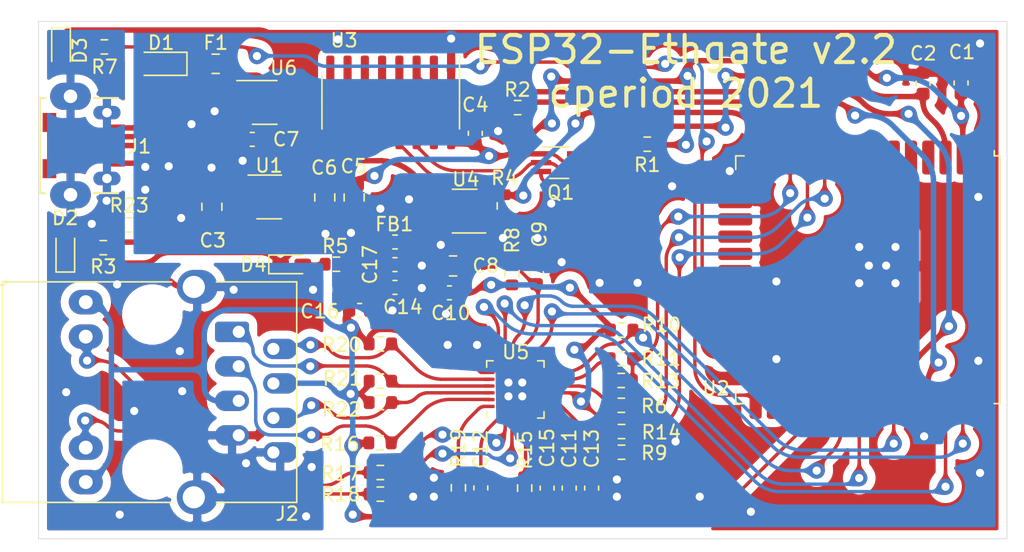
<source format=kicad_pcb>
(kicad_pcb (version 20171130) (host pcbnew 5.1.10-88a1d61d58~90~ubuntu20.04.1)

  (general
    (thickness 1.6)
    (drawings 5)
    (tracks 3994)
    (zones 0)
    (modules 54)
    (nets 50)
  )

  (page A4)
  (layers
    (0 F.Cu signal)
    (31 B.Cu signal)
    (32 B.Adhes user)
    (33 F.Adhes user)
    (34 B.Paste user)
    (35 F.Paste user)
    (36 B.SilkS user)
    (37 F.SilkS user)
    (38 B.Mask user)
    (39 F.Mask user)
    (40 Dwgs.User user)
    (41 Cmts.User user)
    (42 Eco1.User user)
    (43 Eco2.User user)
    (44 Edge.Cuts user)
    (45 Margin user)
    (46 B.CrtYd user)
    (47 F.CrtYd user)
    (48 B.Fab user hide)
    (49 F.Fab user hide)
  )

  (setup
    (last_trace_width 0.25)
    (user_trace_width 0.4)
    (trace_clearance 0.26)
    (zone_clearance 0.6)
    (zone_45_only no)
    (trace_min 0.25)
    (via_size 1.2)
    (via_drill 0.6)
    (via_min_size 1.2)
    (via_min_drill 0.6)
    (uvia_size 0.3)
    (uvia_drill 0.1)
    (uvias_allowed no)
    (uvia_min_size 0.2)
    (uvia_min_drill 0.1)
    (edge_width 0.05)
    (segment_width 0.2)
    (pcb_text_width 0.3)
    (pcb_text_size 1.5 1.5)
    (mod_edge_width 0.12)
    (mod_text_size 1 1)
    (mod_text_width 0.15)
    (pad_size 1.524 1.524)
    (pad_drill 0.762)
    (pad_to_mask_clearance 0)
    (aux_axis_origin 67.31 99.06)
    (grid_origin 87.757 92.4052)
    (visible_elements FFFFFF7F)
    (pcbplotparams
      (layerselection 0x01000_ffffffff)
      (usegerberextensions false)
      (usegerberattributes false)
      (usegerberadvancedattributes true)
      (creategerberjobfile false)
      (excludeedgelayer true)
      (linewidth 0.050000)
      (plotframeref false)
      (viasonmask false)
      (mode 1)
      (useauxorigin true)
      (hpglpennumber 1)
      (hpglpenspeed 20)
      (hpglpendiameter 15.000000)
      (psnegative false)
      (psa4output false)
      (plotreference true)
      (plotvalue true)
      (plotinvisibletext false)
      (padsonsilk false)
      (subtractmaskfromsilk false)
      (outputformat 1)
      (mirror false)
      (drillshape 0)
      (scaleselection 1)
      (outputdirectory "Gerbers/"))
  )

  (net 0 "")
  (net 1 GND)
  (net 2 +3V3)
  (net 3 +5V)
  (net 4 +3.3VA)
  (net 5 "Net-(D1-Pad2)")
  (net 6 "Net-(D1-Pad1)")
  (net 7 "Net-(D2-Pad2)")
  (net 8 "Net-(D3-Pad2)")
  (net 9 "Net-(J1-Pad2)")
  (net 10 "Net-(J1-Pad3)")
  (net 11 /EN)
  (net 12 RTS)
  (net 13 DTR)
  (net 14 /IO0)
  (net 15 "Net-(R2-Pad2)")
  (net 16 /eTX)
  (net 17 "Net-(R9-Pad1)")
  (net 18 /LINKLED)
  (net 19 /ACTLED)
  (net 20 /eRX)
  (net 21 /RXN)
  (net 22 /RXP)
  (net 23 /TXN)
  (net 24 /TXP)
  (net 25 /nRST)
  (net 26 "Net-(R6-Pad1)")
  (net 27 /SLED)
  (net 28 /RXD1)
  (net 29 /MDIO)
  (net 30 "Net-(R11-Pad2)")
  (net 31 /CRS_DV)
  (net 32 /RXD0)
  (net 33 "Net-(R14-Pad1)")
  (net 34 /TXD0)
  (net 35 /TXEN)
  (net 36 /TXD1)
  (net 37 /MDC)
  (net 38 /XTAL)
  (net 39 /RBIAS)
  (net 40 "Net-(J2-Pad11)")
  (net 41 GND1)
  (net 42 /VDDCR)
  (net 43 "Net-(U3-Pad5)")
  (net 44 "Net-(U3-Pad6)")
  (net 45 /+3V3_LAN)
  (net 46 /PHY_POWER)
  (net 47 /PHY_CLK)
  (net 48 "Net-(D4-Pad2)")
  (net 49 "Net-(J2-Pad10)")

  (net_class Default "This is the default net class."
    (clearance 0.26)
    (trace_width 0.25)
    (via_dia 1.2)
    (via_drill 0.6)
    (uvia_dia 0.3)
    (uvia_drill 0.1)
    (diff_pair_width 0.25)
    (diff_pair_gap 0.25)
    (add_net /+3V3_LAN)
    (add_net /ACTLED)
    (add_net /CRS_DV)
    (add_net /EN)
    (add_net /IO0)
    (add_net /LINKLED)
    (add_net /MDC)
    (add_net /MDIO)
    (add_net /PHY_CLK)
    (add_net /PHY_POWER)
    (add_net /RBIAS)
    (add_net /RXD0)
    (add_net /RXD1)
    (add_net /RXN)
    (add_net /RXP)
    (add_net /SLED)
    (add_net /TXD0)
    (add_net /TXD1)
    (add_net /TXEN)
    (add_net /TXN)
    (add_net /TXP)
    (add_net /VDDCR)
    (add_net /XTAL)
    (add_net /eRX)
    (add_net /eTX)
    (add_net /nRST)
    (add_net DTR)
    (add_net "Net-(D1-Pad1)")
    (add_net "Net-(D1-Pad2)")
    (add_net "Net-(D2-Pad2)")
    (add_net "Net-(D3-Pad2)")
    (add_net "Net-(D4-Pad2)")
    (add_net "Net-(J1-Pad2)")
    (add_net "Net-(J1-Pad3)")
    (add_net "Net-(J2-Pad10)")
    (add_net "Net-(J2-Pad11)")
    (add_net "Net-(R11-Pad2)")
    (add_net "Net-(R14-Pad1)")
    (add_net "Net-(R2-Pad2)")
    (add_net "Net-(R6-Pad1)")
    (add_net "Net-(R9-Pad1)")
    (add_net "Net-(U3-Pad5)")
    (add_net "Net-(U3-Pad6)")
    (add_net RTS)
  )

  (net_class Power ""
    (clearance 0.3)
    (trace_width 0.4)
    (via_dia 1.2)
    (via_drill 0.6)
    (uvia_dia 0.3)
    (uvia_drill 0.1)
    (diff_pair_width 0.25)
    (diff_pair_gap 0.25)
    (add_net +3.3VA)
    (add_net +3V3)
    (add_net +5V)
    (add_net GND)
    (add_net GND1)
  )

  (module Capacitor_SMD:C_0603_1608Metric (layer F.Cu) (tedit 5F68FEEE) (tstamp 60EA06E3)
    (at 93.53012 78.87208)
    (descr "Capacitor SMD 0603 (1608 Metric), square (rectangular) end terminal, IPC_7351 nominal, (Body size source: IPC-SM-782 page 76, https://www.pcb-3d.com/wordpress/wp-content/uploads/ipc-sm-782a_amendment_1_and_2.pdf), generated with kicad-footprint-generator")
    (tags capacitor)
    (path /61115141)
    (attr smd)
    (fp_text reference C17 (at -1.83612 0.00762 90) (layer F.SilkS)
      (effects (font (size 1 1) (thickness 0.15)))
    )
    (fp_text value 100n (at 0 1.43) (layer F.Fab)
      (effects (font (size 1 1) (thickness 0.15)))
    )
    (fp_line (start 1.48 0.73) (end -1.48 0.73) (layer F.CrtYd) (width 0.05))
    (fp_line (start 1.48 -0.73) (end 1.48 0.73) (layer F.CrtYd) (width 0.05))
    (fp_line (start -1.48 -0.73) (end 1.48 -0.73) (layer F.CrtYd) (width 0.05))
    (fp_line (start -1.48 0.73) (end -1.48 -0.73) (layer F.CrtYd) (width 0.05))
    (fp_line (start -0.14058 0.51) (end 0.14058 0.51) (layer F.SilkS) (width 0.12))
    (fp_line (start -0.14058 -0.51) (end 0.14058 -0.51) (layer F.SilkS) (width 0.12))
    (fp_line (start 0.8 0.4) (end -0.8 0.4) (layer F.Fab) (width 0.1))
    (fp_line (start 0.8 -0.4) (end 0.8 0.4) (layer F.Fab) (width 0.1))
    (fp_line (start -0.8 -0.4) (end 0.8 -0.4) (layer F.Fab) (width 0.1))
    (fp_line (start -0.8 0.4) (end -0.8 -0.4) (layer F.Fab) (width 0.1))
    (fp_text user %R (at 0 0) (layer F.Fab)
      (effects (font (size 0.4 0.4) (thickness 0.06)))
    )
    (pad 2 smd roundrect (at 0.775 0) (size 0.9 0.95) (layers F.Cu F.Paste F.Mask) (roundrect_rratio 0.25)
      (net 1 GND))
    (pad 1 smd roundrect (at -0.775 0) (size 0.9 0.95) (layers F.Cu F.Paste F.Mask) (roundrect_rratio 0.25)
      (net 4 +3.3VA))
    (model ${KISYS3DMOD}/Capacitor_SMD.3dshapes/C_0603_1608Metric.wrl
      (at (xyz 0 0 0))
      (scale (xyz 1 1 1))
      (rotate (xyz 0 0 0))
    )
  )

  (module Resistor_SMD:R_0603_1608Metric (layer F.Cu) (tedit 5F68FEEE) (tstamp 60E9B5C6)
    (at 110.173 87.4014)
    (descr "Resistor SMD 0603 (1608 Metric), square (rectangular) end terminal, IPC_7351 nominal, (Body size source: IPC-SM-782 page 72, https://www.pcb-3d.com/wordpress/wp-content/uploads/ipc-sm-782a_amendment_1_and_2.pdf), generated with kicad-footprint-generator")
    (tags resistor)
    (path /6105F6E3)
    (attr smd)
    (fp_text reference R13 (at 2.9078 0.0508) (layer F.SilkS)
      (effects (font (size 1 1) (thickness 0.15)))
    )
    (fp_text value 1K5 (at 0 1.43) (layer F.Fab)
      (effects (font (size 1 1) (thickness 0.15)))
    )
    (fp_line (start 1.48 0.73) (end -1.48 0.73) (layer F.CrtYd) (width 0.05))
    (fp_line (start 1.48 -0.73) (end 1.48 0.73) (layer F.CrtYd) (width 0.05))
    (fp_line (start -1.48 -0.73) (end 1.48 -0.73) (layer F.CrtYd) (width 0.05))
    (fp_line (start -1.48 0.73) (end -1.48 -0.73) (layer F.CrtYd) (width 0.05))
    (fp_line (start -0.237258 0.5225) (end 0.237258 0.5225) (layer F.SilkS) (width 0.12))
    (fp_line (start -0.237258 -0.5225) (end 0.237258 -0.5225) (layer F.SilkS) (width 0.12))
    (fp_line (start 0.8 0.4125) (end -0.8 0.4125) (layer F.Fab) (width 0.1))
    (fp_line (start 0.8 -0.4125) (end 0.8 0.4125) (layer F.Fab) (width 0.1))
    (fp_line (start -0.8 -0.4125) (end 0.8 -0.4125) (layer F.Fab) (width 0.1))
    (fp_line (start -0.8 0.4125) (end -0.8 -0.4125) (layer F.Fab) (width 0.1))
    (fp_text user %R (at 0 0) (layer F.Fab)
      (effects (font (size 0.4 0.4) (thickness 0.06)))
    )
    (pad 2 smd roundrect (at 0.825 0) (size 0.8 0.95) (layers F.Cu F.Paste F.Mask) (roundrect_rratio 0.25)
      (net 31 /CRS_DV))
    (pad 1 smd roundrect (at -0.825 0) (size 0.8 0.95) (layers F.Cu F.Paste F.Mask) (roundrect_rratio 0.25)
      (net 45 /+3V3_LAN))
    (model ${KISYS3DMOD}/Resistor_SMD.3dshapes/R_0603_1608Metric.wrl
      (at (xyz 0 0 0))
      (scale (xyz 1 1 1))
      (rotate (xyz 0 0 0))
    )
  )

  (module Resistor_SMD:R_0603_1608Metric (layer F.Cu) (tedit 5F68FEEE) (tstamp 60E9E6E2)
    (at 89.22004 78.8416)
    (descr "Resistor SMD 0603 (1608 Metric), square (rectangular) end terminal, IPC_7351 nominal, (Body size source: IPC-SM-782 page 72, https://www.pcb-3d.com/wordpress/wp-content/uploads/ipc-sm-782a_amendment_1_and_2.pdf), generated with kicad-footprint-generator")
    (tags resistor)
    (path /6102910A)
    (attr smd)
    (fp_text reference R5 (at -0.08128 -1.33096) (layer F.SilkS)
      (effects (font (size 1 1) (thickness 0.15)))
    )
    (fp_text value 1K5 (at -27.7114 -0.0508) (layer F.Fab)
      (effects (font (size 1 1) (thickness 0.15)))
    )
    (fp_line (start 1.48 0.73) (end -1.48 0.73) (layer F.CrtYd) (width 0.05))
    (fp_line (start 1.48 -0.73) (end 1.48 0.73) (layer F.CrtYd) (width 0.05))
    (fp_line (start -1.48 -0.73) (end 1.48 -0.73) (layer F.CrtYd) (width 0.05))
    (fp_line (start -1.48 0.73) (end -1.48 -0.73) (layer F.CrtYd) (width 0.05))
    (fp_line (start -0.237258 0.5225) (end 0.237258 0.5225) (layer F.SilkS) (width 0.12))
    (fp_line (start -0.237258 -0.5225) (end 0.237258 -0.5225) (layer F.SilkS) (width 0.12))
    (fp_line (start 0.8 0.4125) (end -0.8 0.4125) (layer F.Fab) (width 0.1))
    (fp_line (start 0.8 -0.4125) (end 0.8 0.4125) (layer F.Fab) (width 0.1))
    (fp_line (start -0.8 -0.4125) (end 0.8 -0.4125) (layer F.Fab) (width 0.1))
    (fp_line (start -0.8 0.4125) (end -0.8 -0.4125) (layer F.Fab) (width 0.1))
    (fp_text user %R (at 0 0) (layer F.Fab)
      (effects (font (size 0.4 0.4) (thickness 0.06)))
    )
    (pad 2 smd roundrect (at 0.825 0) (size 0.8 0.95) (layers F.Cu F.Paste F.Mask) (roundrect_rratio 0.25)
      (net 45 /+3V3_LAN))
    (pad 1 smd roundrect (at -0.825 0) (size 0.8 0.95) (layers F.Cu F.Paste F.Mask) (roundrect_rratio 0.25)
      (net 48 "Net-(D4-Pad2)"))
    (model ${KISYS3DMOD}/Resistor_SMD.3dshapes/R_0603_1608Metric.wrl
      (at (xyz 0 0 0))
      (scale (xyz 1 1 1))
      (rotate (xyz 0 0 0))
    )
  )

  (module LED_SMD:LED_0603_1608Metric_Castellated (layer F.Cu) (tedit 5F68FEF1) (tstamp 60E91454)
    (at 85.93328 78.85176)
    (descr "LED SMD 0603 (1608 Metric), castellated end terminal, IPC_7351 nominal, (Body size source: http://www.tortai-tech.com/upload/download/2011102023233369053.pdf), generated with kicad-footprint-generator")
    (tags "LED castellated")
    (path /610297B7)
    (attr smd)
    (fp_text reference D4 (at -2.81178 0.02794) (layer F.SilkS)
      (effects (font (size 1 1) (thickness 0.15)))
    )
    (fp_text value RED (at -28.6258 0.0762) (layer F.Fab)
      (effects (font (size 1 1) (thickness 0.15)))
    )
    (fp_line (start 0.8 -0.4) (end -0.5 -0.4) (layer F.Fab) (width 0.1))
    (fp_line (start -0.5 -0.4) (end -0.8 -0.1) (layer F.Fab) (width 0.1))
    (fp_line (start -0.8 -0.1) (end -0.8 0.4) (layer F.Fab) (width 0.1))
    (fp_line (start -0.8 0.4) (end 0.8 0.4) (layer F.Fab) (width 0.1))
    (fp_line (start 0.8 0.4) (end 0.8 -0.4) (layer F.Fab) (width 0.1))
    (fp_line (start 0.8 -0.685) (end -1.685 -0.685) (layer F.SilkS) (width 0.12))
    (fp_line (start -1.685 -0.685) (end -1.685 0.685) (layer F.SilkS) (width 0.12))
    (fp_line (start -1.685 0.685) (end 0.8 0.685) (layer F.SilkS) (width 0.12))
    (fp_line (start -1.68 0.68) (end -1.68 -0.68) (layer F.CrtYd) (width 0.05))
    (fp_line (start -1.68 -0.68) (end 1.68 -0.68) (layer F.CrtYd) (width 0.05))
    (fp_line (start 1.68 -0.68) (end 1.68 0.68) (layer F.CrtYd) (width 0.05))
    (fp_line (start 1.68 0.68) (end -1.68 0.68) (layer F.CrtYd) (width 0.05))
    (fp_text user %R (at 0 0) (layer F.Fab)
      (effects (font (size 0.4 0.4) (thickness 0.06)))
    )
    (pad 1 smd roundrect (at -0.8125 0) (size 1.225 0.85) (layers F.Cu F.Paste F.Mask) (roundrect_rratio 0.25)
      (net 1 GND))
    (pad 2 smd roundrect (at 0.8125 0) (size 1.225 0.85) (layers F.Cu F.Paste F.Mask) (roundrect_rratio 0.25)
      (net 48 "Net-(D4-Pad2)"))
    (model ${KISYS3DMOD}/LED_SMD.3dshapes/LED_0603_1608Metric_Castellated.wrl
      (at (xyz 0 0 0))
      (scale (xyz 1 1 1))
      (rotate (xyz 0 0 0))
    )
  )

  (module LED_SMD:LED_0603_1608Metric_Castellated (layer F.Cu) (tedit 5F68FEF1) (tstamp 6043E300)
    (at 68.961 63.11 270)
    (descr "LED SMD 0603 (1608 Metric), castellated end terminal, IPC_7351 nominal, (Body size source: http://www.tortai-tech.com/upload/download/2011102023233369053.pdf), generated with kicad-footprint-generator")
    (tags "LED castellated")
    (path /600C1257)
    (attr smd)
    (fp_text reference D3 (at 0 -1.38 90) (layer F.SilkS)
      (effects (font (size 1 1) (thickness 0.15)))
    )
    (fp_text value GREEN (at 0 1.38 90) (layer F.Fab)
      (effects (font (size 1 1) (thickness 0.15)))
    )
    (fp_line (start 1.68 0.68) (end -1.68 0.68) (layer F.CrtYd) (width 0.05))
    (fp_line (start 1.68 -0.68) (end 1.68 0.68) (layer F.CrtYd) (width 0.05))
    (fp_line (start -1.68 -0.68) (end 1.68 -0.68) (layer F.CrtYd) (width 0.05))
    (fp_line (start -1.68 0.68) (end -1.68 -0.68) (layer F.CrtYd) (width 0.05))
    (fp_line (start -1.685 0.685) (end 0.8 0.685) (layer F.SilkS) (width 0.12))
    (fp_line (start -1.685 -0.685) (end -1.685 0.685) (layer F.SilkS) (width 0.12))
    (fp_line (start 0.8 -0.685) (end -1.685 -0.685) (layer F.SilkS) (width 0.12))
    (fp_line (start 0.8 0.4) (end 0.8 -0.4) (layer F.Fab) (width 0.1))
    (fp_line (start -0.8 0.4) (end 0.8 0.4) (layer F.Fab) (width 0.1))
    (fp_line (start -0.8 -0.1) (end -0.8 0.4) (layer F.Fab) (width 0.1))
    (fp_line (start -0.5 -0.4) (end -0.8 -0.1) (layer F.Fab) (width 0.1))
    (fp_line (start 0.8 -0.4) (end -0.5 -0.4) (layer F.Fab) (width 0.1))
    (fp_text user %R (at 0 0 90) (layer F.Fab)
      (effects (font (size 0.4 0.4) (thickness 0.06)))
    )
    (pad 2 smd roundrect (at 0.8125 0 270) (size 1.225 0.85) (layers F.Cu F.Paste F.Mask) (roundrect_rratio 0.25)
      (net 8 "Net-(D3-Pad2)"))
    (pad 1 smd roundrect (at -0.8125 0 270) (size 1.225 0.85) (layers F.Cu F.Paste F.Mask) (roundrect_rratio 0.25)
      (net 1 GND))
    (model ${KISYS3DMOD}/LED_SMD.3dshapes/LED_0603_1608Metric_Castellated.wrl
      (at (xyz 0 0 0))
      (scale (xyz 1 1 1))
      (rotate (xyz 0 0 0))
    )
  )

  (module LED_SMD:LED_0603_1608Metric_Castellated (layer F.Cu) (tedit 5F68FEF1) (tstamp 6043E2ED)
    (at 69.2785 77.733 90)
    (descr "LED SMD 0603 (1608 Metric), castellated end terminal, IPC_7351 nominal, (Body size source: http://www.tortai-tech.com/upload/download/2011102023233369053.pdf), generated with kicad-footprint-generator")
    (tags "LED castellated")
    (path /600C0A7D)
    (attr smd)
    (fp_text reference D2 (at 2.295 -0.0127 180) (layer F.SilkS)
      (effects (font (size 1 1) (thickness 0.15)))
    )
    (fp_text value RED (at 0.0598 -5.6515 90) (layer F.Fab)
      (effects (font (size 1 1) (thickness 0.15)))
    )
    (fp_line (start 1.68 0.68) (end -1.68 0.68) (layer F.CrtYd) (width 0.05))
    (fp_line (start 1.68 -0.68) (end 1.68 0.68) (layer F.CrtYd) (width 0.05))
    (fp_line (start -1.68 -0.68) (end 1.68 -0.68) (layer F.CrtYd) (width 0.05))
    (fp_line (start -1.68 0.68) (end -1.68 -0.68) (layer F.CrtYd) (width 0.05))
    (fp_line (start -1.685 0.685) (end 0.8 0.685) (layer F.SilkS) (width 0.12))
    (fp_line (start -1.685 -0.685) (end -1.685 0.685) (layer F.SilkS) (width 0.12))
    (fp_line (start 0.8 -0.685) (end -1.685 -0.685) (layer F.SilkS) (width 0.12))
    (fp_line (start 0.8 0.4) (end 0.8 -0.4) (layer F.Fab) (width 0.1))
    (fp_line (start -0.8 0.4) (end 0.8 0.4) (layer F.Fab) (width 0.1))
    (fp_line (start -0.8 -0.1) (end -0.8 0.4) (layer F.Fab) (width 0.1))
    (fp_line (start -0.5 -0.4) (end -0.8 -0.1) (layer F.Fab) (width 0.1))
    (fp_line (start 0.8 -0.4) (end -0.5 -0.4) (layer F.Fab) (width 0.1))
    (fp_text user %R (at 0 0 90) (layer F.Fab)
      (effects (font (size 0.4 0.4) (thickness 0.06)))
    )
    (pad 2 smd roundrect (at 0.8125 0 90) (size 1.225 0.85) (layers F.Cu F.Paste F.Mask) (roundrect_rratio 0.25)
      (net 7 "Net-(D2-Pad2)"))
    (pad 1 smd roundrect (at -0.8125 0 90) (size 1.225 0.85) (layers F.Cu F.Paste F.Mask) (roundrect_rratio 0.25)
      (net 1 GND))
    (model ${KISYS3DMOD}/LED_SMD.3dshapes/LED_0603_1608Metric_Castellated.wrl
      (at (xyz 0 0 0))
      (scale (xyz 1 1 1))
      (rotate (xyz 0 0 0))
    )
  )

  (module Package_TO_SOT_SMD:SOT-23-5 (layer F.Cu) (tedit 5A02FF57) (tstamp 60C007A3)
    (at 98.6536 74.93 180)
    (descr "5-pin SOT23 package")
    (tags SOT-23-5)
    (path /60C38ABA)
    (attr smd)
    (fp_text reference U4 (at -0.0889 2.3368) (layer F.SilkS)
      (effects (font (size 1 1) (thickness 0.15)))
    )
    (fp_text value HT7233 (at 0 2.9) (layer F.Fab)
      (effects (font (size 1 1) (thickness 0.15)))
    )
    (fp_line (start -0.9 1.61) (end 0.9 1.61) (layer F.SilkS) (width 0.12))
    (fp_line (start 0.9 -1.61) (end -1.55 -1.61) (layer F.SilkS) (width 0.12))
    (fp_line (start -1.9 -1.8) (end 1.9 -1.8) (layer F.CrtYd) (width 0.05))
    (fp_line (start 1.9 -1.8) (end 1.9 1.8) (layer F.CrtYd) (width 0.05))
    (fp_line (start 1.9 1.8) (end -1.9 1.8) (layer F.CrtYd) (width 0.05))
    (fp_line (start -1.9 1.8) (end -1.9 -1.8) (layer F.CrtYd) (width 0.05))
    (fp_line (start -0.9 -0.9) (end -0.25 -1.55) (layer F.Fab) (width 0.1))
    (fp_line (start 0.9 -1.55) (end -0.25 -1.55) (layer F.Fab) (width 0.1))
    (fp_line (start -0.9 -0.9) (end -0.9 1.55) (layer F.Fab) (width 0.1))
    (fp_line (start 0.9 1.55) (end -0.9 1.55) (layer F.Fab) (width 0.1))
    (fp_line (start 0.9 -1.55) (end 0.9 1.55) (layer F.Fab) (width 0.1))
    (fp_text user %R (at 0 0 90) (layer F.Fab)
      (effects (font (size 0.5 0.5) (thickness 0.075)))
    )
    (pad 5 smd rect (at 1.1 -0.95 180) (size 1.06 0.65) (layers F.Cu F.Paste F.Mask)
      (net 45 /+3V3_LAN))
    (pad 4 smd rect (at 1.1 0.95 180) (size 1.06 0.65) (layers F.Cu F.Paste F.Mask))
    (pad 3 smd rect (at -1.1 0.95 180) (size 1.06 0.65) (layers F.Cu F.Paste F.Mask)
      (net 46 /PHY_POWER))
    (pad 2 smd rect (at -1.1 0 180) (size 1.06 0.65) (layers F.Cu F.Paste F.Mask)
      (net 1 GND))
    (pad 1 smd rect (at -1.1 -0.95 180) (size 1.06 0.65) (layers F.Cu F.Paste F.Mask)
      (net 3 +5V))
    (model ${KISYS3DMOD}/Package_TO_SOT_SMD.3dshapes/SOT-23-5.wrl
      (at (xyz 0 0 0))
      (scale (xyz 1 1 1))
      (rotate (xyz 0 0 0))
    )
  )

  (module Package_TO_SOT_SMD:SOT-23-5 (layer F.Cu) (tedit 5A02FF57) (tstamp 60F2F8DF)
    (at 84.2772 73.8886)
    (descr "5-pin SOT23 package")
    (tags SOT-23-5)
    (path /60C39040)
    (attr smd)
    (fp_text reference U1 (at -0.0127 -2.3114) (layer F.SilkS)
      (effects (font (size 1 1) (thickness 0.15)))
    )
    (fp_text value HT7233 (at 0 2.9) (layer F.Fab)
      (effects (font (size 1 1) (thickness 0.15)))
    )
    (fp_line (start -0.9 1.61) (end 0.9 1.61) (layer F.SilkS) (width 0.12))
    (fp_line (start 0.9 -1.61) (end -1.55 -1.61) (layer F.SilkS) (width 0.12))
    (fp_line (start -1.9 -1.8) (end 1.9 -1.8) (layer F.CrtYd) (width 0.05))
    (fp_line (start 1.9 -1.8) (end 1.9 1.8) (layer F.CrtYd) (width 0.05))
    (fp_line (start 1.9 1.8) (end -1.9 1.8) (layer F.CrtYd) (width 0.05))
    (fp_line (start -1.9 1.8) (end -1.9 -1.8) (layer F.CrtYd) (width 0.05))
    (fp_line (start -0.9 -0.9) (end -0.25 -1.55) (layer F.Fab) (width 0.1))
    (fp_line (start 0.9 -1.55) (end -0.25 -1.55) (layer F.Fab) (width 0.1))
    (fp_line (start -0.9 -0.9) (end -0.9 1.55) (layer F.Fab) (width 0.1))
    (fp_line (start 0.9 1.55) (end -0.9 1.55) (layer F.Fab) (width 0.1))
    (fp_line (start 0.9 -1.55) (end 0.9 1.55) (layer F.Fab) (width 0.1))
    (fp_text user %R (at 0 0 90) (layer F.Fab)
      (effects (font (size 0.5 0.5) (thickness 0.075)))
    )
    (pad 5 smd rect (at 1.1 -0.95) (size 1.06 0.65) (layers F.Cu F.Paste F.Mask)
      (net 2 +3V3))
    (pad 4 smd rect (at 1.1 0.95) (size 1.06 0.65) (layers F.Cu F.Paste F.Mask))
    (pad 3 smd rect (at -1.1 0.95) (size 1.06 0.65) (layers F.Cu F.Paste F.Mask)
      (net 3 +5V))
    (pad 2 smd rect (at -1.1 0) (size 1.06 0.65) (layers F.Cu F.Paste F.Mask)
      (net 1 GND))
    (pad 1 smd rect (at -1.1 -0.95) (size 1.06 0.65) (layers F.Cu F.Paste F.Mask)
      (net 3 +5V))
    (model ${KISYS3DMOD}/Package_TO_SOT_SMD.3dshapes/SOT-23-5.wrl
      (at (xyz 0 0 0))
      (scale (xyz 1 1 1))
      (rotate (xyz 0 0 0))
    )
  )

  (module Resistor_SMD:R_0603_1608Metric (layer F.Cu) (tedit 5F68FEEE) (tstamp 60C004AB)
    (at 101.5746 74.549 270)
    (descr "Resistor SMD 0603 (1608 Metric), square (rectangular) end terminal, IPC_7351 nominal, (Body size source: IPC-SM-782 page 72, https://www.pcb-3d.com/wordpress/wp-content/uploads/ipc-sm-782a_amendment_1_and_2.pdf), generated with kicad-footprint-generator")
    (tags resistor)
    (path /60C696B0)
    (attr smd)
    (fp_text reference R4 (at -2.0574 0 180) (layer F.SilkS)
      (effects (font (size 1 1) (thickness 0.15)))
    )
    (fp_text value 10K (at 0 1.43 90) (layer F.Fab)
      (effects (font (size 1 1) (thickness 0.15)))
    )
    (fp_line (start -0.8 0.4125) (end -0.8 -0.4125) (layer F.Fab) (width 0.1))
    (fp_line (start -0.8 -0.4125) (end 0.8 -0.4125) (layer F.Fab) (width 0.1))
    (fp_line (start 0.8 -0.4125) (end 0.8 0.4125) (layer F.Fab) (width 0.1))
    (fp_line (start 0.8 0.4125) (end -0.8 0.4125) (layer F.Fab) (width 0.1))
    (fp_line (start -0.237258 -0.5225) (end 0.237258 -0.5225) (layer F.SilkS) (width 0.12))
    (fp_line (start -0.237258 0.5225) (end 0.237258 0.5225) (layer F.SilkS) (width 0.12))
    (fp_line (start -1.48 0.73) (end -1.48 -0.73) (layer F.CrtYd) (width 0.05))
    (fp_line (start -1.48 -0.73) (end 1.48 -0.73) (layer F.CrtYd) (width 0.05))
    (fp_line (start 1.48 -0.73) (end 1.48 0.73) (layer F.CrtYd) (width 0.05))
    (fp_line (start 1.48 0.73) (end -1.48 0.73) (layer F.CrtYd) (width 0.05))
    (fp_text user %R (at 0 0 90) (layer F.Fab)
      (effects (font (size 0.4 0.4) (thickness 0.06)))
    )
    (pad 2 smd roundrect (at 0.825 0 270) (size 0.8 0.95) (layers F.Cu F.Paste F.Mask) (roundrect_rratio 0.25)
      (net 1 GND))
    (pad 1 smd roundrect (at -0.825 0 270) (size 0.8 0.95) (layers F.Cu F.Paste F.Mask) (roundrect_rratio 0.25)
      (net 46 /PHY_POWER))
    (model ${KISYS3DMOD}/Resistor_SMD.3dshapes/R_0603_1608Metric.wrl
      (at (xyz 0 0 0))
      (scale (xyz 1 1 1))
      (rotate (xyz 0 0 0))
    )
  )

  (module Capacitor_SMD:C_0805_2012Metric (layer F.Cu) (tedit 5F68FEEE) (tstamp 60F40357)
    (at 97.8068 78.9686 180)
    (descr "Capacitor SMD 0805 (2012 Metric), square (rectangular) end terminal, IPC_7351 nominal, (Body size source: IPC-SM-782 page 76, https://www.pcb-3d.com/wordpress/wp-content/uploads/ipc-sm-782a_amendment_1_and_2.pdf, https://docs.google.com/spreadsheets/d/1BsfQQcO9C6DZCsRaXUlFlo91Tg2WpOkGARC1WS5S8t0/edit?usp=sharing), generated with kicad-footprint-generator")
    (tags capacitor)
    (path /60CA3267)
    (attr smd)
    (fp_text reference C8 (at -2.3962 0.02032 180) (layer F.SilkS)
      (effects (font (size 1 1) (thickness 0.15)))
    )
    (fp_text value 22u (at 0 1.68) (layer F.Fab)
      (effects (font (size 1 1) (thickness 0.15)))
    )
    (fp_line (start -1 0.625) (end -1 -0.625) (layer F.Fab) (width 0.1))
    (fp_line (start -1 -0.625) (end 1 -0.625) (layer F.Fab) (width 0.1))
    (fp_line (start 1 -0.625) (end 1 0.625) (layer F.Fab) (width 0.1))
    (fp_line (start 1 0.625) (end -1 0.625) (layer F.Fab) (width 0.1))
    (fp_line (start -0.261252 -0.735) (end 0.261252 -0.735) (layer F.SilkS) (width 0.12))
    (fp_line (start -0.261252 0.735) (end 0.261252 0.735) (layer F.SilkS) (width 0.12))
    (fp_line (start -1.7 0.98) (end -1.7 -0.98) (layer F.CrtYd) (width 0.05))
    (fp_line (start -1.7 -0.98) (end 1.7 -0.98) (layer F.CrtYd) (width 0.05))
    (fp_line (start 1.7 -0.98) (end 1.7 0.98) (layer F.CrtYd) (width 0.05))
    (fp_line (start 1.7 0.98) (end -1.7 0.98) (layer F.CrtYd) (width 0.05))
    (fp_text user %R (at 0 0) (layer F.Fab)
      (effects (font (size 0.5 0.5) (thickness 0.08)))
    )
    (pad 2 smd roundrect (at 0.95 0 180) (size 1 1.45) (layers F.Cu F.Paste F.Mask) (roundrect_rratio 0.25)
      (net 1 GND))
    (pad 1 smd roundrect (at -0.95 0 180) (size 1 1.45) (layers F.Cu F.Paste F.Mask) (roundrect_rratio 0.25)
      (net 45 /+3V3_LAN))
    (model ${KISYS3DMOD}/Capacitor_SMD.3dshapes/C_0805_2012Metric.wrl
      (at (xyz 0 0 0))
      (scale (xyz 1 1 1))
      (rotate (xyz 0 0 0))
    )
  )

  (module Package_TO_SOT_SMD:SOT-23-6_Handsoldering (layer F.Cu) (tedit 5A02FF57) (tstamp 6062E95A)
    (at 83.947 66.929)
    (descr "6-pin SOT-23 package, Handsoldering")
    (tags "SOT-23-6 Handsoldering")
    (path /6064CD9D)
    (attr smd)
    (fp_text reference U6 (at 1.397 -2.54) (layer F.SilkS)
      (effects (font (size 1 1) (thickness 0.15)))
    )
    (fp_text value USBLC6-2SC6 (at -0.3556 -8.4582) (layer F.Fab)
      (effects (font (size 1 1) (thickness 0.15)))
    )
    (fp_line (start 0.9 -1.55) (end 0.9 1.55) (layer F.Fab) (width 0.1))
    (fp_line (start 0.9 1.55) (end -0.9 1.55) (layer F.Fab) (width 0.1))
    (fp_line (start -0.9 -0.9) (end -0.9 1.55) (layer F.Fab) (width 0.1))
    (fp_line (start 0.9 -1.55) (end -0.25 -1.55) (layer F.Fab) (width 0.1))
    (fp_line (start -0.9 -0.9) (end -0.25 -1.55) (layer F.Fab) (width 0.1))
    (fp_line (start -2.4 -1.8) (end 2.4 -1.8) (layer F.CrtYd) (width 0.05))
    (fp_line (start 2.4 -1.8) (end 2.4 1.8) (layer F.CrtYd) (width 0.05))
    (fp_line (start 2.4 1.8) (end -2.4 1.8) (layer F.CrtYd) (width 0.05))
    (fp_line (start -2.4 1.8) (end -2.4 -1.8) (layer F.CrtYd) (width 0.05))
    (fp_line (start 0.9 -1.61) (end -2.05 -1.61) (layer F.SilkS) (width 0.12))
    (fp_line (start -0.9 1.61) (end 0.9 1.61) (layer F.SilkS) (width 0.12))
    (fp_text user %R (at 0 0 90) (layer F.Fab)
      (effects (font (size 0.5 0.5) (thickness 0.075)))
    )
    (pad 5 smd rect (at 1.35 0) (size 1.56 0.65) (layers F.Cu F.Paste F.Mask)
      (net 3 +5V))
    (pad 6 smd rect (at 1.35 -0.95) (size 1.56 0.65) (layers F.Cu F.Paste F.Mask)
      (net 44 "Net-(U3-Pad6)"))
    (pad 4 smd rect (at 1.35 0.95) (size 1.56 0.65) (layers F.Cu F.Paste F.Mask)
      (net 43 "Net-(U3-Pad5)"))
    (pad 3 smd rect (at -1.35 0.95) (size 1.56 0.65) (layers F.Cu F.Paste F.Mask)
      (net 10 "Net-(J1-Pad3)"))
    (pad 2 smd rect (at -1.35 0) (size 1.56 0.65) (layers F.Cu F.Paste F.Mask)
      (net 1 GND))
    (pad 1 smd rect (at -1.35 -0.95) (size 1.56 0.65) (layers F.Cu F.Paste F.Mask)
      (net 9 "Net-(J1-Pad2)"))
    (model ${KISYS3DMOD}/Package_TO_SOT_SMD.3dshapes/SOT-23-6.wrl
      (at (xyz 0 0 0))
      (scale (xyz 1 1 1))
      (rotate (xyz 0 0 0))
    )
  )

  (module Capacitor_SMD:C_0603_1608Metric (layer F.Cu) (tedit 5F68FEEE) (tstamp 6062BAF3)
    (at 83.0326 69.6468 180)
    (descr "Capacitor SMD 0603 (1608 Metric), square (rectangular) end terminal, IPC_7351 nominal, (Body size source: IPC-SM-782 page 76, https://www.pcb-3d.com/wordpress/wp-content/uploads/ipc-sm-782a_amendment_1_and_2.pdf), generated with kicad-footprint-generator")
    (tags capacitor)
    (path /6069F86B)
    (attr smd)
    (fp_text reference C7 (at -2.4892 0) (layer F.SilkS)
      (effects (font (size 1 1) (thickness 0.15)))
    )
    (fp_text value 100n (at 14.1856 0.2032) (layer F.Fab)
      (effects (font (size 1 1) (thickness 0.15)))
    )
    (fp_line (start 1.48 0.73) (end -1.48 0.73) (layer F.CrtYd) (width 0.05))
    (fp_line (start 1.48 -0.73) (end 1.48 0.73) (layer F.CrtYd) (width 0.05))
    (fp_line (start -1.48 -0.73) (end 1.48 -0.73) (layer F.CrtYd) (width 0.05))
    (fp_line (start -1.48 0.73) (end -1.48 -0.73) (layer F.CrtYd) (width 0.05))
    (fp_line (start -0.14058 0.51) (end 0.14058 0.51) (layer F.SilkS) (width 0.12))
    (fp_line (start -0.14058 -0.51) (end 0.14058 -0.51) (layer F.SilkS) (width 0.12))
    (fp_line (start 0.8 0.4) (end -0.8 0.4) (layer F.Fab) (width 0.1))
    (fp_line (start 0.8 -0.4) (end 0.8 0.4) (layer F.Fab) (width 0.1))
    (fp_line (start -0.8 -0.4) (end 0.8 -0.4) (layer F.Fab) (width 0.1))
    (fp_line (start -0.8 0.4) (end -0.8 -0.4) (layer F.Fab) (width 0.1))
    (fp_text user %R (at 0 0) (layer F.Fab)
      (effects (font (size 0.4 0.4) (thickness 0.06)))
    )
    (pad 2 smd roundrect (at 0.775 0 180) (size 0.9 0.95) (layers F.Cu F.Paste F.Mask) (roundrect_rratio 0.25)
      (net 1 GND))
    (pad 1 smd roundrect (at -0.775 0 180) (size 0.9 0.95) (layers F.Cu F.Paste F.Mask) (roundrect_rratio 0.25)
      (net 3 +5V))
    (model ${KISYS3DMOD}/Capacitor_SMD.3dshapes/C_0603_1608Metric.wrl
      (at (xyz 0 0 0))
      (scale (xyz 1 1 1))
      (rotate (xyz 0 0 0))
    )
  )

  (module CPB:RJ45_Hanrun_HR911105A_Oval (layer F.Cu) (tedit 604E5E7F) (tstamp 604C18F7)
    (at 82.042 83.82 270)
    (descr http://www.kosmodrom.com.ua/pdf/HR911105A.pdf)
    (tags "RJ45 Magjack")
    (path /60A814EA)
    (fp_text reference J2 (at 13.3985 -3.556) (layer F.SilkS)
      (effects (font (size 1 1) (thickness 0.15)))
    )
    (fp_text value HR911105A (at 4.44 17.94 90) (layer F.Fab)
      (effects (font (size 1 1) (thickness 0.15)))
    )
    (fp_line (start -3.56 0.99) (end -3.56 17.26) (layer F.Fab) (width 0.1))
    (fp_line (start -3.56 -4.14) (end 12.44 -4.14) (layer F.Fab) (width 0.1))
    (fp_line (start 12.44 -4.14) (end 12.44 17.26) (layer F.Fab) (width 0.1))
    (fp_line (start -3.56 17.26) (end 12.44 17.26) (layer F.Fab) (width 0.1))
    (fp_line (start -3.56 -4.14) (end -3.56 -1.01) (layer F.Fab) (width 0.1))
    (fp_line (start -2.56 -0.01) (end -3.56 -1.01) (layer F.Fab) (width 0.1))
    (fp_line (start -2.56 -0.01) (end -3.56 0.99) (layer F.Fab) (width 0.1))
    (fp_line (start -3.68 -4.26) (end 12.56 -4.26) (layer F.SilkS) (width 0.12))
    (fp_line (start 12.56 -4.26) (end 12.56 1.65) (layer F.SilkS) (width 0.12))
    (fp_line (start -3.68 -4.26) (end -3.68 1.65) (layer F.SilkS) (width 0.12))
    (fp_line (start -3.68 4.93) (end -3.68 17.38) (layer F.SilkS) (width 0.12))
    (fp_line (start 12.56 17.38) (end -3.68 17.38) (layer F.SilkS) (width 0.12))
    (fp_line (start 12.56 4.93) (end 12.56 17.38) (layer F.SilkS) (width 0.12))
    (fp_line (start -3.81 4.93) (end -3.81 17.51) (layer F.CrtYd) (width 0.05))
    (fp_line (start -4.81 3.93) (end -4.81 2.65) (layer F.CrtYd) (width 0.05))
    (fp_line (start -3.81 1.65) (end -4.81 2.65) (layer F.CrtYd) (width 0.05))
    (fp_line (start -4.81 3.93) (end -3.81 4.93) (layer F.CrtYd) (width 0.05))
    (fp_line (start -3.81 1.65) (end -3.81 -4.4) (layer F.CrtYd) (width 0.05))
    (fp_line (start -3.81 -4.39) (end 12.69 -4.39) (layer F.CrtYd) (width 0.05))
    (fp_line (start -3.81 17.51) (end 12.69 17.51) (layer F.CrtYd) (width 0.05))
    (fp_line (start -3.56 17.11) (end -3.81 17.11) (layer F.SilkS) (width 0.12))
    (fp_line (start -3.46 17.26) (end -3.46 17.51) (layer F.SilkS) (width 0.12))
    (fp_line (start 13.69 3.93) (end 12.69 4.93) (layer F.CrtYd) (width 0.05))
    (fp_line (start 13.69 3.93) (end 13.69 2.65) (layer F.CrtYd) (width 0.05))
    (fp_line (start 12.69 1.65) (end 12.69 -4.39) (layer F.CrtYd) (width 0.05))
    (fp_line (start 12.69 4.93) (end 12.69 17.51) (layer F.CrtYd) (width 0.05))
    (fp_line (start 12.69 1.65) (end 13.69 2.65) (layer F.CrtYd) (width 0.05))
    (fp_text user %R (at 4.44 6.36 90) (layer F.Fab)
      (effects (font (size 1 1) (thickness 0.15)))
    )
    (pad "" np_thru_hole circle (at 10.155 6.36 270) (size 3.25 3.25) (drill 3.25) (layers *.Cu *.Mask))
    (pad "" np_thru_hole circle (at -1.275 6.36 270) (size 3.25 3.25) (drill 3.25) (layers *.Cu *.Mask))
    (pad 1 thru_hole roundrect (at 0 0 270) (size 1.5 2.5) (drill 0.9 (offset 0 0.5)) (layers *.Cu *.Mask) (roundrect_rratio 0.167)
      (net 24 /TXP))
    (pad 2 thru_hole oval (at 1.26 -2.54 270) (size 1.5 2.5) (drill 0.9 (offset 0 -0.5)) (layers *.Cu *.Mask)
      (net 23 /TXN))
    (pad 3 thru_hole oval (at 2.54 0 270) (size 1.5 2.5) (drill 0.9 (offset 0 0.5)) (layers *.Cu *.Mask)
      (net 22 /RXP))
    (pad 4 thru_hole oval (at 3.8 -2.54 270) (size 1.5 2.5) (drill 0.9 (offset 0 -0.5)) (layers *.Cu *.Mask)
      (net 4 +3.3VA))
    (pad 5 thru_hole oval (at 5.08 0 270) (size 1.5 2.5) (drill 0.9 (offset 0 0.5)) (layers *.Cu *.Mask)
      (net 4 +3.3VA))
    (pad 6 thru_hole oval (at 6.34 -2.54 270) (size 1.5 2.5) (drill 0.9 (offset 0 -0.5)) (layers *.Cu *.Mask)
      (net 21 /RXN))
    (pad 7 thru_hole oval (at 7.62 0 270) (size 1.5 2.5) (drill 0.9 (offset 0 0.5)) (layers *.Cu *.Mask)
      (net 41 GND1))
    (pad SH thru_hole oval (at -3.305 3.31 270) (size 2.5 3) (drill 1.63 (offset 0 -0.25)) (layers *.Cu *.Mask)
      (net 41 GND1))
    (pad 8 thru_hole oval (at 8.88 -2.54 270) (size 1.5 2.5) (drill 0.9 (offset 0 -0.5)) (layers *.Cu *.Mask)
      (net 41 GND1))
    (pad SH thru_hole oval (at 12.185 3.31 270) (size 2.5 3) (drill 1.63 (offset 0 -0.25)) (layers *.Cu *.Mask)
      (net 41 GND1))
    (pad 9 thru_hole oval (at -2.185 11.26 270) (size 1.8 2.5) (drill 1.02) (layers *.Cu *.Mask)
      (net 4 +3.3VA))
    (pad 10 thru_hole oval (at 0.355 11.26 270) (size 1.8 2.5) (drill 1.02) (layers *.Cu *.Mask)
      (net 49 "Net-(J2-Pad10)"))
    (pad 12 thru_hole oval (at 11.065 11.26 270) (size 1.8 2.5) (drill 1.02) (layers *.Cu *.Mask)
      (net 4 +3.3VA))
    (pad 11 thru_hole oval (at 8.525 11.26 270) (size 1.8 2.5) (drill 1.02) (layers *.Cu *.Mask)
      (net 40 "Net-(J2-Pad11)"))
    (model ${KISYS3DMOD}/Connector_RJ.3dshapes/RJ45_Hanrun_HR911105A.wrl
      (at (xyz 0 0 0))
      (scale (xyz 1 1 1))
      (rotate (xyz 0 0 0))
    )
  )

  (module Fuse:Fuse_0805_2012Metric_Pad1.15x1.40mm_HandSolder (layer F.Cu) (tedit 5F68FEF1) (tstamp 6043E311)
    (at 80.3402 64.0842 180)
    (descr "Fuse SMD 0805 (2012 Metric), square (rectangular) end terminal, IPC_7351 nominal with elongated pad for handsoldering. (Body size source: https://docs.google.com/spreadsheets/d/1BsfQQcO9C6DZCsRaXUlFlo91Tg2WpOkGARC1WS5S8t0/edit?usp=sharing), generated with kicad-footprint-generator")
    (tags "fuse handsolder")
    (path /5EC76067)
    (attr smd)
    (fp_text reference F1 (at 0 1.5494) (layer F.SilkS)
      (effects (font (size 1 1) (thickness 0.15)))
    )
    (fp_text value 750mA (at 6.1886 0.0254 180) (layer F.Fab)
      (effects (font (size 1 1) (thickness 0.15)))
    )
    (fp_line (start -1 0.6) (end -1 -0.6) (layer F.Fab) (width 0.1))
    (fp_line (start -1 -0.6) (end 1 -0.6) (layer F.Fab) (width 0.1))
    (fp_line (start 1 -0.6) (end 1 0.6) (layer F.Fab) (width 0.1))
    (fp_line (start 1 0.6) (end -1 0.6) (layer F.Fab) (width 0.1))
    (fp_line (start -0.261252 -0.71) (end 0.261252 -0.71) (layer F.SilkS) (width 0.12))
    (fp_line (start -0.261252 0.71) (end 0.261252 0.71) (layer F.SilkS) (width 0.12))
    (fp_line (start -1.85 0.95) (end -1.85 -0.95) (layer F.CrtYd) (width 0.05))
    (fp_line (start -1.85 -0.95) (end 1.85 -0.95) (layer F.CrtYd) (width 0.05))
    (fp_line (start 1.85 -0.95) (end 1.85 0.95) (layer F.CrtYd) (width 0.05))
    (fp_line (start 1.85 0.95) (end -1.85 0.95) (layer F.CrtYd) (width 0.05))
    (fp_text user %R (at 0 0 180) (layer F.Fab)
      (effects (font (size 0.5 0.5) (thickness 0.08)))
    )
    (pad 1 smd roundrect (at -1.025 0 180) (size 1.15 1.4) (layers F.Cu F.Paste F.Mask) (roundrect_rratio 0.2173904347826087)
      (net 3 +5V))
    (pad 2 smd roundrect (at 1.025 0 180) (size 1.15 1.4) (layers F.Cu F.Paste F.Mask) (roundrect_rratio 0.2173904347826087)
      (net 6 "Net-(D1-Pad1)"))
    (model ${KISYS3DMOD}/Fuse.3dshapes/Fuse_0805_2012Metric.wrl
      (at (xyz 0 0 0))
      (scale (xyz 1 1 1))
      (rotate (xyz 0 0 0))
    )
  )

  (module Package_DFN_QFN:QFN-24-1EP_4x4mm_P0.5mm_EP2.6x2.6mm (layer F.Cu) (tedit 5DC5F6A3) (tstamp 6046F90B)
    (at 102.3874 88.0618 90)
    (descr "QFN, 24 Pin (http://ww1.microchip.com/downloads/en/PackagingSpec/00000049BQ.pdf#page=278), generated with kicad-footprint-generator ipc_noLead_generator.py")
    (tags "QFN NoLead")
    (path /607406AD)
    (attr smd)
    (fp_text reference U5 (at 2.7432 0.0254) (layer F.SilkS)
      (effects (font (size 1 1) (thickness 0.15)))
    )
    (fp_text value LAN8720A (at 12.2682 0.0254) (layer F.Fab)
      (effects (font (size 1 1) (thickness 0.15)))
    )
    (fp_line (start 2.6 -2.6) (end -2.6 -2.6) (layer F.CrtYd) (width 0.05))
    (fp_line (start 2.6 2.6) (end 2.6 -2.6) (layer F.CrtYd) (width 0.05))
    (fp_line (start -2.6 2.6) (end 2.6 2.6) (layer F.CrtYd) (width 0.05))
    (fp_line (start -2.6 -2.6) (end -2.6 2.6) (layer F.CrtYd) (width 0.05))
    (fp_line (start -2 -1) (end -1 -2) (layer F.Fab) (width 0.1))
    (fp_line (start -2 2) (end -2 -1) (layer F.Fab) (width 0.1))
    (fp_line (start 2 2) (end -2 2) (layer F.Fab) (width 0.1))
    (fp_line (start 2 -2) (end 2 2) (layer F.Fab) (width 0.1))
    (fp_line (start -1 -2) (end 2 -2) (layer F.Fab) (width 0.1))
    (fp_line (start -1.635 -2.11) (end -2.11 -2.11) (layer F.SilkS) (width 0.12))
    (fp_line (start 2.11 2.11) (end 2.11 1.635) (layer F.SilkS) (width 0.12))
    (fp_line (start 1.635 2.11) (end 2.11 2.11) (layer F.SilkS) (width 0.12))
    (fp_line (start -2.11 2.11) (end -2.11 1.635) (layer F.SilkS) (width 0.12))
    (fp_line (start -1.635 2.11) (end -2.11 2.11) (layer F.SilkS) (width 0.12))
    (fp_line (start 2.11 -2.11) (end 2.11 -1.635) (layer F.SilkS) (width 0.12))
    (fp_line (start 1.635 -2.11) (end 2.11 -2.11) (layer F.SilkS) (width 0.12))
    (fp_text user %R (at 0 0 90) (layer B.Fab)
      (effects (font (size 1 1) (thickness 0.15)) (justify mirror))
    )
    (pad 1 smd roundrect (at -1.9375 -1.25 90) (size 0.825 0.25) (layers F.Cu F.Paste F.Mask) (roundrect_rratio 0.25)
      (net 4 +3.3VA))
    (pad 2 smd roundrect (at -1.9375 -0.75 90) (size 0.825 0.25) (layers F.Cu F.Paste F.Mask) (roundrect_rratio 0.25)
      (net 18 /LINKLED))
    (pad 3 smd roundrect (at -1.9375 -0.25 90) (size 0.825 0.25) (layers F.Cu F.Paste F.Mask) (roundrect_rratio 0.25)
      (net 19 /ACTLED))
    (pad 4 smd roundrect (at -1.9375 0.25 90) (size 0.825 0.25) (layers F.Cu F.Paste F.Mask) (roundrect_rratio 0.25))
    (pad 5 smd roundrect (at -1.9375 0.75 90) (size 0.825 0.25) (layers F.Cu F.Paste F.Mask) (roundrect_rratio 0.25)
      (net 38 /XTAL))
    (pad 6 smd roundrect (at -1.9375 1.25 90) (size 0.825 0.25) (layers F.Cu F.Paste F.Mask) (roundrect_rratio 0.25)
      (net 42 /VDDCR))
    (pad 7 smd roundrect (at -1.25 1.9375 90) (size 0.25 0.825) (layers F.Cu F.Paste F.Mask) (roundrect_rratio 0.25)
      (net 17 "Net-(R9-Pad1)"))
    (pad 8 smd roundrect (at -0.75 1.9375 90) (size 0.25 0.825) (layers F.Cu F.Paste F.Mask) (roundrect_rratio 0.25)
      (net 33 "Net-(R14-Pad1)"))
    (pad 9 smd roundrect (at -0.25 1.9375 90) (size 0.25 0.825) (layers F.Cu F.Paste F.Mask) (roundrect_rratio 0.25)
      (net 45 /+3V3_LAN))
    (pad 10 smd roundrect (at 0.25 1.9375 90) (size 0.25 0.825) (layers F.Cu F.Paste F.Mask) (roundrect_rratio 0.25)
      (net 26 "Net-(R6-Pad1)"))
    (pad 11 smd roundrect (at 0.75 1.9375 90) (size 0.25 0.825) (layers F.Cu F.Paste F.Mask) (roundrect_rratio 0.25)
      (net 30 "Net-(R11-Pad2)"))
    (pad 12 smd roundrect (at 1.25 1.9375 90) (size 0.25 0.825) (layers F.Cu F.Paste F.Mask) (roundrect_rratio 0.25)
      (net 29 /MDIO))
    (pad 13 smd roundrect (at 1.9375 1.25 90) (size 0.825 0.25) (layers F.Cu F.Paste F.Mask) (roundrect_rratio 0.25)
      (net 37 /MDC))
    (pad 14 smd roundrect (at 1.9375 0.75 90) (size 0.825 0.25) (layers F.Cu F.Paste F.Mask) (roundrect_rratio 0.25))
    (pad 15 smd roundrect (at 1.9375 0.25 90) (size 0.825 0.25) (layers F.Cu F.Paste F.Mask) (roundrect_rratio 0.25)
      (net 25 /nRST))
    (pad 16 smd roundrect (at 1.9375 -0.25 90) (size 0.825 0.25) (layers F.Cu F.Paste F.Mask) (roundrect_rratio 0.25)
      (net 35 /TXEN))
    (pad 17 smd roundrect (at 1.9375 -0.75 90) (size 0.825 0.25) (layers F.Cu F.Paste F.Mask) (roundrect_rratio 0.25)
      (net 34 /TXD0))
    (pad 18 smd roundrect (at 1.9375 -1.25 90) (size 0.825 0.25) (layers F.Cu F.Paste F.Mask) (roundrect_rratio 0.25)
      (net 36 /TXD1))
    (pad 19 smd roundrect (at 1.25 -1.9375 90) (size 0.25 0.825) (layers F.Cu F.Paste F.Mask) (roundrect_rratio 0.25)
      (net 4 +3.3VA))
    (pad 20 smd roundrect (at 0.75 -1.9375 90) (size 0.25 0.825) (layers F.Cu F.Paste F.Mask) (roundrect_rratio 0.25)
      (net 23 /TXN))
    (pad 21 smd roundrect (at 0.25 -1.9375 90) (size 0.25 0.825) (layers F.Cu F.Paste F.Mask) (roundrect_rratio 0.25)
      (net 24 /TXP))
    (pad 22 smd roundrect (at -0.25 -1.9375 90) (size 0.25 0.825) (layers F.Cu F.Paste F.Mask) (roundrect_rratio 0.25)
      (net 21 /RXN))
    (pad 23 smd roundrect (at -0.75 -1.9375 90) (size 0.25 0.825) (layers F.Cu F.Paste F.Mask) (roundrect_rratio 0.25)
      (net 22 /RXP))
    (pad 24 smd roundrect (at -1.25 -1.9375 90) (size 0.25 0.825) (layers F.Cu F.Paste F.Mask) (roundrect_rratio 0.25)
      (net 39 /RBIAS))
    (pad 25 smd rect (at 0 0 90) (size 2.6 2.6) (layers F.Cu F.Mask)
      (net 1 GND))
    (pad "" smd roundrect (at -0.65 -0.65 90) (size 1.05 1.05) (layers F.Paste) (roundrect_rratio 0.2380942857142857))
    (pad "" smd roundrect (at -0.65 0.65 90) (size 1.05 1.05) (layers F.Paste) (roundrect_rratio 0.2380942857142857))
    (pad "" smd roundrect (at 0.65 -0.65 90) (size 1.05 1.05) (layers F.Paste) (roundrect_rratio 0.2380942857142857))
    (pad "" smd roundrect (at 0.65 0.65 90) (size 1.05 1.05) (layers F.Paste) (roundrect_rratio 0.2380942857142857))
    (model ${KISYS3DMOD}/Package_DFN_QFN.3dshapes/QFN-24-1EP_4x4mm_P0.5mm_EP2.6x2.6mm.wrl
      (at (xyz 0 0 0))
      (scale (xyz 1 1 1))
      (rotate (xyz 0 0 0))
    )
  )

  (module Resistor_SMD:R_0603_1608Metric (layer F.Cu) (tedit 5F68FEEE) (tstamp 60C01948)
    (at 73.978 75.946)
    (descr "Resistor SMD 0603 (1608 Metric), square (rectangular) end terminal, IPC_7351 nominal, (Body size source: IPC-SM-782 page 72, https://www.pcb-3d.com/wordpress/wp-content/uploads/ipc-sm-782a_amendment_1_and_2.pdf), generated with kicad-footprint-generator")
    (tags resistor)
    (path /6099F9AE)
    (attr smd)
    (fp_text reference R23 (at 0 -1.43) (layer F.SilkS)
      (effects (font (size 1 1) (thickness 0.15)))
    )
    (fp_text value 0R (at -7.8872 -0.1016) (layer F.Fab)
      (effects (font (size 1 1) (thickness 0.15)))
    )
    (fp_line (start 1.48 0.73) (end -1.48 0.73) (layer F.CrtYd) (width 0.05))
    (fp_line (start 1.48 -0.73) (end 1.48 0.73) (layer F.CrtYd) (width 0.05))
    (fp_line (start -1.48 -0.73) (end 1.48 -0.73) (layer F.CrtYd) (width 0.05))
    (fp_line (start -1.48 0.73) (end -1.48 -0.73) (layer F.CrtYd) (width 0.05))
    (fp_line (start -0.237258 0.5225) (end 0.237258 0.5225) (layer F.SilkS) (width 0.12))
    (fp_line (start -0.237258 -0.5225) (end 0.237258 -0.5225) (layer F.SilkS) (width 0.12))
    (fp_line (start 0.8 0.4125) (end -0.8 0.4125) (layer F.Fab) (width 0.1))
    (fp_line (start 0.8 -0.4125) (end 0.8 0.4125) (layer F.Fab) (width 0.1))
    (fp_line (start -0.8 -0.4125) (end 0.8 -0.4125) (layer F.Fab) (width 0.1))
    (fp_line (start -0.8 0.4125) (end -0.8 -0.4125) (layer F.Fab) (width 0.1))
    (fp_text user %R (at 0 0) (layer F.Fab)
      (effects (font (size 0.4 0.4) (thickness 0.06)))
    )
    (pad 1 smd roundrect (at -0.825 0) (size 0.8 0.95) (layers F.Cu F.Paste F.Mask) (roundrect_rratio 0.25)
      (net 41 GND1))
    (pad 2 smd roundrect (at 0.825 0) (size 0.8 0.95) (layers F.Cu F.Paste F.Mask) (roundrect_rratio 0.25)
      (net 1 GND))
    (model ${KISYS3DMOD}/Resistor_SMD.3dshapes/R_0603_1608Metric.wrl
      (at (xyz 0 0 0))
      (scale (xyz 1 1 1))
      (rotate (xyz 0 0 0))
    )
  )

  (module Resistor_SMD:R_0603_1608Metric (layer F.Cu) (tedit 5F68FEEE) (tstamp 6046F75B)
    (at 92.456 89.027 180)
    (descr "Resistor SMD 0603 (1608 Metric), square (rectangular) end terminal, IPC_7351 nominal, (Body size source: IPC-SM-782 page 72, https://www.pcb-3d.com/wordpress/wp-content/uploads/ipc-sm-782a_amendment_1_and_2.pdf), generated with kicad-footprint-generator")
    (tags resistor)
    (path /608F6E3F)
    (attr smd)
    (fp_text reference R22 (at 2.8575 -0.5207 180) (layer F.SilkS)
      (effects (font (size 1 1) (thickness 0.15)))
    )
    (fp_text value 49R9 (at 27.4452 0.0508 180) (layer F.Fab)
      (effects (font (size 1 1) (thickness 0.15)))
    )
    (fp_line (start 1.48 0.73) (end -1.48 0.73) (layer F.CrtYd) (width 0.05))
    (fp_line (start 1.48 -0.73) (end 1.48 0.73) (layer F.CrtYd) (width 0.05))
    (fp_line (start -1.48 -0.73) (end 1.48 -0.73) (layer F.CrtYd) (width 0.05))
    (fp_line (start -1.48 0.73) (end -1.48 -0.73) (layer F.CrtYd) (width 0.05))
    (fp_line (start -0.237258 0.5225) (end 0.237258 0.5225) (layer F.SilkS) (width 0.12))
    (fp_line (start -0.237258 -0.5225) (end 0.237258 -0.5225) (layer F.SilkS) (width 0.12))
    (fp_line (start 0.8 0.4125) (end -0.8 0.4125) (layer F.Fab) (width 0.1))
    (fp_line (start 0.8 -0.4125) (end 0.8 0.4125) (layer F.Fab) (width 0.1))
    (fp_line (start -0.8 -0.4125) (end 0.8 -0.4125) (layer F.Fab) (width 0.1))
    (fp_line (start -0.8 0.4125) (end -0.8 -0.4125) (layer F.Fab) (width 0.1))
    (fp_text user %R (at 0 0 180) (layer F.Fab)
      (effects (font (size 0.4 0.4) (thickness 0.06)))
    )
    (pad 1 smd roundrect (at -0.825 0 180) (size 0.8 0.95) (layers F.Cu F.Paste F.Mask) (roundrect_rratio 0.25)
      (net 21 /RXN))
    (pad 2 smd roundrect (at 0.825 0 180) (size 0.8 0.95) (layers F.Cu F.Paste F.Mask) (roundrect_rratio 0.25)
      (net 4 +3.3VA))
    (model ${KISYS3DMOD}/Resistor_SMD.3dshapes/R_0603_1608Metric.wrl
      (at (xyz 0 0 0))
      (scale (xyz 1 1 1))
      (rotate (xyz 0 0 0))
    )
  )

  (module Resistor_SMD:R_0603_1608Metric (layer F.Cu) (tedit 5F68FEEE) (tstamp 60C020F8)
    (at 92.456 87.4522 180)
    (descr "Resistor SMD 0603 (1608 Metric), square (rectangular) end terminal, IPC_7351 nominal, (Body size source: IPC-SM-782 page 72, https://www.pcb-3d.com/wordpress/wp-content/uploads/ipc-sm-782a_amendment_1_and_2.pdf), generated with kicad-footprint-generator")
    (tags resistor)
    (path /608F7587)
    (attr smd)
    (fp_text reference R21 (at 2.794 0.1905 180) (layer F.SilkS)
      (effects (font (size 1 1) (thickness 0.15)))
    )
    (fp_text value 49R9 (at 27.242 0.3302 180) (layer F.Fab)
      (effects (font (size 1 1) (thickness 0.15)))
    )
    (fp_line (start 1.48 0.73) (end -1.48 0.73) (layer F.CrtYd) (width 0.05))
    (fp_line (start 1.48 -0.73) (end 1.48 0.73) (layer F.CrtYd) (width 0.05))
    (fp_line (start -1.48 -0.73) (end 1.48 -0.73) (layer F.CrtYd) (width 0.05))
    (fp_line (start -1.48 0.73) (end -1.48 -0.73) (layer F.CrtYd) (width 0.05))
    (fp_line (start -0.237258 0.5225) (end 0.237258 0.5225) (layer F.SilkS) (width 0.12))
    (fp_line (start -0.237258 -0.5225) (end 0.237258 -0.5225) (layer F.SilkS) (width 0.12))
    (fp_line (start 0.8 0.4125) (end -0.8 0.4125) (layer F.Fab) (width 0.1))
    (fp_line (start 0.8 -0.4125) (end 0.8 0.4125) (layer F.Fab) (width 0.1))
    (fp_line (start -0.8 -0.4125) (end 0.8 -0.4125) (layer F.Fab) (width 0.1))
    (fp_line (start -0.8 0.4125) (end -0.8 -0.4125) (layer F.Fab) (width 0.1))
    (fp_text user %R (at 0 0 180) (layer F.Fab)
      (effects (font (size 0.4 0.4) (thickness 0.06)))
    )
    (pad 1 smd roundrect (at -0.825 0 180) (size 0.8 0.95) (layers F.Cu F.Paste F.Mask) (roundrect_rratio 0.25)
      (net 24 /TXP))
    (pad 2 smd roundrect (at 0.825 0 180) (size 0.8 0.95) (layers F.Cu F.Paste F.Mask) (roundrect_rratio 0.25)
      (net 4 +3.3VA))
    (model ${KISYS3DMOD}/Resistor_SMD.3dshapes/R_0603_1608Metric.wrl
      (at (xyz 0 0 0))
      (scale (xyz 1 1 1))
      (rotate (xyz 0 0 0))
    )
  )

  (module Resistor_SMD:R_0603_1608Metric (layer F.Cu) (tedit 5F68FEEE) (tstamp 604D5FC3)
    (at 92.456 84.709 180)
    (descr "Resistor SMD 0603 (1608 Metric), square (rectangular) end terminal, IPC_7351 nominal, (Body size source: IPC-SM-782 page 72, https://www.pcb-3d.com/wordpress/wp-content/uploads/ipc-sm-782a_amendment_1_and_2.pdf), generated with kicad-footprint-generator")
    (tags resistor)
    (path /608F78BB)
    (attr smd)
    (fp_text reference R20 (at 2.8575 -0.07112 180) (layer F.SilkS)
      (effects (font (size 1 1) (thickness 0.15)))
    )
    (fp_text value 49R9 (at 27.3436 -0.0254 180) (layer F.Fab)
      (effects (font (size 1 1) (thickness 0.15)))
    )
    (fp_line (start 1.48 0.73) (end -1.48 0.73) (layer F.CrtYd) (width 0.05))
    (fp_line (start 1.48 -0.73) (end 1.48 0.73) (layer F.CrtYd) (width 0.05))
    (fp_line (start -1.48 -0.73) (end 1.48 -0.73) (layer F.CrtYd) (width 0.05))
    (fp_line (start -1.48 0.73) (end -1.48 -0.73) (layer F.CrtYd) (width 0.05))
    (fp_line (start -0.237258 0.5225) (end 0.237258 0.5225) (layer F.SilkS) (width 0.12))
    (fp_line (start -0.237258 -0.5225) (end 0.237258 -0.5225) (layer F.SilkS) (width 0.12))
    (fp_line (start 0.8 0.4125) (end -0.8 0.4125) (layer F.Fab) (width 0.1))
    (fp_line (start 0.8 -0.4125) (end 0.8 0.4125) (layer F.Fab) (width 0.1))
    (fp_line (start -0.8 -0.4125) (end 0.8 -0.4125) (layer F.Fab) (width 0.1))
    (fp_line (start -0.8 0.4125) (end -0.8 -0.4125) (layer F.Fab) (width 0.1))
    (fp_text user %R (at 0 0 180) (layer B.Fab)
      (effects (font (size 0.4 0.4) (thickness 0.06)) (justify mirror))
    )
    (pad 1 smd roundrect (at -0.825 0 180) (size 0.8 0.95) (layers F.Cu F.Paste F.Mask) (roundrect_rratio 0.25)
      (net 23 /TXN))
    (pad 2 smd roundrect (at 0.825 0 180) (size 0.8 0.95) (layers F.Cu F.Paste F.Mask) (roundrect_rratio 0.25)
      (net 4 +3.3VA))
    (model ${KISYS3DMOD}/Resistor_SMD.3dshapes/R_0603_1608Metric.wrl
      (at (xyz 0 0 0))
      (scale (xyz 1 1 1))
      (rotate (xyz 0 0 0))
    )
  )

  (module Resistor_SMD:R_0603_1608Metric (layer F.Cu) (tedit 5F68FEEE) (tstamp 60EB0D20)
    (at 98.1964 95.3008 90)
    (descr "Resistor SMD 0603 (1608 Metric), square (rectangular) end terminal, IPC_7351 nominal, (Body size source: IPC-SM-782 page 72, https://www.pcb-3d.com/wordpress/wp-content/uploads/ipc-sm-782a_amendment_1_and_2.pdf), generated with kicad-footprint-generator")
    (tags resistor)
    (path /60967988)
    (attr smd)
    (fp_text reference R19 (at 2.921 0 90) (layer F.SilkS)
      (effects (font (size 1 1) (thickness 0.15)))
    )
    (fp_text value 12K1 (at -6.0706 0.2794 90) (layer F.Fab)
      (effects (font (size 1 1) (thickness 0.15)))
    )
    (fp_line (start 1.48 0.73) (end -1.48 0.73) (layer F.CrtYd) (width 0.05))
    (fp_line (start 1.48 -0.73) (end 1.48 0.73) (layer F.CrtYd) (width 0.05))
    (fp_line (start -1.48 -0.73) (end 1.48 -0.73) (layer F.CrtYd) (width 0.05))
    (fp_line (start -1.48 0.73) (end -1.48 -0.73) (layer F.CrtYd) (width 0.05))
    (fp_line (start -0.237258 0.5225) (end 0.237258 0.5225) (layer F.SilkS) (width 0.12))
    (fp_line (start -0.237258 -0.5225) (end 0.237258 -0.5225) (layer F.SilkS) (width 0.12))
    (fp_line (start 0.8 0.4125) (end -0.8 0.4125) (layer F.Fab) (width 0.1))
    (fp_line (start 0.8 -0.4125) (end 0.8 0.4125) (layer F.Fab) (width 0.1))
    (fp_line (start -0.8 -0.4125) (end 0.8 -0.4125) (layer F.Fab) (width 0.1))
    (fp_line (start -0.8 0.4125) (end -0.8 -0.4125) (layer F.Fab) (width 0.1))
    (fp_text user %R (at 0 0 90) (layer F.Fab)
      (effects (font (size 0.4 0.4) (thickness 0.06)))
    )
    (pad 1 smd roundrect (at -0.825 0 90) (size 0.8 0.95) (layers F.Cu F.Paste F.Mask) (roundrect_rratio 0.25)
      (net 1 GND))
    (pad 2 smd roundrect (at 0.825 0 90) (size 0.8 0.95) (layers F.Cu F.Paste F.Mask) (roundrect_rratio 0.25)
      (net 39 /RBIAS))
    (model ${KISYS3DMOD}/Resistor_SMD.3dshapes/R_0603_1608Metric.wrl
      (at (xyz 0 0 0))
      (scale (xyz 1 1 1))
      (rotate (xyz 0 0 0))
    )
  )

  (module Resistor_SMD:R_0603_1608Metric (layer F.Cu) (tedit 5F68FEEE) (tstamp 6046F6D7)
    (at 92.4306 91.9988 180)
    (descr "Resistor SMD 0603 (1608 Metric), square (rectangular) end terminal, IPC_7351 nominal, (Body size source: IPC-SM-782 page 72, https://www.pcb-3d.com/wordpress/wp-content/uploads/ipc-sm-782a_amendment_1_and_2.pdf), generated with kicad-footprint-generator")
    (tags resistor)
    (path /608F7E47)
    (attr smd)
    (fp_text reference R16 (at 2.9591 -0.0889 180) (layer F.SilkS)
      (effects (font (size 1 1) (thickness 0.15)))
    )
    (fp_text value 49R9 (at 27.2928 -0.0762 180) (layer F.Fab)
      (effects (font (size 1 1) (thickness 0.15)))
    )
    (fp_line (start 1.48 0.73) (end -1.48 0.73) (layer F.CrtYd) (width 0.05))
    (fp_line (start 1.48 -0.73) (end 1.48 0.73) (layer F.CrtYd) (width 0.05))
    (fp_line (start -1.48 -0.73) (end 1.48 -0.73) (layer F.CrtYd) (width 0.05))
    (fp_line (start -1.48 0.73) (end -1.48 -0.73) (layer F.CrtYd) (width 0.05))
    (fp_line (start -0.237258 0.5225) (end 0.237258 0.5225) (layer F.SilkS) (width 0.12))
    (fp_line (start -0.237258 -0.5225) (end 0.237258 -0.5225) (layer F.SilkS) (width 0.12))
    (fp_line (start 0.8 0.4125) (end -0.8 0.4125) (layer F.Fab) (width 0.1))
    (fp_line (start 0.8 -0.4125) (end 0.8 0.4125) (layer F.Fab) (width 0.1))
    (fp_line (start -0.8 -0.4125) (end 0.8 -0.4125) (layer F.Fab) (width 0.1))
    (fp_line (start -0.8 0.4125) (end -0.8 -0.4125) (layer F.Fab) (width 0.1))
    (fp_text user %R (at 0 0 180) (layer F.Fab)
      (effects (font (size 0.4 0.4) (thickness 0.06)))
    )
    (pad 1 smd roundrect (at -0.825 0 180) (size 0.8 0.95) (layers F.Cu F.Paste F.Mask) (roundrect_rratio 0.25)
      (net 22 /RXP))
    (pad 2 smd roundrect (at 0.825 0 180) (size 0.8 0.95) (layers F.Cu F.Paste F.Mask) (roundrect_rratio 0.25)
      (net 4 +3.3VA))
    (model ${KISYS3DMOD}/Resistor_SMD.3dshapes/R_0603_1608Metric.wrl
      (at (xyz 0 0 0))
      (scale (xyz 1 1 1))
      (rotate (xyz 0 0 0))
    )
  )

  (module Resistor_SMD:R_0603_1608Metric (layer F.Cu) (tedit 5F68FEEE) (tstamp 6046F6C6)
    (at 103.0732 95.3262 270)
    (descr "Resistor SMD 0603 (1608 Metric), square (rectangular) end terminal, IPC_7351 nominal, (Body size source: IPC-SM-782 page 72, https://www.pcb-3d.com/wordpress/wp-content/uploads/ipc-sm-782a_amendment_1_and_2.pdf), generated with kicad-footprint-generator")
    (tags resistor)
    (path /607E6AFA)
    (attr smd)
    (fp_text reference R15 (at -2.79908 -0.02032 90) (layer F.SilkS)
      (effects (font (size 1 1) (thickness 0.15)))
    )
    (fp_text value 33R (at -5.4488 0 90) (layer F.Fab)
      (effects (font (size 1 1) (thickness 0.15)))
    )
    (fp_line (start 1.48 0.73) (end -1.48 0.73) (layer F.CrtYd) (width 0.05))
    (fp_line (start 1.48 -0.73) (end 1.48 0.73) (layer F.CrtYd) (width 0.05))
    (fp_line (start -1.48 -0.73) (end 1.48 -0.73) (layer F.CrtYd) (width 0.05))
    (fp_line (start -1.48 0.73) (end -1.48 -0.73) (layer F.CrtYd) (width 0.05))
    (fp_line (start -0.237258 0.5225) (end 0.237258 0.5225) (layer F.SilkS) (width 0.12))
    (fp_line (start -0.237258 -0.5225) (end 0.237258 -0.5225) (layer F.SilkS) (width 0.12))
    (fp_line (start 0.8 0.4125) (end -0.8 0.4125) (layer F.Fab) (width 0.1))
    (fp_line (start 0.8 -0.4125) (end 0.8 0.4125) (layer F.Fab) (width 0.1))
    (fp_line (start -0.8 -0.4125) (end 0.8 -0.4125) (layer F.Fab) (width 0.1))
    (fp_line (start -0.8 0.4125) (end -0.8 -0.4125) (layer F.Fab) (width 0.1))
    (fp_text user %R (at 0 0 90) (layer F.Fab)
      (effects (font (size 0.4 0.4) (thickness 0.06)))
    )
    (pad 1 smd roundrect (at -0.825 0 270) (size 0.8 0.95) (layers F.Cu F.Paste F.Mask) (roundrect_rratio 0.25)
      (net 38 /XTAL))
    (pad 2 smd roundrect (at 0.825 0 270) (size 0.8 0.95) (layers F.Cu F.Paste F.Mask) (roundrect_rratio 0.25)
      (net 47 /PHY_CLK))
    (model ${KISYS3DMOD}/Resistor_SMD.3dshapes/R_0603_1608Metric.wrl
      (at (xyz 0 0 0))
      (scale (xyz 1 1 1))
      (rotate (xyz 0 0 0))
    )
  )

  (module Resistor_SMD:R_0603_1608Metric (layer F.Cu) (tedit 5F68FEEE) (tstamp 6046F6B5)
    (at 110.1974 91.1606)
    (descr "Resistor SMD 0603 (1608 Metric), square (rectangular) end terminal, IPC_7351 nominal, (Body size source: IPC-SM-782 page 72, https://www.pcb-3d.com/wordpress/wp-content/uploads/ipc-sm-782a_amendment_1_and_2.pdf), generated with kicad-footprint-generator")
    (tags resistor)
    (path /6081887B)
    (attr smd)
    (fp_text reference R14 (at 2.9215 0.0635) (layer F.SilkS)
      (effects (font (size 1 1) (thickness 0.15)))
    )
    (fp_text value 10R (at 28.4602 0.0762) (layer F.Fab)
      (effects (font (size 1 1) (thickness 0.15)))
    )
    (fp_line (start 1.48 0.73) (end -1.48 0.73) (layer F.CrtYd) (width 0.05))
    (fp_line (start 1.48 -0.73) (end 1.48 0.73) (layer F.CrtYd) (width 0.05))
    (fp_line (start -1.48 -0.73) (end 1.48 -0.73) (layer F.CrtYd) (width 0.05))
    (fp_line (start -1.48 0.73) (end -1.48 -0.73) (layer F.CrtYd) (width 0.05))
    (fp_line (start -0.237258 0.5225) (end 0.237258 0.5225) (layer F.SilkS) (width 0.12))
    (fp_line (start -0.237258 -0.5225) (end 0.237258 -0.5225) (layer F.SilkS) (width 0.12))
    (fp_line (start 0.8 0.4125) (end -0.8 0.4125) (layer F.Fab) (width 0.1))
    (fp_line (start 0.8 -0.4125) (end 0.8 0.4125) (layer F.Fab) (width 0.1))
    (fp_line (start -0.8 -0.4125) (end 0.8 -0.4125) (layer F.Fab) (width 0.1))
    (fp_line (start -0.8 0.4125) (end -0.8 -0.4125) (layer F.Fab) (width 0.1))
    (fp_text user %R (at 0 0) (layer F.Fab)
      (effects (font (size 0.4 0.4) (thickness 0.06)))
    )
    (pad 1 smd roundrect (at -0.825 0) (size 0.8 0.95) (layers F.Cu F.Paste F.Mask) (roundrect_rratio 0.25)
      (net 33 "Net-(R14-Pad1)"))
    (pad 2 smd roundrect (at 0.825 0) (size 0.8 0.95) (layers F.Cu F.Paste F.Mask) (roundrect_rratio 0.25)
      (net 32 /RXD0))
    (model ${KISYS3DMOD}/Resistor_SMD.3dshapes/R_0603_1608Metric.wrl
      (at (xyz 0 0 0))
      (scale (xyz 1 1 1))
      (rotate (xyz 0 0 0))
    )
  )

  (module Resistor_SMD:R_0603_1608Metric (layer F.Cu) (tedit 5F68FEEE) (tstamp 6046F682)
    (at 110.1852 85.8012 180)
    (descr "Resistor SMD 0603 (1608 Metric), square (rectangular) end terminal, IPC_7351 nominal, (Body size source: IPC-SM-782 page 72, https://www.pcb-3d.com/wordpress/wp-content/uploads/ipc-sm-782a_amendment_1_and_2.pdf), generated with kicad-footprint-generator")
    (tags resistor)
    (path /6083298E)
    (attr smd)
    (fp_text reference R11 (at -2.9215 0) (layer F.SilkS)
      (effects (font (size 1 1) (thickness 0.15)))
    )
    (fp_text value 10R (at -28.4094 -0.2794) (layer F.Fab)
      (effects (font (size 1 1) (thickness 0.15)))
    )
    (fp_line (start 1.48 0.73) (end -1.48 0.73) (layer F.CrtYd) (width 0.05))
    (fp_line (start 1.48 -0.73) (end 1.48 0.73) (layer F.CrtYd) (width 0.05))
    (fp_line (start -1.48 -0.73) (end 1.48 -0.73) (layer F.CrtYd) (width 0.05))
    (fp_line (start -1.48 0.73) (end -1.48 -0.73) (layer F.CrtYd) (width 0.05))
    (fp_line (start -0.237258 0.5225) (end 0.237258 0.5225) (layer F.SilkS) (width 0.12))
    (fp_line (start -0.237258 -0.5225) (end 0.237258 -0.5225) (layer F.SilkS) (width 0.12))
    (fp_line (start 0.8 0.4125) (end -0.8 0.4125) (layer F.Fab) (width 0.1))
    (fp_line (start 0.8 -0.4125) (end 0.8 0.4125) (layer F.Fab) (width 0.1))
    (fp_line (start -0.8 -0.4125) (end 0.8 -0.4125) (layer F.Fab) (width 0.1))
    (fp_line (start -0.8 0.4125) (end -0.8 -0.4125) (layer F.Fab) (width 0.1))
    (fp_text user %R (at 0 0 90) (layer F.Fab)
      (effects (font (size 0.4 0.4) (thickness 0.06)))
    )
    (pad 1 smd roundrect (at -0.825 0 180) (size 0.8 0.95) (layers F.Cu F.Paste F.Mask) (roundrect_rratio 0.25)
      (net 31 /CRS_DV))
    (pad 2 smd roundrect (at 0.825 0 180) (size 0.8 0.95) (layers F.Cu F.Paste F.Mask) (roundrect_rratio 0.25)
      (net 30 "Net-(R11-Pad2)"))
    (model ${KISYS3DMOD}/Resistor_SMD.3dshapes/R_0603_1608Metric.wrl
      (at (xyz 0 0 0))
      (scale (xyz 1 1 1))
      (rotate (xyz 0 0 0))
    )
  )

  (module Resistor_SMD:R_0603_1608Metric (layer F.Cu) (tedit 5F68FEEE) (tstamp 6046F671)
    (at 110.2106 83.693)
    (descr "Resistor SMD 0603 (1608 Metric), square (rectangular) end terminal, IPC_7351 nominal, (Body size source: IPC-SM-782 page 72, https://www.pcb-3d.com/wordpress/wp-content/uploads/ipc-sm-782a_amendment_1_and_2.pdf), generated with kicad-footprint-generator")
    (tags resistor)
    (path /6088AC56)
    (attr smd)
    (fp_text reference R10 (at 2.921 -0.381) (layer F.SilkS)
      (effects (font (size 1 1) (thickness 0.15)))
    )
    (fp_text value 1K5 (at -28.3078 -0.2032) (layer F.Fab)
      (effects (font (size 1 1) (thickness 0.15)))
    )
    (fp_line (start 1.48 0.73) (end -1.48 0.73) (layer F.CrtYd) (width 0.05))
    (fp_line (start 1.48 -0.73) (end 1.48 0.73) (layer F.CrtYd) (width 0.05))
    (fp_line (start -1.48 -0.73) (end 1.48 -0.73) (layer F.CrtYd) (width 0.05))
    (fp_line (start -1.48 0.73) (end -1.48 -0.73) (layer F.CrtYd) (width 0.05))
    (fp_line (start -0.237258 0.5225) (end 0.237258 0.5225) (layer F.SilkS) (width 0.12))
    (fp_line (start -0.237258 -0.5225) (end 0.237258 -0.5225) (layer F.SilkS) (width 0.12))
    (fp_line (start 0.8 0.4125) (end -0.8 0.4125) (layer F.Fab) (width 0.1))
    (fp_line (start 0.8 -0.4125) (end 0.8 0.4125) (layer F.Fab) (width 0.1))
    (fp_line (start -0.8 -0.4125) (end 0.8 -0.4125) (layer F.Fab) (width 0.1))
    (fp_line (start -0.8 0.4125) (end -0.8 -0.4125) (layer F.Fab) (width 0.1))
    (fp_text user %R (at 0 0) (layer F.Fab)
      (effects (font (size 0.4 0.4) (thickness 0.06)))
    )
    (pad 1 smd roundrect (at -0.825 0) (size 0.8 0.95) (layers F.Cu F.Paste F.Mask) (roundrect_rratio 0.25)
      (net 45 /+3V3_LAN))
    (pad 2 smd roundrect (at 0.825 0) (size 0.8 0.95) (layers F.Cu F.Paste F.Mask) (roundrect_rratio 0.25)
      (net 29 /MDIO))
    (model ${KISYS3DMOD}/Resistor_SMD.3dshapes/R_0603_1608Metric.wrl
      (at (xyz 0 0 0))
      (scale (xyz 1 1 1))
      (rotate (xyz 0 0 0))
    )
  )

  (module Resistor_SMD:R_0603_1608Metric (layer F.Cu) (tedit 5F68FEEE) (tstamp 6046F660)
    (at 110.1974 92.6846)
    (descr "Resistor SMD 0603 (1608 Metric), square (rectangular) end terminal, IPC_7351 nominal, (Body size source: IPC-SM-782 page 72, https://www.pcb-3d.com/wordpress/wp-content/uploads/ipc-sm-782a_amendment_1_and_2.pdf), generated with kicad-footprint-generator")
    (tags resistor)
    (path /60818B72)
    (attr smd)
    (fp_text reference R9 (at 2.4135 0.0635) (layer F.SilkS)
      (effects (font (size 1 1) (thickness 0.15)))
    )
    (fp_text value 10R (at 28.4602 0.2286) (layer F.Fab)
      (effects (font (size 1 1) (thickness 0.15)))
    )
    (fp_line (start 1.48 0.73) (end -1.48 0.73) (layer F.CrtYd) (width 0.05))
    (fp_line (start 1.48 -0.73) (end 1.48 0.73) (layer F.CrtYd) (width 0.05))
    (fp_line (start -1.48 -0.73) (end 1.48 -0.73) (layer F.CrtYd) (width 0.05))
    (fp_line (start -1.48 0.73) (end -1.48 -0.73) (layer F.CrtYd) (width 0.05))
    (fp_line (start -0.237258 0.5225) (end 0.237258 0.5225) (layer F.SilkS) (width 0.12))
    (fp_line (start -0.237258 -0.5225) (end 0.237258 -0.5225) (layer F.SilkS) (width 0.12))
    (fp_line (start 0.8 0.4125) (end -0.8 0.4125) (layer F.Fab) (width 0.1))
    (fp_line (start 0.8 -0.4125) (end 0.8 0.4125) (layer F.Fab) (width 0.1))
    (fp_line (start -0.8 -0.4125) (end 0.8 -0.4125) (layer F.Fab) (width 0.1))
    (fp_line (start -0.8 0.4125) (end -0.8 -0.4125) (layer F.Fab) (width 0.1))
    (fp_text user %R (at 0 0) (layer F.Fab)
      (effects (font (size 0.4 0.4) (thickness 0.06)))
    )
    (pad 1 smd roundrect (at -0.825 0) (size 0.8 0.95) (layers F.Cu F.Paste F.Mask) (roundrect_rratio 0.25)
      (net 17 "Net-(R9-Pad1)"))
    (pad 2 smd roundrect (at 0.825 0) (size 0.8 0.95) (layers F.Cu F.Paste F.Mask) (roundrect_rratio 0.25)
      (net 28 /RXD1))
    (model ${KISYS3DMOD}/Resistor_SMD.3dshapes/R_0603_1608Metric.wrl
      (at (xyz 0 0 0))
      (scale (xyz 1 1 1))
      (rotate (xyz 0 0 0))
    )
  )

  (module Resistor_SMD:R_0603_1608Metric (layer F.Cu) (tedit 5F68FEEE) (tstamp 6046F64F)
    (at 102.1334 79.5396 90)
    (descr "Resistor SMD 0603 (1608 Metric), square (rectangular) end terminal, IPC_7351 nominal, (Body size source: IPC-SM-782 page 72, https://www.pcb-3d.com/wordpress/wp-content/uploads/ipc-sm-782a_amendment_1_and_2.pdf), generated with kicad-footprint-generator")
    (tags resistor)
    (path /6097334D)
    (attr smd)
    (fp_text reference R8 (at 2.45568 0.02032 270) (layer F.SilkS)
      (effects (font (size 1 1) (thickness 0.15)))
    )
    (fp_text value 10K (at 6.1723 0.0254 270) (layer F.Fab)
      (effects (font (size 1 1) (thickness 0.15)))
    )
    (fp_line (start 1.48 0.73) (end -1.48 0.73) (layer F.CrtYd) (width 0.05))
    (fp_line (start 1.48 -0.73) (end 1.48 0.73) (layer F.CrtYd) (width 0.05))
    (fp_line (start -1.48 -0.73) (end 1.48 -0.73) (layer F.CrtYd) (width 0.05))
    (fp_line (start -1.48 0.73) (end -1.48 -0.73) (layer F.CrtYd) (width 0.05))
    (fp_line (start -0.237258 0.5225) (end 0.237258 0.5225) (layer F.SilkS) (width 0.12))
    (fp_line (start -0.237258 -0.5225) (end 0.237258 -0.5225) (layer F.SilkS) (width 0.12))
    (fp_line (start 0.8 0.4125) (end -0.8 0.4125) (layer F.Fab) (width 0.1))
    (fp_line (start 0.8 -0.4125) (end 0.8 0.4125) (layer F.Fab) (width 0.1))
    (fp_line (start -0.8 -0.4125) (end 0.8 -0.4125) (layer F.Fab) (width 0.1))
    (fp_line (start -0.8 0.4125) (end -0.8 -0.4125) (layer F.Fab) (width 0.1))
    (fp_text user %R (at 0 0 270) (layer F.Fab)
      (effects (font (size 0.4 0.4) (thickness 0.06)))
    )
    (pad 1 smd roundrect (at -0.825 0 90) (size 0.8 0.95) (layers F.Cu F.Paste F.Mask) (roundrect_rratio 0.25)
      (net 45 /+3V3_LAN))
    (pad 2 smd roundrect (at 0.825 0 90) (size 0.8 0.95) (layers F.Cu F.Paste F.Mask) (roundrect_rratio 0.25)
      (net 25 /nRST))
    (model ${KISYS3DMOD}/Resistor_SMD.3dshapes/R_0603_1608Metric.wrl
      (at (xyz 0 0 0))
      (scale (xyz 1 1 1))
      (rotate (xyz 0 0 0))
    )
  )

  (module Resistor_SMD:R_0603_1608Metric (layer F.Cu) (tedit 5F68FEEE) (tstamp 6046F61E)
    (at 110.1852 89.2302)
    (descr "Resistor SMD 0603 (1608 Metric), square (rectangular) end terminal, IPC_7351 nominal, (Body size source: IPC-SM-782 page 72, https://www.pcb-3d.com/wordpress/wp-content/uploads/ipc-sm-782a_amendment_1_and_2.pdf), generated with kicad-footprint-generator")
    (tags resistor)
    (path /60832702)
    (attr smd)
    (fp_text reference R6 (at 2.4135 0.0635) (layer F.SilkS)
      (effects (font (size 1 1) (thickness 0.15)))
    )
    (fp_text value 10R (at 28.4094 0.381) (layer F.Fab)
      (effects (font (size 1 1) (thickness 0.15)))
    )
    (fp_line (start 1.48 0.73) (end -1.48 0.73) (layer F.CrtYd) (width 0.05))
    (fp_line (start 1.48 -0.73) (end 1.48 0.73) (layer F.CrtYd) (width 0.05))
    (fp_line (start -1.48 -0.73) (end 1.48 -0.73) (layer F.CrtYd) (width 0.05))
    (fp_line (start -1.48 0.73) (end -1.48 -0.73) (layer F.CrtYd) (width 0.05))
    (fp_line (start -0.237258 0.5225) (end 0.237258 0.5225) (layer F.SilkS) (width 0.12))
    (fp_line (start -0.237258 -0.5225) (end 0.237258 -0.5225) (layer F.SilkS) (width 0.12))
    (fp_line (start 0.8 0.4125) (end -0.8 0.4125) (layer F.Fab) (width 0.1))
    (fp_line (start 0.8 -0.4125) (end 0.8 0.4125) (layer F.Fab) (width 0.1))
    (fp_line (start -0.8 -0.4125) (end 0.8 -0.4125) (layer F.Fab) (width 0.1))
    (fp_line (start -0.8 0.4125) (end -0.8 -0.4125) (layer F.Fab) (width 0.1))
    (fp_text user %R (at 0 0) (layer F.Fab)
      (effects (font (size 0.4 0.4) (thickness 0.06)))
    )
    (pad 1 smd roundrect (at -0.825 0) (size 0.8 0.95) (layers F.Cu F.Paste F.Mask) (roundrect_rratio 0.25)
      (net 26 "Net-(R6-Pad1)"))
    (pad 2 smd roundrect (at 0.825 0) (size 0.8 0.95) (layers F.Cu F.Paste F.Mask) (roundrect_rratio 0.25)
      (net 45 /+3V3_LAN))
    (model ${KISYS3DMOD}/Resistor_SMD.3dshapes/R_0603_1608Metric.wrl
      (at (xyz 0 0 0))
      (scale (xyz 1 1 1))
      (rotate (xyz 0 0 0))
    )
  )

  (module Inductor_SMD:L_0603_1608Metric (layer F.Cu) (tedit 5F68FEF0) (tstamp 60E8E350)
    (at 93.53804 77.20584 180)
    (descr "Inductor SMD 0603 (1608 Metric), square (rectangular) end terminal, IPC_7351 nominal, (Body size source: http://www.tortai-tech.com/upload/download/2011102023233369053.pdf), generated with kicad-footprint-generator")
    (tags inductor)
    (path /60750109)
    (attr smd)
    (fp_text reference FB1 (at 0.06604 1.31064 180) (layer F.SilkS)
      (effects (font (size 1 1) (thickness 0.15)))
    )
    (fp_text value 30R (at -3.04302 -0.00508 180) (layer F.Fab)
      (effects (font (size 1 1) (thickness 0.15)))
    )
    (fp_line (start 1.48 0.73) (end -1.48 0.73) (layer F.CrtYd) (width 0.05))
    (fp_line (start 1.48 -0.73) (end 1.48 0.73) (layer F.CrtYd) (width 0.05))
    (fp_line (start -1.48 -0.73) (end 1.48 -0.73) (layer F.CrtYd) (width 0.05))
    (fp_line (start -1.48 0.73) (end -1.48 -0.73) (layer F.CrtYd) (width 0.05))
    (fp_line (start -0.162779 0.51) (end 0.162779 0.51) (layer F.SilkS) (width 0.12))
    (fp_line (start -0.162779 -0.51) (end 0.162779 -0.51) (layer F.SilkS) (width 0.12))
    (fp_line (start 0.8 0.4) (end -0.8 0.4) (layer F.Fab) (width 0.1))
    (fp_line (start 0.8 -0.4) (end 0.8 0.4) (layer F.Fab) (width 0.1))
    (fp_line (start -0.8 -0.4) (end 0.8 -0.4) (layer F.Fab) (width 0.1))
    (fp_line (start -0.8 0.4) (end -0.8 -0.4) (layer F.Fab) (width 0.1))
    (fp_text user %R (at 0 0 180) (layer F.Fab)
      (effects (font (size 0.4 0.4) (thickness 0.06)))
    )
    (pad 1 smd roundrect (at -0.7875 0 180) (size 0.875 0.95) (layers F.Cu F.Paste F.Mask) (roundrect_rratio 0.25)
      (net 45 /+3V3_LAN))
    (pad 2 smd roundrect (at 0.7875 0 180) (size 0.875 0.95) (layers F.Cu F.Paste F.Mask) (roundrect_rratio 0.25)
      (net 4 +3.3VA))
    (model ${KISYS3DMOD}/Inductor_SMD.3dshapes/L_0603_1608Metric.wrl
      (at (xyz 0 0 0))
      (scale (xyz 1 1 1))
      (rotate (xyz 0 0 0))
    )
  )

  (module Capacitor_SMD:C_0603_1608Metric (layer F.Cu) (tedit 5F68FEEE) (tstamp 60EBA9F3)
    (at 90.932 82.2452)
    (descr "Capacitor SMD 0603 (1608 Metric), square (rectangular) end terminal, IPC_7351 nominal, (Body size source: IPC-SM-782 page 76, https://www.pcb-3d.com/wordpress/wp-content/uploads/ipc-sm-782a_amendment_1_and_2.pdf), generated with kicad-footprint-generator")
    (tags capacitor)
    (path /608C5525)
    (attr smd)
    (fp_text reference C16 (at -2.921 0.0635) (layer F.SilkS)
      (effects (font (size 1 1) (thickness 0.15)))
    )
    (fp_text value 22n (at -16.4976 0.1778) (layer F.Fab)
      (effects (font (size 1 1) (thickness 0.15)))
    )
    (fp_line (start 1.48 0.73) (end -1.48 0.73) (layer F.CrtYd) (width 0.05))
    (fp_line (start 1.48 -0.73) (end 1.48 0.73) (layer F.CrtYd) (width 0.05))
    (fp_line (start -1.48 -0.73) (end 1.48 -0.73) (layer F.CrtYd) (width 0.05))
    (fp_line (start -1.48 0.73) (end -1.48 -0.73) (layer F.CrtYd) (width 0.05))
    (fp_line (start -0.14058 0.51) (end 0.14058 0.51) (layer F.SilkS) (width 0.12))
    (fp_line (start -0.14058 -0.51) (end 0.14058 -0.51) (layer F.SilkS) (width 0.12))
    (fp_line (start 0.8 0.4) (end -0.8 0.4) (layer F.Fab) (width 0.1))
    (fp_line (start 0.8 -0.4) (end 0.8 0.4) (layer F.Fab) (width 0.1))
    (fp_line (start -0.8 -0.4) (end 0.8 -0.4) (layer F.Fab) (width 0.1))
    (fp_line (start -0.8 0.4) (end -0.8 -0.4) (layer F.Fab) (width 0.1))
    (fp_text user %R (at 0 0) (layer F.Fab)
      (effects (font (size 0.4 0.4) (thickness 0.06)))
    )
    (pad 1 smd roundrect (at -0.775 0) (size 0.9 0.95) (layers F.Cu F.Paste F.Mask) (roundrect_rratio 0.25)
      (net 4 +3.3VA))
    (pad 2 smd roundrect (at 0.775 0) (size 0.9 0.95) (layers F.Cu F.Paste F.Mask) (roundrect_rratio 0.25)
      (net 1 GND))
    (model ${KISYS3DMOD}/Capacitor_SMD.3dshapes/C_0603_1608Metric.wrl
      (at (xyz 0 0 0))
      (scale (xyz 1 1 1))
      (rotate (xyz 0 0 0))
    )
  )

  (module Capacitor_SMD:C_0603_1608Metric (layer F.Cu) (tedit 5F68FEEE) (tstamp 60E8E380)
    (at 104.7242 95.3262 270)
    (descr "Capacitor SMD 0603 (1608 Metric), square (rectangular) end terminal, IPC_7351 nominal, (Body size source: IPC-SM-782 page 76, https://www.pcb-3d.com/wordpress/wp-content/uploads/ipc-sm-782a_amendment_1_and_2.pdf), generated with kicad-footprint-generator")
    (tags capacitor)
    (path /60778265)
    (attr smd)
    (fp_text reference C15 (at -2.959 0 270) (layer F.SilkS)
      (effects (font (size 1 1) (thickness 0.15)))
    )
    (fp_text value 10n (at 6.1723 -0.0254 270) (layer F.Fab)
      (effects (font (size 1 1) (thickness 0.15)))
    )
    (fp_line (start 1.48 0.73) (end -1.48 0.73) (layer F.CrtYd) (width 0.05))
    (fp_line (start 1.48 -0.73) (end 1.48 0.73) (layer F.CrtYd) (width 0.05))
    (fp_line (start -1.48 -0.73) (end 1.48 -0.73) (layer F.CrtYd) (width 0.05))
    (fp_line (start -1.48 0.73) (end -1.48 -0.73) (layer F.CrtYd) (width 0.05))
    (fp_line (start -0.14058 0.51) (end 0.14058 0.51) (layer F.SilkS) (width 0.12))
    (fp_line (start -0.14058 -0.51) (end 0.14058 -0.51) (layer F.SilkS) (width 0.12))
    (fp_line (start 0.8 0.4) (end -0.8 0.4) (layer F.Fab) (width 0.1))
    (fp_line (start 0.8 -0.4) (end 0.8 0.4) (layer F.Fab) (width 0.1))
    (fp_line (start -0.8 -0.4) (end 0.8 -0.4) (layer F.Fab) (width 0.1))
    (fp_line (start -0.8 0.4) (end -0.8 -0.4) (layer F.Fab) (width 0.1))
    (fp_text user %R (at 0 0 270) (layer F.Fab)
      (effects (font (size 0.4 0.4) (thickness 0.06)))
    )
    (pad 1 smd roundrect (at -0.775 0 270) (size 0.9 0.95) (layers F.Cu F.Paste F.Mask) (roundrect_rratio 0.25)
      (net 42 /VDDCR))
    (pad 2 smd roundrect (at 0.775 0 270) (size 0.9 0.95) (layers F.Cu F.Paste F.Mask) (roundrect_rratio 0.25)
      (net 1 GND))
    (model ${KISYS3DMOD}/Capacitor_SMD.3dshapes/C_0603_1608Metric.wrl
      (at (xyz 0 0 0))
      (scale (xyz 1 1 1))
      (rotate (xyz 0 0 0))
    )
  )

  (module Capacitor_SMD:C_0603_1608Metric (layer F.Cu) (tedit 5F68FEEE) (tstamp 60E8E2E7)
    (at 93.53072 80.54848)
    (descr "Capacitor SMD 0603 (1608 Metric), square (rectangular) end terminal, IPC_7351 nominal, (Body size source: IPC-SM-782 page 76, https://www.pcb-3d.com/wordpress/wp-content/uploads/ipc-sm-782a_amendment_1_and_2.pdf), generated with kicad-footprint-generator")
    (tags capacitor)
    (path /60777EC7)
    (attr smd)
    (fp_text reference C14 (at 0.57628 1.44272 180) (layer F.SilkS)
      (effects (font (size 1 1) (thickness 0.15)))
    )
    (fp_text value 22n (at -16.5484 0.0762 180) (layer F.Fab)
      (effects (font (size 1 1) (thickness 0.15)))
    )
    (fp_line (start 1.48 0.73) (end -1.48 0.73) (layer F.CrtYd) (width 0.05))
    (fp_line (start 1.48 -0.73) (end 1.48 0.73) (layer F.CrtYd) (width 0.05))
    (fp_line (start -1.48 -0.73) (end 1.48 -0.73) (layer F.CrtYd) (width 0.05))
    (fp_line (start -1.48 0.73) (end -1.48 -0.73) (layer F.CrtYd) (width 0.05))
    (fp_line (start -0.14058 0.51) (end 0.14058 0.51) (layer F.SilkS) (width 0.12))
    (fp_line (start -0.14058 -0.51) (end 0.14058 -0.51) (layer F.SilkS) (width 0.12))
    (fp_line (start 0.8 0.4) (end -0.8 0.4) (layer F.Fab) (width 0.1))
    (fp_line (start 0.8 -0.4) (end 0.8 0.4) (layer F.Fab) (width 0.1))
    (fp_line (start -0.8 -0.4) (end 0.8 -0.4) (layer F.Fab) (width 0.1))
    (fp_line (start -0.8 0.4) (end -0.8 -0.4) (layer F.Fab) (width 0.1))
    (fp_text user %R (at 0 0 180) (layer F.Fab)
      (effects (font (size 0.4 0.4) (thickness 0.06)))
    )
    (pad 1 smd roundrect (at -0.775 0) (size 0.9 0.95) (layers F.Cu F.Paste F.Mask) (roundrect_rratio 0.25)
      (net 4 +3.3VA))
    (pad 2 smd roundrect (at 0.775 0) (size 0.9 0.95) (layers F.Cu F.Paste F.Mask) (roundrect_rratio 0.25)
      (net 1 GND))
    (model ${KISYS3DMOD}/Capacitor_SMD.3dshapes/C_0603_1608Metric.wrl
      (at (xyz 0 0 0))
      (scale (xyz 1 1 1))
      (rotate (xyz 0 0 0))
    )
  )

  (module Capacitor_SMD:C_0603_1608Metric (layer F.Cu) (tedit 5F68FEEE) (tstamp 6046F400)
    (at 108.0008 95.3262 270)
    (descr "Capacitor SMD 0603 (1608 Metric), square (rectangular) end terminal, IPC_7351 nominal, (Body size source: IPC-SM-782 page 76, https://www.pcb-3d.com/wordpress/wp-content/uploads/ipc-sm-782a_amendment_1_and_2.pdf), generated with kicad-footprint-generator")
    (tags capacitor)
    (path /607672E2)
    (attr smd)
    (fp_text reference C13 (at -2.908 0 270) (layer F.SilkS)
      (effects (font (size 1 1) (thickness 0.15)))
    )
    (fp_text value 470p (at 5.8042 -0.254 90) (layer F.Fab)
      (effects (font (size 1 1) (thickness 0.15)))
    )
    (fp_line (start 1.48 0.73) (end -1.48 0.73) (layer F.CrtYd) (width 0.05))
    (fp_line (start 1.48 -0.73) (end 1.48 0.73) (layer F.CrtYd) (width 0.05))
    (fp_line (start -1.48 -0.73) (end 1.48 -0.73) (layer F.CrtYd) (width 0.05))
    (fp_line (start -1.48 0.73) (end -1.48 -0.73) (layer F.CrtYd) (width 0.05))
    (fp_line (start -0.14058 0.51) (end 0.14058 0.51) (layer F.SilkS) (width 0.12))
    (fp_line (start -0.14058 -0.51) (end 0.14058 -0.51) (layer F.SilkS) (width 0.12))
    (fp_line (start 0.8 0.4) (end -0.8 0.4) (layer F.Fab) (width 0.1))
    (fp_line (start 0.8 -0.4) (end 0.8 0.4) (layer F.Fab) (width 0.1))
    (fp_line (start -0.8 -0.4) (end 0.8 -0.4) (layer F.Fab) (width 0.1))
    (fp_line (start -0.8 0.4) (end -0.8 -0.4) (layer F.Fab) (width 0.1))
    (fp_text user %R (at 0 0 90) (layer F.Fab)
      (effects (font (size 0.4 0.4) (thickness 0.06)))
    )
    (pad 1 smd roundrect (at -0.775 0 270) (size 0.9 0.95) (layers F.Cu F.Paste F.Mask) (roundrect_rratio 0.25)
      (net 42 /VDDCR))
    (pad 2 smd roundrect (at 0.775 0 270) (size 0.9 0.95) (layers F.Cu F.Paste F.Mask) (roundrect_rratio 0.25)
      (net 1 GND))
    (model ${KISYS3DMOD}/Capacitor_SMD.3dshapes/C_0603_1608Metric.wrl
      (at (xyz 0 0 0))
      (scale (xyz 1 1 1))
      (rotate (xyz 0 0 0))
    )
  )

  (module Capacitor_SMD:C_0603_1608Metric (layer F.Cu) (tedit 5F68FEEE) (tstamp 6046F3EF)
    (at 99.8474 95.3138 270)
    (descr "Capacitor SMD 0603 (1608 Metric), square (rectangular) end terminal, IPC_7351 nominal, (Body size source: IPC-SM-782 page 76, https://www.pcb-3d.com/wordpress/wp-content/uploads/ipc-sm-782a_amendment_1_and_2.pdf), generated with kicad-footprint-generator")
    (tags capacitor)
    (path /60777665)
    (attr smd)
    (fp_text reference C12 (at -2.8451 0.0254 90) (layer F.SilkS)
      (effects (font (size 1 1) (thickness 0.15)))
    )
    (fp_text value 10n (at 5.4226 -0.2032 270) (layer F.Fab)
      (effects (font (size 1 1) (thickness 0.15)))
    )
    (fp_line (start 1.48 0.73) (end -1.48 0.73) (layer F.CrtYd) (width 0.05))
    (fp_line (start 1.48 -0.73) (end 1.48 0.73) (layer F.CrtYd) (width 0.05))
    (fp_line (start -1.48 -0.73) (end 1.48 -0.73) (layer F.CrtYd) (width 0.05))
    (fp_line (start -1.48 0.73) (end -1.48 -0.73) (layer F.CrtYd) (width 0.05))
    (fp_line (start -0.14058 0.51) (end 0.14058 0.51) (layer F.SilkS) (width 0.12))
    (fp_line (start -0.14058 -0.51) (end 0.14058 -0.51) (layer F.SilkS) (width 0.12))
    (fp_line (start 0.8 0.4) (end -0.8 0.4) (layer F.Fab) (width 0.1))
    (fp_line (start 0.8 -0.4) (end 0.8 0.4) (layer F.Fab) (width 0.1))
    (fp_line (start -0.8 -0.4) (end 0.8 -0.4) (layer F.Fab) (width 0.1))
    (fp_line (start -0.8 0.4) (end -0.8 -0.4) (layer F.Fab) (width 0.1))
    (fp_text user %R (at 0 0 270) (layer F.Fab)
      (effects (font (size 0.4 0.4) (thickness 0.06)))
    )
    (pad 1 smd roundrect (at -0.775 0 270) (size 0.9 0.95) (layers F.Cu F.Paste F.Mask) (roundrect_rratio 0.25)
      (net 4 +3.3VA))
    (pad 2 smd roundrect (at 0.775 0 270) (size 0.9 0.95) (layers F.Cu F.Paste F.Mask) (roundrect_rratio 0.25)
      (net 1 GND))
    (model ${KISYS3DMOD}/Capacitor_SMD.3dshapes/C_0603_1608Metric.wrl
      (at (xyz 0 0 0))
      (scale (xyz 1 1 1))
      (rotate (xyz 0 0 0))
    )
  )

  (module Capacitor_SMD:C_0603_1608Metric (layer F.Cu) (tedit 5F68FEEE) (tstamp 6046F3DE)
    (at 106.3498 95.3262 270)
    (descr "Capacitor SMD 0603 (1608 Metric), square (rectangular) end terminal, IPC_7351 nominal, (Body size source: IPC-SM-782 page 76, https://www.pcb-3d.com/wordpress/wp-content/uploads/ipc-sm-782a_amendment_1_and_2.pdf), generated with kicad-footprint-generator")
    (tags capacitor)
    (path /60766A83)
    (attr smd)
    (fp_text reference C11 (at -2.908 0 90) (layer F.SilkS)
      (effects (font (size 1 1) (thickness 0.15)))
    )
    (fp_text value 1u1R (at 5.8804 -0.3302 90) (layer F.Fab)
      (effects (font (size 1 1) (thickness 0.15)))
    )
    (fp_line (start 1.48 0.73) (end -1.48 0.73) (layer F.CrtYd) (width 0.05))
    (fp_line (start 1.48 -0.73) (end 1.48 0.73) (layer F.CrtYd) (width 0.05))
    (fp_line (start -1.48 -0.73) (end 1.48 -0.73) (layer F.CrtYd) (width 0.05))
    (fp_line (start -1.48 0.73) (end -1.48 -0.73) (layer F.CrtYd) (width 0.05))
    (fp_line (start -0.14058 0.51) (end 0.14058 0.51) (layer F.SilkS) (width 0.12))
    (fp_line (start -0.14058 -0.51) (end 0.14058 -0.51) (layer F.SilkS) (width 0.12))
    (fp_line (start 0.8 0.4) (end -0.8 0.4) (layer F.Fab) (width 0.1))
    (fp_line (start 0.8 -0.4) (end 0.8 0.4) (layer F.Fab) (width 0.1))
    (fp_line (start -0.8 -0.4) (end 0.8 -0.4) (layer F.Fab) (width 0.1))
    (fp_line (start -0.8 0.4) (end -0.8 -0.4) (layer F.Fab) (width 0.1))
    (fp_text user %R (at 0 0 90) (layer F.Fab)
      (effects (font (size 0.4 0.4) (thickness 0.06)))
    )
    (pad 1 smd roundrect (at -0.775 0 270) (size 0.9 0.95) (layers F.Cu F.Paste F.Mask) (roundrect_rratio 0.25)
      (net 42 /VDDCR))
    (pad 2 smd roundrect (at 0.775 0 270) (size 0.9 0.95) (layers F.Cu F.Paste F.Mask) (roundrect_rratio 0.25)
      (net 1 GND))
    (model ${KISYS3DMOD}/Capacitor_SMD.3dshapes/C_0603_1608Metric.wrl
      (at (xyz 0 0 0))
      (scale (xyz 1 1 1))
      (rotate (xyz 0 0 0))
    )
  )

  (module Capacitor_SMD:C_0603_1608Metric (layer F.Cu) (tedit 5F68FEEE) (tstamp 60F40327)
    (at 97.536 80.9498 180)
    (descr "Capacitor SMD 0603 (1608 Metric), square (rectangular) end terminal, IPC_7351 nominal, (Body size source: IPC-SM-782 page 76, https://www.pcb-3d.com/wordpress/wp-content/uploads/ipc-sm-782a_amendment_1_and_2.pdf), generated with kicad-footprint-generator")
    (tags capacitor)
    (path /60792A3D)
    (attr smd)
    (fp_text reference C10 (at -0.1013 -1.4859 180) (layer F.SilkS)
      (effects (font (size 1 1) (thickness 0.15)))
    )
    (fp_text value 100n (at 4.8898 0.0762 180) (layer F.Fab)
      (effects (font (size 1 1) (thickness 0.15)))
    )
    (fp_line (start 1.48 0.73) (end -1.48 0.73) (layer F.CrtYd) (width 0.05))
    (fp_line (start 1.48 -0.73) (end 1.48 0.73) (layer F.CrtYd) (width 0.05))
    (fp_line (start -1.48 -0.73) (end 1.48 -0.73) (layer F.CrtYd) (width 0.05))
    (fp_line (start -1.48 0.73) (end -1.48 -0.73) (layer F.CrtYd) (width 0.05))
    (fp_line (start -0.14058 0.51) (end 0.14058 0.51) (layer F.SilkS) (width 0.12))
    (fp_line (start -0.14058 -0.51) (end 0.14058 -0.51) (layer F.SilkS) (width 0.12))
    (fp_line (start 0.8 0.4) (end -0.8 0.4) (layer F.Fab) (width 0.1))
    (fp_line (start 0.8 -0.4) (end 0.8 0.4) (layer F.Fab) (width 0.1))
    (fp_line (start -0.8 -0.4) (end 0.8 -0.4) (layer F.Fab) (width 0.1))
    (fp_line (start -0.8 0.4) (end -0.8 -0.4) (layer F.Fab) (width 0.1))
    (fp_text user %R (at 0 0 180) (layer F.Fab)
      (effects (font (size 0.4 0.4) (thickness 0.06)))
    )
    (pad 1 smd roundrect (at -0.775 0 180) (size 0.9 0.95) (layers F.Cu F.Paste F.Mask) (roundrect_rratio 0.25)
      (net 45 /+3V3_LAN))
    (pad 2 smd roundrect (at 0.775 0 180) (size 0.9 0.95) (layers F.Cu F.Paste F.Mask) (roundrect_rratio 0.25)
      (net 1 GND))
    (model ${KISYS3DMOD}/Capacitor_SMD.3dshapes/C_0603_1608Metric.wrl
      (at (xyz 0 0 0))
      (scale (xyz 1 1 1))
      (rotate (xyz 0 0 0))
    )
  )

  (module Capacitor_SMD:C_0603_1608Metric (layer F.Cu) (tedit 5F68FEEE) (tstamp 604EFAE7)
    (at 103.9368 79.5404 270)
    (descr "Capacitor SMD 0603 (1608 Metric), square (rectangular) end terminal, IPC_7351 nominal, (Body size source: IPC-SM-782 page 76, https://www.pcb-3d.com/wordpress/wp-content/uploads/ipc-sm-782a_amendment_1_and_2.pdf), generated with kicad-footprint-generator")
    (tags capacitor)
    (path /60988753)
    (attr smd)
    (fp_text reference C9 (at -2.90352 -0.22352 270) (layer F.SilkS)
      (effects (font (size 1 1) (thickness 0.15)))
    )
    (fp_text value 100n (at 6.5787 0 270) (layer F.Fab)
      (effects (font (size 1 1) (thickness 0.15)))
    )
    (fp_line (start 1.48 0.73) (end -1.48 0.73) (layer F.CrtYd) (width 0.05))
    (fp_line (start 1.48 -0.73) (end 1.48 0.73) (layer F.CrtYd) (width 0.05))
    (fp_line (start -1.48 -0.73) (end 1.48 -0.73) (layer F.CrtYd) (width 0.05))
    (fp_line (start -1.48 0.73) (end -1.48 -0.73) (layer F.CrtYd) (width 0.05))
    (fp_line (start -0.14058 0.51) (end 0.14058 0.51) (layer F.SilkS) (width 0.12))
    (fp_line (start -0.14058 -0.51) (end 0.14058 -0.51) (layer F.SilkS) (width 0.12))
    (fp_line (start 0.8 0.4) (end -0.8 0.4) (layer F.Fab) (width 0.1))
    (fp_line (start 0.8 -0.4) (end 0.8 0.4) (layer F.Fab) (width 0.1))
    (fp_line (start -0.8 -0.4) (end 0.8 -0.4) (layer F.Fab) (width 0.1))
    (fp_line (start -0.8 0.4) (end -0.8 -0.4) (layer F.Fab) (width 0.1))
    (fp_text user %R (at 0 0 270) (layer F.Fab)
      (effects (font (size 0.4 0.4) (thickness 0.06)))
    )
    (pad 1 smd roundrect (at -0.775 0 270) (size 0.9 0.95) (layers F.Cu F.Paste F.Mask) (roundrect_rratio 0.25)
      (net 1 GND))
    (pad 2 smd roundrect (at 0.775 0 270) (size 0.9 0.95) (layers F.Cu F.Paste F.Mask) (roundrect_rratio 0.25)
      (net 25 /nRST))
    (model ${KISYS3DMOD}/Capacitor_SMD.3dshapes/C_0603_1608Metric.wrl
      (at (xyz 0 0 0))
      (scale (xyz 1 1 1))
      (rotate (xyz 0 0 0))
    )
  )

  (module Resistor_SMD:R_0603_1608Metric (layer F.Cu) (tedit 5F68FEEE) (tstamp 6043E4A8)
    (at 92.4565 95.7707 180)
    (descr "Resistor SMD 0603 (1608 Metric), square (rectangular) end terminal, IPC_7351 nominal, (Body size source: IPC-SM-782 page 72, https://www.pcb-3d.com/wordpress/wp-content/uploads/ipc-sm-782a_amendment_1_and_2.pdf), generated with kicad-footprint-generator")
    (tags resistor)
    (path /6047D444)
    (attr smd)
    (fp_text reference R18 (at 2.921 -0.0127) (layer F.SilkS)
      (effects (font (size 1 1) (thickness 0.15)))
    )
    (fp_text value 1K5 (at 26.5806 -0.2032) (layer F.Fab)
      (effects (font (size 1 1) (thickness 0.15)))
    )
    (fp_line (start -0.8 0.4125) (end -0.8 -0.4125) (layer F.Fab) (width 0.1))
    (fp_line (start -0.8 -0.4125) (end 0.8 -0.4125) (layer F.Fab) (width 0.1))
    (fp_line (start 0.8 -0.4125) (end 0.8 0.4125) (layer F.Fab) (width 0.1))
    (fp_line (start 0.8 0.4125) (end -0.8 0.4125) (layer F.Fab) (width 0.1))
    (fp_line (start -0.237258 -0.5225) (end 0.237258 -0.5225) (layer F.SilkS) (width 0.12))
    (fp_line (start -0.237258 0.5225) (end 0.237258 0.5225) (layer F.SilkS) (width 0.12))
    (fp_line (start -1.48 0.73) (end -1.48 -0.73) (layer F.CrtYd) (width 0.05))
    (fp_line (start -1.48 -0.73) (end 1.48 -0.73) (layer F.CrtYd) (width 0.05))
    (fp_line (start 1.48 -0.73) (end 1.48 0.73) (layer F.CrtYd) (width 0.05))
    (fp_line (start 1.48 0.73) (end -1.48 0.73) (layer F.CrtYd) (width 0.05))
    (fp_text user %R (at 0 0) (layer F.Fab)
      (effects (font (size 0.4 0.4) (thickness 0.06)))
    )
    (pad 1 smd roundrect (at -0.825 0 180) (size 0.8 0.95) (layers F.Cu F.Paste F.Mask) (roundrect_rratio 0.25)
      (net 19 /ACTLED))
    (pad 2 smd roundrect (at 0.825 0 180) (size 0.8 0.95) (layers F.Cu F.Paste F.Mask) (roundrect_rratio 0.25)
      (net 40 "Net-(J2-Pad11)"))
    (model ${KISYS3DMOD}/Resistor_SMD.3dshapes/R_0603_1608Metric.wrl
      (at (xyz 0 0 0))
      (scale (xyz 1 1 1))
      (rotate (xyz 0 0 0))
    )
  )

  (module Resistor_SMD:R_0603_1608Metric (layer F.Cu) (tedit 5F68FEEE) (tstamp 6043E497)
    (at 92.456 94.1832 180)
    (descr "Resistor SMD 0603 (1608 Metric), square (rectangular) end terminal, IPC_7351 nominal, (Body size source: IPC-SM-782 page 72, https://www.pcb-3d.com/wordpress/wp-content/uploads/ipc-sm-782a_amendment_1_and_2.pdf), generated with kicad-footprint-generator")
    (tags resistor)
    (path /6047A9E7)
    (attr smd)
    (fp_text reference R17 (at 2.921 -0.0762) (layer F.SilkS)
      (effects (font (size 1 1) (thickness 0.15)))
    )
    (fp_text value 1K5 (at 26.6324 -0.3302) (layer F.Fab)
      (effects (font (size 1 1) (thickness 0.15)))
    )
    (fp_line (start -0.8 0.4125) (end -0.8 -0.4125) (layer F.Fab) (width 0.1))
    (fp_line (start -0.8 -0.4125) (end 0.8 -0.4125) (layer F.Fab) (width 0.1))
    (fp_line (start 0.8 -0.4125) (end 0.8 0.4125) (layer F.Fab) (width 0.1))
    (fp_line (start 0.8 0.4125) (end -0.8 0.4125) (layer F.Fab) (width 0.1))
    (fp_line (start -0.237258 -0.5225) (end 0.237258 -0.5225) (layer F.SilkS) (width 0.12))
    (fp_line (start -0.237258 0.5225) (end 0.237258 0.5225) (layer F.SilkS) (width 0.12))
    (fp_line (start -1.48 0.73) (end -1.48 -0.73) (layer F.CrtYd) (width 0.05))
    (fp_line (start -1.48 -0.73) (end 1.48 -0.73) (layer F.CrtYd) (width 0.05))
    (fp_line (start 1.48 -0.73) (end 1.48 0.73) (layer F.CrtYd) (width 0.05))
    (fp_line (start 1.48 0.73) (end -1.48 0.73) (layer F.CrtYd) (width 0.05))
    (fp_text user %R (at 0 0) (layer F.Fab)
      (effects (font (size 0.4 0.4) (thickness 0.06)))
    )
    (pad 1 smd roundrect (at -0.825 0 180) (size 0.8 0.95) (layers F.Cu F.Paste F.Mask) (roundrect_rratio 0.25)
      (net 18 /LINKLED))
    (pad 2 smd roundrect (at 0.825 0 180) (size 0.8 0.95) (layers F.Cu F.Paste F.Mask) (roundrect_rratio 0.25)
      (net 49 "Net-(J2-Pad10)"))
    (model ${KISYS3DMOD}/Resistor_SMD.3dshapes/R_0603_1608Metric.wrl
      (at (xyz 0 0 0))
      (scale (xyz 1 1 1))
      (rotate (xyz 0 0 0))
    )
  )

  (module Resistor_SMD:R_0603_1608Metric (layer F.Cu) (tedit 5F68FEEE) (tstamp 6043E3ED)
    (at 72.1492 62.8396)
    (descr "Resistor SMD 0603 (1608 Metric), square (rectangular) end terminal, IPC_7351 nominal, (Body size source: IPC-SM-782 page 72, https://www.pcb-3d.com/wordpress/wp-content/uploads/ipc-sm-782a_amendment_1_and_2.pdf), generated with kicad-footprint-generator")
    (tags resistor)
    (path /6002C3F1)
    (attr smd)
    (fp_text reference R7 (at 0.0122 1.4732 180) (layer F.SilkS)
      (effects (font (size 1 1) (thickness 0.15)))
    )
    (fp_text value 1K5 (at 0.1524 -2.7178 180) (layer F.Fab)
      (effects (font (size 1 1) (thickness 0.15)))
    )
    (fp_line (start -0.8 0.4125) (end -0.8 -0.4125) (layer F.Fab) (width 0.1))
    (fp_line (start -0.8 -0.4125) (end 0.8 -0.4125) (layer F.Fab) (width 0.1))
    (fp_line (start 0.8 -0.4125) (end 0.8 0.4125) (layer F.Fab) (width 0.1))
    (fp_line (start 0.8 0.4125) (end -0.8 0.4125) (layer F.Fab) (width 0.1))
    (fp_line (start -0.237258 -0.5225) (end 0.237258 -0.5225) (layer F.SilkS) (width 0.12))
    (fp_line (start -0.237258 0.5225) (end 0.237258 0.5225) (layer F.SilkS) (width 0.12))
    (fp_line (start -1.48 0.73) (end -1.48 -0.73) (layer F.CrtYd) (width 0.05))
    (fp_line (start -1.48 -0.73) (end 1.48 -0.73) (layer F.CrtYd) (width 0.05))
    (fp_line (start 1.48 -0.73) (end 1.48 0.73) (layer F.CrtYd) (width 0.05))
    (fp_line (start 1.48 0.73) (end -1.48 0.73) (layer F.CrtYd) (width 0.05))
    (fp_text user %R (at 0 0 180) (layer F.Fab)
      (effects (font (size 0.4 0.4) (thickness 0.06)))
    )
    (pad 1 smd roundrect (at -0.825 0) (size 0.8 0.95) (layers F.Cu F.Paste F.Mask) (roundrect_rratio 0.25)
      (net 8 "Net-(D3-Pad2)"))
    (pad 2 smd roundrect (at 0.825 0) (size 0.8 0.95) (layers F.Cu F.Paste F.Mask) (roundrect_rratio 0.25)
      (net 27 /SLED))
    (model ${KISYS3DMOD}/Resistor_SMD.3dshapes/R_0603_1608Metric.wrl
      (at (xyz 0 0 0))
      (scale (xyz 1 1 1))
      (rotate (xyz 0 0 0))
    )
  )

  (module Resistor_SMD:R_0603_1608Metric (layer F.Cu) (tedit 5F68FEEE) (tstamp 6043E3A9)
    (at 72.072 77.6224)
    (descr "Resistor SMD 0603 (1608 Metric), square (rectangular) end terminal, IPC_7351 nominal, (Body size source: IPC-SM-782 page 72, https://www.pcb-3d.com/wordpress/wp-content/uploads/ipc-sm-782a_amendment_1_and_2.pdf), generated with kicad-footprint-generator")
    (tags resistor)
    (path /60584EAC)
    (attr smd)
    (fp_text reference R3 (at 0 1.397) (layer F.SilkS)
      (effects (font (size 1 1) (thickness 0.15)))
    )
    (fp_text value 1K5 (at -7.8618 0.1524) (layer F.Fab)
      (effects (font (size 1 1) (thickness 0.15)))
    )
    (fp_line (start 1.48 0.73) (end -1.48 0.73) (layer F.CrtYd) (width 0.05))
    (fp_line (start 1.48 -0.73) (end 1.48 0.73) (layer F.CrtYd) (width 0.05))
    (fp_line (start -1.48 -0.73) (end 1.48 -0.73) (layer F.CrtYd) (width 0.05))
    (fp_line (start -1.48 0.73) (end -1.48 -0.73) (layer F.CrtYd) (width 0.05))
    (fp_line (start -0.237258 0.5225) (end 0.237258 0.5225) (layer F.SilkS) (width 0.12))
    (fp_line (start -0.237258 -0.5225) (end 0.237258 -0.5225) (layer F.SilkS) (width 0.12))
    (fp_line (start 0.8 0.4125) (end -0.8 0.4125) (layer F.Fab) (width 0.1))
    (fp_line (start 0.8 -0.4125) (end 0.8 0.4125) (layer F.Fab) (width 0.1))
    (fp_line (start -0.8 -0.4125) (end 0.8 -0.4125) (layer F.Fab) (width 0.1))
    (fp_line (start -0.8 0.4125) (end -0.8 -0.4125) (layer F.Fab) (width 0.1))
    (fp_text user %R (at 0 0) (layer F.Fab)
      (effects (font (size 0.4 0.4) (thickness 0.06)))
    )
    (pad 2 smd roundrect (at 0.825 0) (size 0.8 0.95) (layers F.Cu F.Paste F.Mask) (roundrect_rratio 0.25)
      (net 2 +3V3))
    (pad 1 smd roundrect (at -0.825 0) (size 0.8 0.95) (layers F.Cu F.Paste F.Mask) (roundrect_rratio 0.25)
      (net 7 "Net-(D2-Pad2)"))
    (model ${KISYS3DMOD}/Resistor_SMD.3dshapes/R_0603_1608Metric.wrl
      (at (xyz 0 0 0))
      (scale (xyz 1 1 1))
      (rotate (xyz 0 0 0))
    )
  )

  (module Resistor_SMD:R_0603_1608Metric (layer F.Cu) (tedit 5F68FEEE) (tstamp 6043E398)
    (at 102.553 67.31 180)
    (descr "Resistor SMD 0603 (1608 Metric), square (rectangular) end terminal, IPC_7351 nominal, (Body size source: IPC-SM-782 page 72, https://www.pcb-3d.com/wordpress/wp-content/uploads/ipc-sm-782a_amendment_1_and_2.pdf), generated with kicad-footprint-generator")
    (tags resistor)
    (path /5EC6EA98)
    (attr smd)
    (fp_text reference R2 (at 0.0132 1.3208) (layer F.SilkS)
      (effects (font (size 1 1) (thickness 0.15)))
    )
    (fp_text value 470R (at -0.5466 -15.0114) (layer F.Fab)
      (effects (font (size 1 1) (thickness 0.15)))
    )
    (fp_line (start -0.8 0.4125) (end -0.8 -0.4125) (layer F.Fab) (width 0.1))
    (fp_line (start -0.8 -0.4125) (end 0.8 -0.4125) (layer F.Fab) (width 0.1))
    (fp_line (start 0.8 -0.4125) (end 0.8 0.4125) (layer F.Fab) (width 0.1))
    (fp_line (start 0.8 0.4125) (end -0.8 0.4125) (layer F.Fab) (width 0.1))
    (fp_line (start -0.237258 -0.5225) (end 0.237258 -0.5225) (layer F.SilkS) (width 0.12))
    (fp_line (start -0.237258 0.5225) (end 0.237258 0.5225) (layer F.SilkS) (width 0.12))
    (fp_line (start -1.48 0.73) (end -1.48 -0.73) (layer F.CrtYd) (width 0.05))
    (fp_line (start -1.48 -0.73) (end 1.48 -0.73) (layer F.CrtYd) (width 0.05))
    (fp_line (start 1.48 -0.73) (end 1.48 0.73) (layer F.CrtYd) (width 0.05))
    (fp_line (start 1.48 0.73) (end -1.48 0.73) (layer F.CrtYd) (width 0.05))
    (fp_text user %R (at 0 0) (layer F.Fab)
      (effects (font (size 0.4 0.4) (thickness 0.06)))
    )
    (pad 1 smd roundrect (at -0.825 0 180) (size 0.8 0.95) (layers F.Cu F.Paste F.Mask) (roundrect_rratio 0.25)
      (net 16 /eTX))
    (pad 2 smd roundrect (at 0.825 0 180) (size 0.8 0.95) (layers F.Cu F.Paste F.Mask) (roundrect_rratio 0.25)
      (net 15 "Net-(R2-Pad2)"))
    (model ${KISYS3DMOD}/Resistor_SMD.3dshapes/R_0603_1608Metric.wrl
      (at (xyz 0 0 0))
      (scale (xyz 1 1 1))
      (rotate (xyz 0 0 0))
    )
  )

  (module Resistor_SMD:R_0603_1608Metric (layer F.Cu) (tedit 5F68FEEE) (tstamp 6043E387)
    (at 112.0902 70.0024)
    (descr "Resistor SMD 0603 (1608 Metric), square (rectangular) end terminal, IPC_7351 nominal, (Body size source: IPC-SM-782 page 72, https://www.pcb-3d.com/wordpress/wp-content/uploads/ipc-sm-782a_amendment_1_and_2.pdf), generated with kicad-footprint-generator")
    (tags resistor)
    (path /5EC53864)
    (attr smd)
    (fp_text reference R1 (at -0.0005 1.524) (layer F.SilkS)
      (effects (font (size 1 1) (thickness 0.15)))
    )
    (fp_text value 10K (at -4.94 0 180) (layer F.Fab)
      (effects (font (size 1 1) (thickness 0.15)))
    )
    (fp_line (start -0.8 0.4125) (end -0.8 -0.4125) (layer F.Fab) (width 0.1))
    (fp_line (start -0.8 -0.4125) (end 0.8 -0.4125) (layer F.Fab) (width 0.1))
    (fp_line (start 0.8 -0.4125) (end 0.8 0.4125) (layer F.Fab) (width 0.1))
    (fp_line (start 0.8 0.4125) (end -0.8 0.4125) (layer F.Fab) (width 0.1))
    (fp_line (start -0.237258 -0.5225) (end 0.237258 -0.5225) (layer F.SilkS) (width 0.12))
    (fp_line (start -0.237258 0.5225) (end 0.237258 0.5225) (layer F.SilkS) (width 0.12))
    (fp_line (start -1.48 0.73) (end -1.48 -0.73) (layer F.CrtYd) (width 0.05))
    (fp_line (start -1.48 -0.73) (end 1.48 -0.73) (layer F.CrtYd) (width 0.05))
    (fp_line (start 1.48 -0.73) (end 1.48 0.73) (layer F.CrtYd) (width 0.05))
    (fp_line (start 1.48 0.73) (end -1.48 0.73) (layer F.CrtYd) (width 0.05))
    (fp_text user %R (at 0 0 180) (layer F.Fab)
      (effects (font (size 0.4 0.4) (thickness 0.06)))
    )
    (pad 1 smd roundrect (at -0.825 0) (size 0.8 0.95) (layers F.Cu F.Paste F.Mask) (roundrect_rratio 0.25)
      (net 11 /EN))
    (pad 2 smd roundrect (at 0.825 0) (size 0.8 0.95) (layers F.Cu F.Paste F.Mask) (roundrect_rratio 0.25)
      (net 2 +3V3))
    (model ${KISYS3DMOD}/Resistor_SMD.3dshapes/R_0603_1608Metric.wrl
      (at (xyz 0 0 0))
      (scale (xyz 1 1 1))
      (rotate (xyz 0 0 0))
    )
  )

  (module Capacitor_SMD:C_0805_2012Metric (layer F.Cu) (tedit 5F68FEEE) (tstamp 6043E1A1)
    (at 88.3666 73.9242 270)
    (descr "Capacitor SMD 0805 (2012 Metric), square (rectangular) end terminal, IPC_7351 nominal, (Body size source: IPC-SM-782 page 76, https://www.pcb-3d.com/wordpress/wp-content/uploads/ipc-sm-782a_amendment_1_and_2.pdf, https://docs.google.com/spreadsheets/d/1BsfQQcO9C6DZCsRaXUlFlo91Tg2WpOkGARC1WS5S8t0/edit?usp=sharing), generated with kicad-footprint-generator")
    (tags capacitor)
    (path /6058F4F6)
    (attr smd)
    (fp_text reference C6 (at -2.1946 0.0381 180) (layer F.SilkS)
      (effects (font (size 1 1) (thickness 0.15)))
    )
    (fp_text value 22u (at -0.1118 15.5448 90) (layer F.Fab)
      (effects (font (size 1 1) (thickness 0.15)))
    )
    (fp_line (start -1 0.625) (end -1 -0.625) (layer F.Fab) (width 0.1))
    (fp_line (start -1 -0.625) (end 1 -0.625) (layer F.Fab) (width 0.1))
    (fp_line (start 1 -0.625) (end 1 0.625) (layer F.Fab) (width 0.1))
    (fp_line (start 1 0.625) (end -1 0.625) (layer F.Fab) (width 0.1))
    (fp_line (start -0.261252 -0.735) (end 0.261252 -0.735) (layer F.SilkS) (width 0.12))
    (fp_line (start -0.261252 0.735) (end 0.261252 0.735) (layer F.SilkS) (width 0.12))
    (fp_line (start -1.7 0.98) (end -1.7 -0.98) (layer F.CrtYd) (width 0.05))
    (fp_line (start -1.7 -0.98) (end 1.7 -0.98) (layer F.CrtYd) (width 0.05))
    (fp_line (start 1.7 -0.98) (end 1.7 0.98) (layer F.CrtYd) (width 0.05))
    (fp_line (start 1.7 0.98) (end -1.7 0.98) (layer F.CrtYd) (width 0.05))
    (fp_text user %R (at 0 0 90) (layer F.Fab)
      (effects (font (size 0.5 0.5) (thickness 0.08)))
    )
    (pad 1 smd roundrect (at -0.95 0 270) (size 1 1.45) (layers F.Cu F.Paste F.Mask) (roundrect_rratio 0.25)
      (net 2 +3V3))
    (pad 2 smd roundrect (at 0.95 0 270) (size 1 1.45) (layers F.Cu F.Paste F.Mask) (roundrect_rratio 0.25)
      (net 1 GND))
    (model ${KISYS3DMOD}/Capacitor_SMD.3dshapes/C_0805_2012Metric.wrl
      (at (xyz 0 0 0))
      (scale (xyz 1 1 1))
      (rotate (xyz 0 0 0))
    )
  )

  (module Capacitor_SMD:C_0805_2012Metric (layer F.Cu) (tedit 5F68FEEE) (tstamp 6043E190)
    (at 90.5256 73.9292 270)
    (descr "Capacitor SMD 0805 (2012 Metric), square (rectangular) end terminal, IPC_7351 nominal, (Body size source: IPC-SM-782 page 76, https://www.pcb-3d.com/wordpress/wp-content/uploads/ipc-sm-782a_amendment_1_and_2.pdf, https://docs.google.com/spreadsheets/d/1BsfQQcO9C6DZCsRaXUlFlo91Tg2WpOkGARC1WS5S8t0/edit?usp=sharing), generated with kicad-footprint-generator")
    (tags capacitor)
    (path /5EC55ED0)
    (attr smd)
    (fp_text reference C5 (at -2.3012 0.0254 180) (layer F.SilkS)
      (effects (font (size 1 1) (thickness 0.15)))
    )
    (fp_text value 22u (at -15.1282 0.0254 90) (layer F.Fab)
      (effects (font (size 1 1) (thickness 0.15)))
    )
    (fp_line (start -1 0.625) (end -1 -0.625) (layer F.Fab) (width 0.1))
    (fp_line (start -1 -0.625) (end 1 -0.625) (layer F.Fab) (width 0.1))
    (fp_line (start 1 -0.625) (end 1 0.625) (layer F.Fab) (width 0.1))
    (fp_line (start 1 0.625) (end -1 0.625) (layer F.Fab) (width 0.1))
    (fp_line (start -0.261252 -0.735) (end 0.261252 -0.735) (layer F.SilkS) (width 0.12))
    (fp_line (start -0.261252 0.735) (end 0.261252 0.735) (layer F.SilkS) (width 0.12))
    (fp_line (start -1.7 0.98) (end -1.7 -0.98) (layer F.CrtYd) (width 0.05))
    (fp_line (start -1.7 -0.98) (end 1.7 -0.98) (layer F.CrtYd) (width 0.05))
    (fp_line (start 1.7 -0.98) (end 1.7 0.98) (layer F.CrtYd) (width 0.05))
    (fp_line (start 1.7 0.98) (end -1.7 0.98) (layer F.CrtYd) (width 0.05))
    (fp_text user %R (at 0 0 90) (layer F.Fab)
      (effects (font (size 0.5 0.5) (thickness 0.08)))
    )
    (pad 1 smd roundrect (at -0.95 0 270) (size 1 1.45) (layers F.Cu F.Paste F.Mask) (roundrect_rratio 0.25)
      (net 2 +3V3))
    (pad 2 smd roundrect (at 0.95 0 270) (size 1 1.45) (layers F.Cu F.Paste F.Mask) (roundrect_rratio 0.25)
      (net 1 GND))
    (model ${KISYS3DMOD}/Capacitor_SMD.3dshapes/C_0805_2012Metric.wrl
      (at (xyz 0 0 0))
      (scale (xyz 1 1 1))
      (rotate (xyz 0 0 0))
    )
  )

  (module Capacitor_SMD:C_0603_1608Metric (layer F.Cu) (tedit 5F68FEEE) (tstamp 60C1F594)
    (at 99.441 69.202 90)
    (descr "Capacitor SMD 0603 (1608 Metric), square (rectangular) end terminal, IPC_7351 nominal, (Body size source: IPC-SM-782 page 76, https://www.pcb-3d.com/wordpress/wp-content/uploads/ipc-sm-782a_amendment_1_and_2.pdf), generated with kicad-footprint-generator")
    (tags capacitor)
    (path /5EC6300A)
    (attr smd)
    (fp_text reference C4 (at 2.0952 0 180) (layer F.SilkS)
      (effects (font (size 1 1) (thickness 0.15)))
    )
    (fp_text value 100n (at 11.0614 0.1778 270) (layer F.Fab)
      (effects (font (size 1 1) (thickness 0.15)))
    )
    (fp_line (start -0.8 0.4) (end -0.8 -0.4) (layer F.Fab) (width 0.1))
    (fp_line (start -0.8 -0.4) (end 0.8 -0.4) (layer F.Fab) (width 0.1))
    (fp_line (start 0.8 -0.4) (end 0.8 0.4) (layer F.Fab) (width 0.1))
    (fp_line (start 0.8 0.4) (end -0.8 0.4) (layer F.Fab) (width 0.1))
    (fp_line (start -0.14058 -0.51) (end 0.14058 -0.51) (layer F.SilkS) (width 0.12))
    (fp_line (start -0.14058 0.51) (end 0.14058 0.51) (layer F.SilkS) (width 0.12))
    (fp_line (start -1.48 0.73) (end -1.48 -0.73) (layer F.CrtYd) (width 0.05))
    (fp_line (start -1.48 -0.73) (end 1.48 -0.73) (layer F.CrtYd) (width 0.05))
    (fp_line (start 1.48 -0.73) (end 1.48 0.73) (layer F.CrtYd) (width 0.05))
    (fp_line (start 1.48 0.73) (end -1.48 0.73) (layer F.CrtYd) (width 0.05))
    (fp_text user %R (at 0 0 270) (layer F.Fab)
      (effects (font (size 0.4 0.4) (thickness 0.06)))
    )
    (pad 1 smd roundrect (at -0.775 0 90) (size 0.9 0.95) (layers F.Cu F.Paste F.Mask) (roundrect_rratio 0.25)
      (net 2 +3V3))
    (pad 2 smd roundrect (at 0.775 0 90) (size 0.9 0.95) (layers F.Cu F.Paste F.Mask) (roundrect_rratio 0.25)
      (net 1 GND))
    (model ${KISYS3DMOD}/Capacitor_SMD.3dshapes/C_0603_1608Metric.wrl
      (at (xyz 0 0 0))
      (scale (xyz 1 1 1))
      (rotate (xyz 0 0 0))
    )
  )

  (module Capacitor_SMD:C_0805_2012Metric (layer F.Cu) (tedit 5F68FEEE) (tstamp 6043E16E)
    (at 80.0608 74.61 90)
    (descr "Capacitor SMD 0805 (2012 Metric), square (rectangular) end terminal, IPC_7351 nominal, (Body size source: IPC-SM-782 page 76, https://www.pcb-3d.com/wordpress/wp-content/uploads/ipc-sm-782a_amendment_1_and_2.pdf, https://docs.google.com/spreadsheets/d/1BsfQQcO9C6DZCsRaXUlFlo91Tg2WpOkGARC1WS5S8t0/edit?usp=sharing), generated with kicad-footprint-generator")
    (tags capacitor)
    (path /5EC55E6F)
    (attr smd)
    (fp_text reference C3 (at -2.479 0.0635 180) (layer F.SilkS)
      (effects (font (size 1 1) (thickness 0.15)))
    )
    (fp_text value 10u (at 15.5042 -0.4826 270) (layer F.Fab)
      (effects (font (size 1 1) (thickness 0.15)))
    )
    (fp_line (start -1 0.625) (end -1 -0.625) (layer F.Fab) (width 0.1))
    (fp_line (start -1 -0.625) (end 1 -0.625) (layer F.Fab) (width 0.1))
    (fp_line (start 1 -0.625) (end 1 0.625) (layer F.Fab) (width 0.1))
    (fp_line (start 1 0.625) (end -1 0.625) (layer F.Fab) (width 0.1))
    (fp_line (start -0.261252 -0.735) (end 0.261252 -0.735) (layer F.SilkS) (width 0.12))
    (fp_line (start -0.261252 0.735) (end 0.261252 0.735) (layer F.SilkS) (width 0.12))
    (fp_line (start -1.7 0.98) (end -1.7 -0.98) (layer F.CrtYd) (width 0.05))
    (fp_line (start -1.7 -0.98) (end 1.7 -0.98) (layer F.CrtYd) (width 0.05))
    (fp_line (start 1.7 -0.98) (end 1.7 0.98) (layer F.CrtYd) (width 0.05))
    (fp_line (start 1.7 0.98) (end -1.7 0.98) (layer F.CrtYd) (width 0.05))
    (fp_text user %R (at 0 0 270) (layer F.Fab)
      (effects (font (size 0.5 0.5) (thickness 0.08)))
    )
    (pad 1 smd roundrect (at -0.95 0 90) (size 1 1.45) (layers F.Cu F.Paste F.Mask) (roundrect_rratio 0.25)
      (net 3 +5V))
    (pad 2 smd roundrect (at 0.95 0 90) (size 1 1.45) (layers F.Cu F.Paste F.Mask) (roundrect_rratio 0.25)
      (net 1 GND))
    (model ${KISYS3DMOD}/Capacitor_SMD.3dshapes/C_0805_2012Metric.wrl
      (at (xyz 0 0 0))
      (scale (xyz 1 1 1))
      (rotate (xyz 0 0 0))
    )
  )

  (module Capacitor_SMD:C_0603_1608Metric (layer F.Cu) (tedit 5F68FEEE) (tstamp 6043E15D)
    (at 132.3848 65.5196 90)
    (descr "Capacitor SMD 0603 (1608 Metric), square (rectangular) end terminal, IPC_7351 nominal, (Body size source: IPC-SM-782 page 76, https://www.pcb-3d.com/wordpress/wp-content/uploads/ipc-sm-782a_amendment_1_and_2.pdf), generated with kicad-footprint-generator")
    (tags capacitor)
    (path /5EC539DE)
    (attr smd)
    (fp_text reference C2 (at 2.1974 0.0127 180) (layer F.SilkS)
      (effects (font (size 1 1) (thickness 0.15)))
    )
    (fp_text value 100n (at 7.2012 0 270) (layer F.Fab)
      (effects (font (size 1 1) (thickness 0.15)))
    )
    (fp_line (start -0.8 0.4) (end -0.8 -0.4) (layer F.Fab) (width 0.1))
    (fp_line (start -0.8 -0.4) (end 0.8 -0.4) (layer F.Fab) (width 0.1))
    (fp_line (start 0.8 -0.4) (end 0.8 0.4) (layer F.Fab) (width 0.1))
    (fp_line (start 0.8 0.4) (end -0.8 0.4) (layer F.Fab) (width 0.1))
    (fp_line (start -0.14058 -0.51) (end 0.14058 -0.51) (layer F.SilkS) (width 0.12))
    (fp_line (start -0.14058 0.51) (end 0.14058 0.51) (layer F.SilkS) (width 0.12))
    (fp_line (start -1.48 0.73) (end -1.48 -0.73) (layer F.CrtYd) (width 0.05))
    (fp_line (start -1.48 -0.73) (end 1.48 -0.73) (layer F.CrtYd) (width 0.05))
    (fp_line (start 1.48 -0.73) (end 1.48 0.73) (layer F.CrtYd) (width 0.05))
    (fp_line (start 1.48 0.73) (end -1.48 0.73) (layer F.CrtYd) (width 0.05))
    (fp_text user %R (at 0 0 270) (layer F.Fab)
      (effects (font (size 0.4 0.4) (thickness 0.06)))
    )
    (pad 1 smd roundrect (at -0.775 0 90) (size 0.9 0.95) (layers F.Cu F.Paste F.Mask) (roundrect_rratio 0.25)
      (net 11 /EN))
    (pad 2 smd roundrect (at 0.775 0 90) (size 0.9 0.95) (layers F.Cu F.Paste F.Mask) (roundrect_rratio 0.25)
      (net 1 GND))
    (model ${KISYS3DMOD}/Capacitor_SMD.3dshapes/C_0603_1608Metric.wrl
      (at (xyz 0 0 0))
      (scale (xyz 1 1 1))
      (rotate (xyz 0 0 0))
    )
  )

  (module Capacitor_SMD:C_0603_1608Metric (layer F.Cu) (tedit 5F68FEEE) (tstamp 6043E14C)
    (at 135.1788 65.4936 270)
    (descr "Capacitor SMD 0603 (1608 Metric), square (rectangular) end terminal, IPC_7351 nominal, (Body size source: IPC-SM-782 page 76, https://www.pcb-3d.com/wordpress/wp-content/uploads/ipc-sm-782a_amendment_1_and_2.pdf), generated with kicad-footprint-generator")
    (tags capacitor)
    (path /6058042A)
    (attr smd)
    (fp_text reference C1 (at -2.273 -0.0635 180) (layer F.SilkS)
      (effects (font (size 1 1) (thickness 0.15)))
    )
    (fp_text value 100n (at -6.8196 0.3048 270) (layer F.Fab)
      (effects (font (size 1 1) (thickness 0.15)))
    )
    (fp_line (start -0.8 0.4) (end -0.8 -0.4) (layer F.Fab) (width 0.1))
    (fp_line (start -0.8 -0.4) (end 0.8 -0.4) (layer F.Fab) (width 0.1))
    (fp_line (start 0.8 -0.4) (end 0.8 0.4) (layer F.Fab) (width 0.1))
    (fp_line (start 0.8 0.4) (end -0.8 0.4) (layer F.Fab) (width 0.1))
    (fp_line (start -0.14058 -0.51) (end 0.14058 -0.51) (layer F.SilkS) (width 0.12))
    (fp_line (start -0.14058 0.51) (end 0.14058 0.51) (layer F.SilkS) (width 0.12))
    (fp_line (start -1.48 0.73) (end -1.48 -0.73) (layer F.CrtYd) (width 0.05))
    (fp_line (start -1.48 -0.73) (end 1.48 -0.73) (layer F.CrtYd) (width 0.05))
    (fp_line (start 1.48 -0.73) (end 1.48 0.73) (layer F.CrtYd) (width 0.05))
    (fp_line (start 1.48 0.73) (end -1.48 0.73) (layer F.CrtYd) (width 0.05))
    (fp_text user %R (at 0 0 270) (layer F.Fab)
      (effects (font (size 0.4 0.4) (thickness 0.06)))
    )
    (pad 1 smd roundrect (at -0.775 0 270) (size 0.9 0.95) (layers F.Cu F.Paste F.Mask) (roundrect_rratio 0.25)
      (net 1 GND))
    (pad 2 smd roundrect (at 0.775 0 270) (size 0.9 0.95) (layers F.Cu F.Paste F.Mask) (roundrect_rratio 0.25)
      (net 2 +3V3))
    (model ${KISYS3DMOD}/Capacitor_SMD.3dshapes/C_0603_1608Metric.wrl
      (at (xyz 0 0 0))
      (scale (xyz 1 1 1))
      (rotate (xyz 0 0 0))
    )
  )

  (module Package_SO:SOIC-16_3.9x9.9mm_P1.27mm (layer F.Cu) (tedit 5D9F72B1) (tstamp 6043E554)
    (at 93.218 66.929 270)
    (descr "SOIC, 16 Pin (JEDEC MS-012AC, https://www.analog.com/media/en/package-pcb-resources/package/pkg_pdf/soic_narrow-r/r_16.pdf), generated with kicad-footprint-generator ipc_gullwing_generator.py")
    (tags "SOIC SO")
    (path /6052DD22)
    (attr smd)
    (fp_text reference U3 (at -4.572 3.429) (layer F.SilkS)
      (effects (font (size 1 1) (thickness 0.15)))
    )
    (fp_text value CH340C (at -8.7884 0.1016) (layer F.Fab)
      (effects (font (size 1 1) (thickness 0.15)))
    )
    (fp_line (start 0 5.06) (end 1.95 5.06) (layer F.SilkS) (width 0.12))
    (fp_line (start 0 5.06) (end -1.95 5.06) (layer F.SilkS) (width 0.12))
    (fp_line (start 0 -5.06) (end 1.95 -5.06) (layer F.SilkS) (width 0.12))
    (fp_line (start 0 -5.06) (end -3.45 -5.06) (layer F.SilkS) (width 0.12))
    (fp_line (start -0.975 -4.95) (end 1.95 -4.95) (layer F.Fab) (width 0.1))
    (fp_line (start 1.95 -4.95) (end 1.95 4.95) (layer F.Fab) (width 0.1))
    (fp_line (start 1.95 4.95) (end -1.95 4.95) (layer F.Fab) (width 0.1))
    (fp_line (start -1.95 4.95) (end -1.95 -3.975) (layer F.Fab) (width 0.1))
    (fp_line (start -1.95 -3.975) (end -0.975 -4.95) (layer F.Fab) (width 0.1))
    (fp_line (start -3.7 -5.2) (end -3.7 5.2) (layer F.CrtYd) (width 0.05))
    (fp_line (start -3.7 5.2) (end 3.7 5.2) (layer F.CrtYd) (width 0.05))
    (fp_line (start 3.7 5.2) (end 3.7 -5.2) (layer F.CrtYd) (width 0.05))
    (fp_line (start 3.7 -5.2) (end -3.7 -5.2) (layer F.CrtYd) (width 0.05))
    (fp_text user %R (at 0 0 90) (layer F.Fab)
      (effects (font (size 0.98 0.98) (thickness 0.15)))
    )
    (pad 1 smd roundrect (at -2.475 -4.445 270) (size 1.95 0.6) (layers F.Cu F.Paste F.Mask) (roundrect_rratio 0.25)
      (net 1 GND))
    (pad 2 smd roundrect (at -2.475 -3.175 270) (size 1.95 0.6) (layers F.Cu F.Paste F.Mask) (roundrect_rratio 0.25)
      (net 20 /eRX))
    (pad 3 smd roundrect (at -2.475 -1.905 270) (size 1.95 0.6) (layers F.Cu F.Paste F.Mask) (roundrect_rratio 0.25)
      (net 15 "Net-(R2-Pad2)"))
    (pad 4 smd roundrect (at -2.475 -0.635 270) (size 1.95 0.6) (layers F.Cu F.Paste F.Mask) (roundrect_rratio 0.25)
      (net 2 +3V3))
    (pad 5 smd roundrect (at -2.475 0.635 270) (size 1.95 0.6) (layers F.Cu F.Paste F.Mask) (roundrect_rratio 0.25)
      (net 43 "Net-(U3-Pad5)"))
    (pad 6 smd roundrect (at -2.475 1.905 270) (size 1.95 0.6) (layers F.Cu F.Paste F.Mask) (roundrect_rratio 0.25)
      (net 44 "Net-(U3-Pad6)"))
    (pad 7 smd roundrect (at -2.475 3.175 270) (size 1.95 0.6) (layers F.Cu F.Paste F.Mask) (roundrect_rratio 0.25))
    (pad 8 smd roundrect (at -2.475 4.445 270) (size 1.95 0.6) (layers F.Cu F.Paste F.Mask) (roundrect_rratio 0.25))
    (pad 9 smd roundrect (at 2.475 4.445 270) (size 1.95 0.6) (layers F.Cu F.Paste F.Mask) (roundrect_rratio 0.25))
    (pad 10 smd roundrect (at 2.475 3.175 270) (size 1.95 0.6) (layers F.Cu F.Paste F.Mask) (roundrect_rratio 0.25))
    (pad 11 smd roundrect (at 2.475 1.905 270) (size 1.95 0.6) (layers F.Cu F.Paste F.Mask) (roundrect_rratio 0.25))
    (pad 12 smd roundrect (at 2.475 0.635 270) (size 1.95 0.6) (layers F.Cu F.Paste F.Mask) (roundrect_rratio 0.25))
    (pad 13 smd roundrect (at 2.475 -0.635 270) (size 1.95 0.6) (layers F.Cu F.Paste F.Mask) (roundrect_rratio 0.25)
      (net 13 DTR))
    (pad 14 smd roundrect (at 2.475 -1.905 270) (size 1.95 0.6) (layers F.Cu F.Paste F.Mask) (roundrect_rratio 0.25)
      (net 12 RTS))
    (pad 15 smd roundrect (at 2.475 -3.175 270) (size 1.95 0.6) (layers F.Cu F.Paste F.Mask) (roundrect_rratio 0.25))
    (pad 16 smd roundrect (at 2.475 -4.445 270) (size 1.95 0.6) (layers F.Cu F.Paste F.Mask) (roundrect_rratio 0.25)
      (net 2 +3V3))
    (model ${KISYS3DMOD}/Package_SO.3dshapes/SOIC-16_3.9x9.9mm_P1.27mm.wrl
      (at (xyz 0 0 0))
      (scale (xyz 1 1 1))
      (rotate (xyz 0 0 0))
    )
  )

  (module CPB:ESP32-WROOM-32U-HandSoldering (layer F.Cu) (tedit 60035559) (tstamp 60C08E3F)
    (at 128.3208 79.9846 270)
    (descr "Single 2.4 GHz Wi-Fi and Bluetooth combo chip with U.FL connector, https://www.espressif.com/sites/default/files/documentation/esp32-wroom-32d_esp32-wroom-32u_datasheet_en.pdf")
    (tags "Single 2.4 GHz Wi-Fi and Bluetooth combo  chip")
    (path /60575BC9)
    (clearance 0.6)
    (attr smd)
    (fp_text reference U2 (at 8.001 11.176) (layer F.SilkS)
      (effects (font (size 1 1) (thickness 0.15)))
    )
    (fp_text value ESP32-WROOM-32U (at -0.0508 -11.3284 90) (layer F.Fab)
      (effects (font (size 1 1) (thickness 0.15)))
    )
    (fp_line (start -9.12 -9.3) (end -9.5 -9.3) (layer F.SilkS) (width 0.12))
    (fp_line (start -9.12 -9.72) (end -9.12 -9.3) (layer F.SilkS) (width 0.12))
    (fp_line (start 9.12 -9.72) (end 9.12 -9.3) (layer F.SilkS) (width 0.12))
    (fp_line (start -9.12 -9.72) (end 9.12 -9.72) (layer F.SilkS) (width 0.12))
    (fp_line (start 9.12 9.72) (end 8.12 9.72) (layer F.SilkS) (width 0.12))
    (fp_line (start 9.12 9.1) (end 9.12 9.72) (layer F.SilkS) (width 0.12))
    (fp_line (start -9.12 9.72) (end -8.12 9.72) (layer F.SilkS) (width 0.12))
    (fp_line (start -9.12 9.1) (end -9.12 9.72) (layer F.SilkS) (width 0.12))
    (fp_line (start 10.3 -9.85) (end -10.2 -9.85) (layer F.CrtYd) (width 0.05))
    (fp_line (start -9 -8) (end -8.5 -8.5) (layer F.Fab) (width 0.1))
    (fp_line (start -8.5 -8.5) (end -9 -9) (layer F.Fab) (width 0.1))
    (fp_line (start -9 -8) (end -9 9.6) (layer F.Fab) (width 0.1))
    (fp_line (start 10.3 -9.85) (end 10.3 11) (layer F.CrtYd) (width 0.05))
    (fp_line (start -10.2 10.95) (end 10.3 11) (layer F.CrtYd) (width 0.05))
    (fp_line (start -10.2 10.95) (end -10.2 -9.85) (layer F.CrtYd) (width 0.05))
    (fp_line (start -9 -9.6) (end 9 -9.6) (layer F.Fab) (width 0.1))
    (fp_line (start -9 -9.6) (end -9 -9) (layer F.Fab) (width 0.1))
    (fp_line (start -9 9.6) (end 9 9.6) (layer F.Fab) (width 0.1))
    (fp_line (start 9 9.6) (end 9 -9.6) (layer F.Fab) (width 0.1))
    (fp_text user %R (at 0 0 90) (layer F.Fab)
      (effects (font (size 1 1) (thickness 0.15)))
    )
    (pad 38 smd roundrect (at 8.5 -8.255 270) (size 2.5 0.9) (drill (offset 0.5 0)) (layers F.Cu F.Paste F.Mask) (roundrect_rratio 0.25)
      (net 1 GND))
    (pad 37 smd roundrect (at 8.5 -6.985 270) (size 2.5 0.9) (drill (offset 0.5 0)) (layers F.Cu F.Paste F.Mask) (roundrect_rratio 0.25)
      (net 37 /MDC))
    (pad 36 smd roundrect (at 8.5 -5.715 270) (size 2.5 0.9) (drill (offset 0.5 0)) (layers F.Cu F.Paste F.Mask) (roundrect_rratio 0.25)
      (net 36 /TXD1))
    (pad 35 smd roundrect (at 8.5 -4.445 270) (size 2.5 0.9) (drill (offset 0.5 0)) (layers F.Cu F.Paste F.Mask) (roundrect_rratio 0.25)
      (net 16 /eTX))
    (pad 34 smd roundrect (at 8.5 -3.175 270) (size 2.5 0.9) (drill (offset 0.5 0)) (layers F.Cu F.Paste F.Mask) (roundrect_rratio 0.25)
      (net 20 /eRX))
    (pad 33 smd roundrect (at 8.5 -1.905 270) (size 2.5 0.9) (drill (offset 0.5 0)) (layers F.Cu F.Paste F.Mask) (roundrect_rratio 0.25)
      (net 35 /TXEN))
    (pad 32 smd roundrect (at 8.5 -0.635 270) (size 2.5 0.9) (drill (offset 0.5 0)) (layers F.Cu F.Paste F.Mask) (roundrect_rratio 0.25))
    (pad 31 smd roundrect (at 8.5 0.635 270) (size 2.5 0.9) (drill (offset 0.5 0)) (layers F.Cu F.Paste F.Mask) (roundrect_rratio 0.25)
      (net 34 /TXD0))
    (pad 30 smd roundrect (at 8.5 1.905 270) (size 2.5 0.9) (drill (offset 0.5 0)) (layers F.Cu F.Paste F.Mask) (roundrect_rratio 0.25)
      (net 29 /MDIO))
    (pad 29 smd roundrect (at 8.5 3.175 270) (size 2.5 0.9) (drill (offset 0.5 0)) (layers F.Cu F.Paste F.Mask) (roundrect_rratio 0.25))
    (pad 28 smd roundrect (at 8.5 4.445 270) (size 2.5 0.9) (drill (offset 0.5 0)) (layers F.Cu F.Paste F.Mask) (roundrect_rratio 0.25)
      (net 47 /PHY_CLK))
    (pad 27 smd roundrect (at 8.5 5.715 270) (size 2.5 0.9) (drill (offset 0.5 0)) (layers F.Cu F.Paste F.Mask) (roundrect_rratio 0.25))
    (pad 26 smd roundrect (at 8.5 6.985 270) (size 2.5 0.9) (drill (offset 0.5 0)) (layers F.Cu F.Paste F.Mask) (roundrect_rratio 0.25))
    (pad 25 smd roundrect (at 8.5 8.255 270) (size 2.5 0.9) (drill (offset 0.5 0)) (layers F.Cu F.Paste F.Mask) (roundrect_rratio 0.25)
      (net 14 /IO0))
    (pad 24 smd roundrect (at 5.715 9.255) (size 2.5 0.9) (drill (offset -0.5 0)) (layers F.Cu F.Paste F.Mask) (roundrect_rratio 0.25)
      (net 27 /SLED))
    (pad 23 smd roundrect (at 4.445 9.255) (size 2.5 0.9) (drill (offset -0.5 0)) (layers F.Cu F.Paste F.Mask) (roundrect_rratio 0.25))
    (pad 22 smd roundrect (at 3.175 9.255) (size 2.5 0.9) (drill (offset -0.5 0)) (layers F.Cu F.Paste F.Mask) (roundrect_rratio 0.25))
    (pad 21 smd roundrect (at 1.905 9.255) (size 2.5 0.9) (drill (offset -0.5 0)) (layers F.Cu F.Paste F.Mask) (roundrect_rratio 0.25))
    (pad 20 smd roundrect (at 0.635 9.255) (size 2.5 0.9) (drill (offset -0.5 0)) (layers F.Cu F.Paste F.Mask) (roundrect_rratio 0.25))
    (pad 19 smd roundrect (at -0.635 9.255) (size 2.5 0.9) (drill (offset -0.5 0)) (layers F.Cu F.Paste F.Mask) (roundrect_rratio 0.25))
    (pad 18 smd roundrect (at -1.905 9.255) (size 2.5 0.9) (drill (offset -0.5 0)) (layers F.Cu F.Paste F.Mask) (roundrect_rratio 0.25))
    (pad 17 smd roundrect (at -3.175 9.255) (size 2.5 0.9) (drill (offset -0.5 0)) (layers F.Cu F.Paste F.Mask) (roundrect_rratio 0.25))
    (pad 16 smd roundrect (at -4.445 9.255) (size 2.5 0.9) (drill (offset -0.5 0)) (layers F.Cu F.Paste F.Mask) (roundrect_rratio 0.25))
    (pad 15 smd roundrect (at -5.715 9.255 180) (size 2.5 0.9) (drill (offset 0.5 0)) (layers F.Cu F.Paste F.Mask) (roundrect_rratio 0.25)
      (net 1 GND))
    (pad 14 smd roundrect (at -8.5 8.255 270) (size 2.5 0.9) (drill (offset -0.5 0)) (layers F.Cu F.Paste F.Mask) (roundrect_rratio 0.25)
      (net 46 /PHY_POWER))
    (pad 13 smd roundrect (at -8.5 6.985 270) (size 2.5 0.9) (drill (offset -0.5 0)) (layers F.Cu F.Paste F.Mask) (roundrect_rratio 0.25))
    (pad 12 smd roundrect (at -8.5 5.715 270) (size 2.5 0.9) (drill (offset -0.5 0)) (layers F.Cu F.Paste F.Mask) (roundrect_rratio 0.25)
      (net 31 /CRS_DV))
    (pad 11 smd roundrect (at -8.5 4.445 270) (size 2.5 0.9) (drill (offset -0.5 0)) (layers F.Cu F.Paste F.Mask) (roundrect_rratio 0.25)
      (net 28 /RXD1))
    (pad 10 smd roundrect (at -8.5 3.175 270) (size 2.5 0.9) (drill (offset -0.5 0)) (layers F.Cu F.Paste F.Mask) (roundrect_rratio 0.25)
      (net 32 /RXD0))
    (pad 9 smd roundrect (at -8.5 1.905 270) (size 2.5 0.9) (drill (offset -0.5 0)) (layers F.Cu F.Paste F.Mask) (roundrect_rratio 0.25))
    (pad 8 smd roundrect (at -8.5 0.635 270) (size 2.5 0.9) (drill (offset -0.5 0)) (layers F.Cu F.Paste F.Mask) (roundrect_rratio 0.25))
    (pad 7 smd roundrect (at -8.5 -0.635 270) (size 2.5 0.9) (drill (offset -0.5 0)) (layers F.Cu F.Paste F.Mask) (roundrect_rratio 0.25))
    (pad 6 smd roundrect (at -8.5 -1.905 270) (size 2.5 0.9) (drill (offset -0.5 0)) (layers F.Cu F.Paste F.Mask) (roundrect_rratio 0.25))
    (pad 5 smd roundrect (at -8.5 -3.175 270) (size 2.5 0.9) (drill (offset -0.5 0)) (layers F.Cu F.Paste F.Mask) (roundrect_rratio 0.25))
    (pad 4 smd roundrect (at -8.5 -4.445 270) (size 2.5 0.9) (drill (offset -0.5 0)) (layers F.Cu F.Paste F.Mask) (roundrect_rratio 0.25))
    (pad 3 smd roundrect (at -8.5 -5.715 270) (size 2.5 0.9) (drill (offset -0.5 0)) (layers F.Cu F.Paste F.Mask) (roundrect_rratio 0.25)
      (net 11 /EN))
    (pad 2 smd roundrect (at -8.5 -6.985 270) (size 2.5 0.9) (drill (offset -0.5 0)) (layers F.Cu F.Paste F.Mask) (roundrect_rratio 0.25)
      (net 2 +3V3))
    (pad 1 smd roundrect (at -8.5 -8.255 270) (size 2.5 0.9) (drill (offset -0.5 0)) (layers F.Cu F.Paste F.Mask) (roundrect_rratio 0.25)
      (net 1 GND))
    (pad 39 smd rect (at -1 -0.755 270) (size 5 5) (layers F.Cu F.Paste F.Mask)
      (net 1 GND))
    (model ${KISYS3DMOD}/RF_Module.3dshapes/ESP32-WROOM-32U.wrl
      (at (xyz 0 0 0))
      (scale (xyz 1 1 1))
      (rotate (xyz 0 0 0))
    )
  )

  (module Package_TO_SOT_SMD:SOT-363_SC-70-6_Handsoldering (layer F.Cu) (tedit 5A02FF57) (tstamp 6043E376)
    (at 105.604 71.3636)
    (descr "SOT-363, SC-70-6, Handsoldering")
    (tags "SOT-363 SC-70-6 Handsoldering")
    (path /601E4089)
    (attr smd)
    (fp_text reference Q1 (at 0.1235 2.2075) (layer F.SilkS)
      (effects (font (size 1 1) (thickness 0.15)))
    )
    (fp_text value UMH3N (at 1.076 -14.112 180) (layer F.Fab)
      (effects (font (size 1 1) (thickness 0.15)))
    )
    (fp_line (start -2.4 1.4) (end 2.4 1.4) (layer F.CrtYd) (width 0.05))
    (fp_line (start 0.7 -1.16) (end -1.2 -1.16) (layer F.SilkS) (width 0.12))
    (fp_line (start -0.7 1.16) (end 0.7 1.16) (layer F.SilkS) (width 0.12))
    (fp_line (start 2.4 1.4) (end 2.4 -1.4) (layer F.CrtYd) (width 0.05))
    (fp_line (start -2.4 -1.4) (end -2.4 1.4) (layer F.CrtYd) (width 0.05))
    (fp_line (start -2.4 -1.4) (end 2.4 -1.4) (layer F.CrtYd) (width 0.05))
    (fp_line (start 0.675 -1.1) (end -0.175 -1.1) (layer F.Fab) (width 0.1))
    (fp_line (start -0.675 -0.6) (end -0.675 1.1) (layer F.Fab) (width 0.1))
    (fp_line (start 0.675 -1.1) (end 0.675 1.1) (layer F.Fab) (width 0.1))
    (fp_line (start 0.675 1.1) (end -0.675 1.1) (layer F.Fab) (width 0.1))
    (fp_line (start -0.175 -1.1) (end -0.675 -0.6) (layer F.Fab) (width 0.1))
    (fp_text user %R (at 0 0 90) (layer F.Fab)
      (effects (font (size 0.5 0.5) (thickness 0.075)))
    )
    (pad 1 smd rect (at -1.33 -0.65) (size 1.5 0.4) (layers F.Cu F.Paste F.Mask)
      (net 12 RTS))
    (pad 2 smd rect (at -1.33 0) (size 1.5 0.4) (layers F.Cu F.Paste F.Mask)
      (net 13 DTR))
    (pad 3 smd rect (at -1.33 0.65) (size 1.5 0.4) (layers F.Cu F.Paste F.Mask)
      (net 14 /IO0))
    (pad 4 smd rect (at 1.33 0.65) (size 1.5 0.4) (layers F.Cu F.Paste F.Mask)
      (net 13 DTR))
    (pad 5 smd rect (at 1.33 0) (size 1.5 0.4) (layers F.Cu F.Paste F.Mask)
      (net 12 RTS))
    (pad 6 smd rect (at 1.33 -0.65) (size 1.5 0.4) (layers F.Cu F.Paste F.Mask)
      (net 11 /EN))
    (model ${KISYS3DMOD}/Package_TO_SOT_SMD.3dshapes/SOT-363_SC-70-6.wrl
      (at (xyz 0 0 0))
      (scale (xyz 1 1 1))
      (rotate (xyz 0 0 0))
    )
  )

  (module CPB:USB_Micro-B_CNC_C10418 (layer F.Cu) (tedit 60035477) (tstamp 6043E33B)
    (at 73.66 70.104 90)
    (path /606742F0)
    (fp_text reference J1 (at -0.0635 1.0795 180) (layer F.SilkS)
      (effects (font (size 1 1) (thickness 0.15)))
    )
    (fp_text value USB_B_Micro (at 0 -7.25 90) (layer F.Fab)
      (effects (font (size 1 1) (thickness 0.15)))
    )
    (fp_line (start -4.5 -6.5) (end -4.25 -6.5) (layer F.CrtYd) (width 0.15))
    (fp_line (start -4.5 0) (end -4.5 -6.5) (layer F.CrtYd) (width 0.15))
    (fp_line (start 4.5 0) (end -4.5 0) (layer F.CrtYd) (width 0.15))
    (fp_line (start 4.5 -6.5) (end 4.5 0) (layer F.CrtYd) (width 0.15))
    (fp_line (start -4.25 -6.5) (end 4.5 -6.5) (layer F.CrtYd) (width 0.15))
    (fp_line (start -3.5 -2.286) (end -3.5 -0.5) (layer F.SilkS) (width 0.15))
    (fp_line (start 3.5 -2.286) (end 3.5 -0.5) (layer F.SilkS) (width 0.15))
    (fp_line (start -3.5 -6.25) (end -3.5 -5.842) (layer F.SilkS) (width 0.15))
    (fp_line (start 3.5 -6.25) (end 3.5 -5.842) (layer F.SilkS) (width 0.15))
    (fp_line (start -3.5 -6.25) (end 3.5 -6.25) (layer F.SilkS) (width 0.15))
    (pad 6 smd rect (at -1.7 -5.55 90) (size 1.4 1) (layers F.Cu F.Paste F.Mask)
      (net 41 GND1))
    (pad 6 smd rect (at 1.7 -5.55 90) (size 1.4 1) (layers F.Cu F.Paste F.Mask)
      (net 41 GND1))
    (pad 6 thru_hole oval (at -3.625 -4 90) (size 2 3) (drill oval 1) (layers *.Cu *.Mask)
      (net 41 GND1))
    (pad 3 smd rect (at 0 -0.8 90) (size 0.5 1.6) (layers F.Cu F.Paste F.Mask)
      (net 10 "Net-(J1-Pad3)"))
    (pad 4 smd rect (at -0.65 -0.8 90) (size 0.5 1.6) (layers F.Cu F.Paste F.Mask))
    (pad 5 smd rect (at -1.3 -0.8 90) (size 0.5 1.6) (layers F.Cu F.Paste F.Mask)
      (net 1 GND))
    (pad 2 smd rect (at 0.65 -0.8 90) (size 0.5 1.6) (layers F.Cu F.Paste F.Mask)
      (net 9 "Net-(J1-Pad2)"))
    (pad 1 smd rect (at 1.3 -0.8 90) (size 0.5 1.6) (layers F.Cu F.Paste F.Mask)
      (net 5 "Net-(D1-Pad2)"))
    (pad 6 thru_hole oval (at -2.425 -1.32 90) (size 1 2) (drill 0.7) (layers *.Cu *.Mask)
      (net 41 GND1))
    (pad 6 thru_hole oval (at 2.425 -1.32 90) (size 1 2) (drill 0.7) (layers *.Cu *.Mask)
      (net 41 GND1))
    (pad 6 thru_hole oval (at 3.625 -4 90) (size 2 3) (drill oval 1) (layers *.Cu *.Mask)
      (net 41 GND1))
  )

  (module Diode_SMD:D_SOD-323_HandSoldering (layer F.Cu) (tedit 58641869) (tstamp 6043E2DA)
    (at 76.327 64.0842 180)
    (descr SOD-323)
    (tags SOD-323)
    (path /5EC6BE4D)
    (attr smd)
    (fp_text reference D1 (at 0 1.5494) (layer F.SilkS)
      (effects (font (size 1 1) (thickness 0.15)))
    )
    (fp_text value B5817W (at -6.6602 -0.2032 180) (layer F.Fab)
      (effects (font (size 1 1) (thickness 0.15)))
    )
    (fp_line (start -1.9 -0.85) (end -1.9 0.85) (layer F.SilkS) (width 0.12))
    (fp_line (start 0.2 0) (end 0.45 0) (layer F.Fab) (width 0.1))
    (fp_line (start 0.2 0.35) (end -0.3 0) (layer F.Fab) (width 0.1))
    (fp_line (start 0.2 -0.35) (end 0.2 0.35) (layer F.Fab) (width 0.1))
    (fp_line (start -0.3 0) (end 0.2 -0.35) (layer F.Fab) (width 0.1))
    (fp_line (start -0.3 0) (end -0.5 0) (layer F.Fab) (width 0.1))
    (fp_line (start -0.3 -0.35) (end -0.3 0.35) (layer F.Fab) (width 0.1))
    (fp_line (start -0.9 0.7) (end -0.9 -0.7) (layer F.Fab) (width 0.1))
    (fp_line (start 0.9 0.7) (end -0.9 0.7) (layer F.Fab) (width 0.1))
    (fp_line (start 0.9 -0.7) (end 0.9 0.7) (layer F.Fab) (width 0.1))
    (fp_line (start -0.9 -0.7) (end 0.9 -0.7) (layer F.Fab) (width 0.1))
    (fp_line (start -2 -0.95) (end 2 -0.95) (layer F.CrtYd) (width 0.05))
    (fp_line (start 2 -0.95) (end 2 0.95) (layer F.CrtYd) (width 0.05))
    (fp_line (start -2 0.95) (end 2 0.95) (layer F.CrtYd) (width 0.05))
    (fp_line (start -2 -0.95) (end -2 0.95) (layer F.CrtYd) (width 0.05))
    (fp_line (start -1.9 0.85) (end 1.25 0.85) (layer F.SilkS) (width 0.12))
    (fp_line (start -1.9 -0.85) (end 1.25 -0.85) (layer F.SilkS) (width 0.12))
    (fp_text user %R (at 0 -1.85 180) (layer F.Fab)
      (effects (font (size 1 1) (thickness 0.15)))
    )
    (pad 1 smd rect (at -1.25 0 180) (size 1 1) (layers F.Cu F.Paste F.Mask)
      (net 6 "Net-(D1-Pad1)"))
    (pad 2 smd rect (at 1.25 0 180) (size 1 1) (layers F.Cu F.Paste F.Mask)
      (net 5 "Net-(D1-Pad2)"))
    (model ${KISYS3DMOD}/Diode_SMD.3dshapes/D_SOD-323.wrl
      (at (xyz 0 0 0))
      (scale (xyz 1 1 1))
      (rotate (xyz 0 0 0))
    )
  )

  (gr_text "ESP32-Ethgate v2.2\ncperiod 2021" (at 114.935 64.6557) (layer F.SilkS) (tstamp 606B14A3)
    (effects (font (size 2 2) (thickness 0.3)))
  )
  (gr_line (start 138.557 60.96) (end 67.31 60.96) (layer Edge.Cuts) (width 0.05) (tstamp 604DACDC))
  (gr_line (start 138.557 99.06) (end 138.557 60.96) (layer Edge.Cuts) (width 0.05))
  (gr_line (start 67.31 99.06) (end 138.557 99.06) (layer Edge.Cuts) (width 0.05))
  (gr_line (start 67.31 60.96) (end 67.31 99.06) (layer Edge.Cuts) (width 0.05))

  (segment (start 96.841275 80.856265) (end 96.8337 80.870436) (width 0.4) (layer F.Cu) (net 1))
  (segment (start 100.927993 74.937299) (end 100.85388 74.93) (width 0.4) (layer F.Cu) (net 1))
  (segment (start 75.191069 78.745176) (end 75.06087 78.758) (width 0.4) (layer F.Cu) (net 1))
  (segment (start 87.792323 76.6064) (end 87.660411 76.619391) (width 0.4) (layer F.Cu) (net 1))
  (segment (start 96.852089 80.826043) (end 96.847425 80.841419) (width 0.4) (layer F.Cu) (net 1))
  (segment (start 85.120765 78.84844) (end 85.12078 78.848582) (width 0.4) (layer F.Cu) (net 1))
  (segment (start 75.1586 73.879075) (end 75.1586 74.088625) (width 0.4) (layer F.Cu) (net 1))
  (segment (start 82.220655 73.787855) (end 82.250294 73.812179) (width 0.4) (layer F.Cu) (net 1))
  (segment (start 85.119289 78.845489) (end 85.119648 78.845927) (width 0.4) (layer F.Cu) (net 1))
  (segment (start 69.298588 61.758801) (end 69.235056 61.810941) (width 0.4) (layer F.Cu) (net 1))
  (segment (start 84.272356 78.118808) (end 84.400898 78.187515) (width 0.4) (layer F.Cu) (net 1))
  (segment (start 74.758402 71.408517) (end 74.712532 71.404) (width 0.4) (layer F.Cu) (net 1))
  (segment (start 85.12155 78.806824) (end 85.12078 78.814655) (width 0.4) (layer F.Cu) (net 1))
  (segment (start 76.813126 77.978) (end 76.682927 77.990823) (width 0.4) (layer F.Cu) (net 1))
  (segment (start 76.308547 78.104389) (end 76.193166 78.166061) (width 0.4) (layer F.Cu) (net 1))
  (segment (start 85.125369 78.791578) (end 85.123085 78.799108) (width 0.4) (layer F.Cu) (net 1))
  (segment (start 82.351416 73.866229) (end 82.388108 73.87736) (width 0.4) (layer F.Cu) (net 1))
  (segment (start 75.100977 75.598811) (end 75.072861 75.651413) (width 0.4) (layer F.Cu) (net 1))
  (segment (start 83.855266 77.992285) (end 83.710214 77.978) (width 0.4) (layer F.Cu) (net 1))
  (segment (start 81.988484 73.663757) (end 81.950325 73.66) (width 0.4) (layer F.Cu) (net 1))
  (segment (start 75.890743 78.414253) (end 75.789611 78.49725) (width 0.4) (layer F.Cu) (net 1))
  (segment (start 75.680831 78.569935) (end 75.56545 78.631608) (width 0.4) (layer F.Cu) (net 1))
  (segment (start 80.498471 67.062762) (end 80.376359 67.128032) (width 0.4) (layer F.Cu) (net 1))
  (segment (start 75.1586 72.621775) (end 75.1586 72.831325) (width 0.4) (layer F.Cu) (net 1))
  (segment (start 82.02609 73.671237) (end 82.062781 73.682367) (width 0.4) (layer F.Cu) (net 1))
  (segment (start 75.092342 71.631648) (end 75.114069 71.672297) (width 0.4) (layer F.Cu) (net 1))
  (segment (start 83.998218 78.02072) (end 84.137696 78.06303) (width 0.4) (layer F.Cu) (net 1))
  (segment (start 76.554612 78.016346) (end 76.429417 78.054324) (width 0.4) (layer F.Cu) (net 1))
  (segment (start 76.084386 78.238746) (end 75.983254 78.321743) (width 0.4) (layer F.Cu) (net 1))
  (segment (start 84.095029 61.739052) (end 84.226533 61.809343) (width 0.4) (layer F.Cu) (net 1))
  (segment (start 75.141117 75.48663) (end 75.123803 75.543706) (width 0.4) (layer F.Cu) (net 1))
  (segment (start 75.1586 75.368774) (end 75.152753 75.428131) (width 0.4) (layer F.Cu) (net 1))
  (segment (start 85.12078 78.848653) (end 85.12078 78.848653) (width 0.4) (layer F.Cu) (net 1))
  (segment (start 85.119963 78.846399) (end 85.12023 78.846899) (width 0.4) (layer F.Cu) (net 1))
  (segment (start 82.098207 73.697041) (end 82.132022 73.715116) (width 0.4) (layer F.Cu) (net 1))
  (segment (start 69.593986 61.619089) (end 69.515338 61.642946) (width 0.4) (layer F.Cu) (net 1))
  (segment (start 101.001033 74.951827) (end 101.072298 74.973445) (width 0.4) (layer F.Cu) (net 1))
  (segment (start 80.758891 66.969583) (end 80.626393 67.009776) (width 0.4) (layer F.Cu) (net 1))
  (segment (start 75.154081 71.804195) (end 75.1586 71.850065) (width 0.4) (layer F.Cu) (net 1))
  (segment (start 69.439408 61.674398) (end 69.366925 61.71314) (width 0.4) (layer F.Cu) (net 1))
  (segment (start 82.163903 73.736418) (end 82.193542 73.760742) (width 0.4) (layer F.Cu) (net 1))
  (segment (start 75.1586 73.040875) (end 75.1586 73.250425) (width 0.4) (layer F.Cu) (net 1))
  (segment (start 85.141452 78.764745) (end 85.13646 78.770827) (width 0.4) (layer F.Cu) (net 1))
  (segment (start 75.44458 78.681674) (end 75.319385 78.719652) (width 0.4) (layer F.Cu) (net 1))
  (segment (start 74.803608 71.417509) (end 74.847715 71.430888) (width 0.4) (layer F.Cu) (net 1))
  (segment (start 101.141102 75.001944) (end 101.20678 75.03705) (width 0.4) (layer F.Cu) (net 1))
  (segment (start 87.281104 76.734452) (end 87.164205 76.796936) (width 0.4) (layer F.Cu) (net 1))
  (segment (start 80.261233 67.204957) (end 80.154201 67.292796) (width 0.4) (layer F.Cu) (net 1))
  (segment (start 85.120613 78.847822) (end 85.120696 78.848093) (width 0.4) (layer F.Cu) (net 1))
  (segment (start 96.8568 80.794293) (end 96.855224 80.810283) (width 0.4) (layer F.Cu) (net 1))
  (segment (start 74.969273 71.495862) (end 75.004902 71.525102) (width 0.4) (layer F.Cu) (net 1))
  (segment (start 75.037495 71.557695) (end 75.066735 71.593324) (width 0.4) (layer F.Cu) (net 1))
  (segment (start 85.132089 78.77737) (end 85.12838 78.784309) (width 0.4) (layer F.Cu) (net 1))
  (segment (start 87.530408 76.64525) (end 87.403565 76.683728) (width 0.4) (layer F.Cu) (net 1))
  (segment (start 87.053994 76.870577) (end 86.951531 76.954666) (width 0.4) (layer F.Cu) (net 1))
  (segment (start 82.425714 73.884841) (end 82.463872 73.8886) (width 0.4) (layer F.Cu) (net 1))
  (segment (start 83.66833 61.609615) (end 83.519937 61.595) (width 0.4) (layer F.Cu) (net 1))
  (segment (start 74.8903 71.448528) (end 74.930949 71.470255) (width 0.4) (layer F.Cu) (net 1))
  (segment (start 83.814577 61.638705) (end 83.957267 61.68199) (width 0.4) (layer F.Cu) (net 1))
  (segment (start 84.350515 61.892184) (end 84.465779 61.986779) (width 0.4) (layer F.Cu) (net 1))
  (segment (start 75.1586 73.459975) (end 75.1586 73.669525) (width 0.4) (layer F.Cu) (net 1))
  (segment (start 75.131709 71.714882) (end 75.145089 71.758989) (width 0.4) (layer F.Cu) (net 1))
  (segment (start 101.268701 75.078424) (end 101.326269 75.125669) (width 0.4) (layer F.Cu) (net 1))
  (segment (start 75.039724 75.701005) (end 75.001886 75.747111) (width 0.4) (layer F.Cu) (net 1))
  (segment (start 82.282175 73.833481) (end 82.31599 73.851556) (width 0.4) (layer F.Cu) (net 1))
  (segment (start 81.032485 66.929) (end 80.894691 66.942571) (width 0.4) (layer F.Cu) (net 1))
  (segment (start 84.522088 78.268492) (end 84.634756 78.360956) (width 0.4) (layer F.Cu) (net 1))
  (segment (start 96.824774 80.883796) (end 96.81458 80.896217) (width 0.4) (layer F.Cu) (net 1))
  (segment (start 69.756387 61.595) (end 69.674595 61.603055) (width 0.4) (layer F.Cu) (net 1))
  (segment (start 75.1586 72.831325) (end 75.1586 73.040875) (width 0.4) (layer F.Cu) (net 1))
  (segment (start 75.141117 75.48663) (end 75.152753 75.428131) (width 0.4) (layer F.Cu) (net 1))
  (segment (start 85.13646 78.770827) (end 85.132089 78.77737) (width 0.4) (layer F.Cu) (net 1))
  (segment (start 69.593986 61.619089) (end 69.674595 61.603055) (width 0.4) (layer F.Cu) (net 1))
  (segment (start 75.191069 78.745176) (end 75.319385 78.719652) (width 0.4) (layer F.Cu) (net 1))
  (segment (start 100.927993 74.937299) (end 101.001033 74.951827) (width 0.4) (layer F.Cu) (net 1))
  (segment (start 80.376359 67.128032) (end 80.261233 67.204957) (width 0.4) (layer F.Cu) (net 1))
  (segment (start 81.988484 73.663757) (end 82.02609 73.671237) (width 0.4) (layer F.Cu) (net 1))
  (segment (start 96.8337 80.870436) (end 96.824774 80.883796) (width 0.4) (layer F.Cu) (net 1))
  (segment (start 74.758402 71.408517) (end 74.803608 71.417509) (width 0.4) (layer F.Cu) (net 1))
  (segment (start 75.092342 71.631648) (end 75.066735 71.593324) (width 0.4) (layer F.Cu) (net 1))
  (segment (start 85.120765 78.84844) (end 85.120696 78.848093) (width 0.4) (layer F.Cu) (net 1))
  (segment (start 75.1586 73.879075) (end 75.1586 73.669525) (width 0.4) (layer F.Cu) (net 1))
  (segment (start 84.400898 78.187515) (end 84.522088 78.268492) (width 0.4) (layer F.Cu) (net 1))
  (segment (start 75.072861 75.651413) (end 75.039724 75.701005) (width 0.4) (layer F.Cu) (net 1))
  (segment (start 82.388108 73.87736) (end 82.425714 73.884841) (width 0.4) (layer F.Cu) (net 1))
  (segment (start 80.758891 66.969583) (end 80.894691 66.942571) (width 0.4) (layer F.Cu) (net 1))
  (segment (start 85.12155 78.806824) (end 85.123085 78.799108) (width 0.4) (layer F.Cu) (net 1))
  (segment (start 87.164205 76.796936) (end 87.053994 76.870577) (width 0.4) (layer F.Cu) (net 1))
  (segment (start 82.132022 73.715116) (end 82.163903 73.736418) (width 0.4) (layer F.Cu) (net 1))
  (segment (start 82.250294 73.812179) (end 82.282175 73.833481) (width 0.4) (layer F.Cu) (net 1))
  (segment (start 85.12078 78.848796) (end 85.12078 78.848796) (width 0.4) (layer F.Cu) (net 1))
  (segment (start 69.298588 61.758801) (end 69.366925 61.71314) (width 0.4) (layer F.Cu) (net 1))
  (segment (start 75.154081 71.804195) (end 75.145089 71.758989) (width 0.4) (layer F.Cu) (net 1))
  (segment (start 76.193166 78.166061) (end 76.084386 78.238746) (width 0.4) (layer F.Cu) (net 1))
  (segment (start 76.682927 77.990823) (end 76.554612 78.016346) (width 0.4) (layer F.Cu) (net 1))
  (segment (start 101.20678 75.03705) (end 101.268701 75.078424) (width 0.4) (layer F.Cu) (net 1))
  (segment (start 96.852089 80.826043) (end 96.855224 80.810283) (width 0.4) (layer F.Cu) (net 1))
  (segment (start 75.789611 78.49725) (end 75.680831 78.569935) (width 0.4) (layer F.Cu) (net 1))
  (segment (start 85.119648 78.845927) (end 85.119963 78.846399) (width 0.4) (layer F.Cu) (net 1))
  (segment (start 87.660411 76.619391) (end 87.530408 76.64525) (width 0.4) (layer F.Cu) (net 1))
  (segment (start 84.226533 61.809343) (end 84.350515 61.892184) (width 0.4) (layer F.Cu) (net 1))
  (segment (start 83.855266 77.992285) (end 83.998218 78.02072) (width 0.4) (layer F.Cu) (net 1))
  (segment (start 83.66833 61.609615) (end 83.814577 61.638705) (width 0.4) (layer F.Cu) (net 1))
  (segment (start 74.969273 71.495862) (end 74.930949 71.470255) (width 0.4) (layer F.Cu) (net 1))
  (segment (start 76.308547 78.104389) (end 76.429417 78.054324) (width 0.4) (layer F.Cu) (net 1))
  (segment (start 85.12023 78.846899) (end 85.120613 78.847822) (width 0.4) (layer F.Cu) (net 1))
  (segment (start 75.114069 71.672297) (end 75.131709 71.714882) (width 0.4) (layer F.Cu) (net 1))
  (segment (start 84.095029 61.739052) (end 83.957267 61.68199) (width 0.4) (layer F.Cu) (net 1))
  (segment (start 69.515338 61.642946) (end 69.439408 61.674398) (width 0.4) (layer F.Cu) (net 1))
  (segment (start 85.12078 78.84937) (end 85.12078 78.84937) (width 0.4) (layer F.Cu) (net 1))
  (segment (start 85.125369 78.791578) (end 85.12838 78.784309) (width 0.4) (layer F.Cu) (net 1))
  (segment (start 75.56545 78.631608) (end 75.44458 78.681674) (width 0.4) (layer F.Cu) (net 1))
  (segment (start 75.100977 75.598811) (end 75.123803 75.543706) (width 0.4) (layer F.Cu) (net 1))
  (segment (start 101.072298 74.973445) (end 101.141102 75.001944) (width 0.4) (layer F.Cu) (net 1))
  (segment (start 80.498471 67.062762) (end 80.626393 67.009776) (width 0.4) (layer F.Cu) (net 1))
  (segment (start 96.841275 80.856265) (end 96.847425 80.841419) (width 0.4) (layer F.Cu) (net 1))
  (segment (start 74.847715 71.430888) (end 74.8903 71.448528) (width 0.4) (layer F.Cu) (net 1))
  (segment (start 82.351416 73.866229) (end 82.31599 73.851556) (width 0.4) (layer F.Cu) (net 1))
  (segment (start 84.272356 78.118808) (end 84.137696 78.06303) (width 0.4) (layer F.Cu) (net 1))
  (segment (start 82.062781 73.682367) (end 82.098207 73.697041) (width 0.4) (layer F.Cu) (net 1))
  (segment (start 87.281104 76.734452) (end 87.403565 76.683728) (width 0.4) (layer F.Cu) (net 1))
  (segment (start 75.1586 73.250425) (end 75.1586 73.459975) (width 0.4) (layer F.Cu) (net 1))
  (via (at 128.397 78.9432) (size 1.2) (drill 0.6) (layers F.Cu B.Cu) (net 1))
  (via (at 129.667 78.9432) (size 1.2) (drill 0.6) (layers F.Cu B.Cu) (net 1))
  (via (at 127.6858 80.2386) (size 1.2) (drill 0.6) (layers F.Cu B.Cu) (net 1) (status 30))
  (via (at 130.3528 80.2386) (size 1.2) (drill 0.6) (layers F.Cu B.Cu) (net 1) (status 30))
  (via (at 130.3528 77.5716) (size 1.2) (drill 0.6) (layers F.Cu B.Cu) (net 1) (status 30))
  (via (at 127.6858 77.5716) (size 1.2) (drill 0.6) (layers F.Cu B.Cu) (net 1) (status 30))
  (via (at 101.8794 88.5698) (size 1.2) (drill 0.6) (layers F.Cu B.Cu) (net 1) (status 30))
  (via (at 102.8954 88.5698) (size 1.2) (drill 0.6) (layers F.Cu B.Cu) (net 1) (status 30))
  (via (at 102.8954 87.5538) (size 1.2) (drill 0.6) (layers F.Cu B.Cu) (net 1) (status 30))
  (via (at 101.8794 87.5538) (size 1.2) (drill 0.6) (layers F.Cu B.Cu) (net 1) (status 30))
  (via (at 136.5758 62.5856) (size 1.2) (drill 0.6) (layers F.Cu B.Cu) (net 1))
  (via (at 97.663 62.23) (size 1.2) (drill 0.6) (layers F.Cu B.Cu) (net 1))
  (segment (start 84.465779 61.986779) (end 84.963 62.484) (width 0.4) (layer F.Cu) (net 1))
  (segment (start 83.519937 61.595) (end 69.756387 61.595) (width 0.4) (layer F.Cu) (net 1))
  (segment (start 69.235056 61.810941) (end 68.961 62.085) (width 0.4) (layer F.Cu) (net 1) (status 10))
  (segment (start 101.326269 75.125669) (end 101.5746 75.374) (width 0.4) (layer F.Cu) (net 1) (status 20))
  (segment (start 100.85388 74.93) (end 99.7536 74.93) (width 0.4) (layer F.Cu) (net 1) (status 10))
  (segment (start 81.032485 66.929) (end 82.597 66.929) (width 0.4) (layer F.Cu) (net 1) (status 20))
  (segment (start 80.154201 67.292796) (end 79.6925 67.7545) (width 0.4) (layer F.Cu) (net 1))
  (via (at 80.264 67.5767) (size 1.2) (drill 0.6) (layers F.Cu B.Cu) (net 1))
  (via (at 118.1608 71.9836) (size 1.2) (drill 0.6) (layers F.Cu B.Cu) (net 1))
  (via (at 121.5898 85.8266) (size 1.2) (drill 0.6) (layers F.Cu B.Cu) (net 1))
  (via (at 136.5758 94.2086) (size 1.2) (drill 0.6) (layers F.Cu B.Cu) (net 1))
  (via (at 136.4488 85.9536) (size 1.2) (drill 0.6) (layers F.Cu B.Cu) (net 1))
  (via (at 136.4488 73.8886) (size 1.2) (drill 0.6) (layers F.Cu B.Cu) (net 1))
  (via (at 121.5898 80.1116) (size 1.2) (drill 0.6) (layers F.Cu B.Cu) (net 1))
  (segment (start 103.6574 78.7278) (end 103.696 78.7278) (width 0.4) (layer F.Cu) (net 1) (status 30))
  (segment (start 81.950325 73.66) (end 80.0608 73.66) (width 0.4) (layer F.Cu) (net 1) (tstamp 60F2F8C0) (status 20))
  (segment (start 82.220655 73.787855) (end 82.193542 73.760742) (width 0.4) (layer F.Cu) (net 1) (tstamp 60F2F8B1))
  (segment (start 82.463872 73.8886) (end 83.1772 73.8886) (width 0.4) (layer F.Cu) (net 1) (tstamp 60F2F8C3) (status 10))
  (via (at 119.71528 97.06864) (size 1.2) (drill 0.6) (layers F.Cu B.Cu) (net 1))
  (via (at 89.3318 62.2808) (size 1.2) (drill 0.6) (layers F.Cu B.Cu) (net 1))
  (via (at 82.3214 71.2216) (size 1.2) (drill 0.6) (layers F.Cu B.Cu) (net 1))
  (via (at 80.0354 71.7296) (size 1.2) (drill 0.6) (layers F.Cu B.Cu) (net 1))
  (segment (start 75.001886 75.747111) (end 74.803 75.946) (width 0.4) (layer F.Cu) (net 1) (status 30))
  (segment (start 75.1586 72.621775) (end 75.1586 71.850065) (width 0.4) (layer F.Cu) (net 1))
  (segment (start 74.712532 71.404) (end 72.86 71.404) (width 0.4) (layer F.Cu) (net 1) (status 20))
  (segment (start 75.004902 71.525102) (end 75.037495 71.557695) (width 0.4) (layer F.Cu) (net 1))
  (via (at 75.1586 71.6788) (size 1.2) (drill 0.6) (layers F.Cu B.Cu) (net 1))
  (via (at 77.8002 75.438) (size 1.2) (drill 0.6) (layers F.Cu B.Cu) (net 1))
  (via (at 76.8858 71.628) (size 1.2) (drill 0.6) (layers F.Cu B.Cu) (net 1))
  (segment (start 75.1586 74.088625) (end 75.1586 75.368774) (width 0.4) (layer F.Cu) (net 1) (tstamp 60F30CF4) (status 20))
  (via (at 75.1586 73.3552) (size 1.2) (drill 0.6) (layers F.Cu B.Cu) (net 1))
  (via (at 88.4174 76.6064) (size 1.2) (drill 0.6) (layers F.Cu B.Cu) (net 1))
  (via (at 94.5642 74.0664) (size 1.2) (drill 0.6) (layers F.Cu B.Cu) (net 1))
  (via (at 78.5622 68.5292) (size 1.2) (drill 0.6) (layers F.Cu B.Cu) (net 1))
  (via (at 101.1174 69.0372) (size 1.2) (drill 0.6) (layers F.Cu B.Cu) (net 1))
  (via (at 97.409 84.7852) (size 1.2) (drill 0.6) (layers F.Cu B.Cu) (net 1))
  (via (at 96.393 95.9612) (size 1.2) (drill 0.6) (layers F.Cu B.Cu) (net 1))
  (via (at 96.393 94.5642) (size 1.2) (drill 0.6) (layers F.Cu B.Cu) (net 1))
  (via (at 94.869 95.9612) (size 1.2) (drill 0.6) (layers F.Cu B.Cu) (net 1))
  (via (at 109.855 95.9612) (size 1.2) (drill 0.6) (layers F.Cu B.Cu) (net 1))
  (via (at 109.855 94.6912) (size 1.2) (drill 0.6) (layers F.Cu B.Cu) (net 1))
  (via (at 115.951 95.9612) (size 1.2) (drill 0.6) (layers F.Cu B.Cu) (net 1))
  (via (at 114.173 91.8972) (size 1.2) (drill 0.6) (layers F.Cu B.Cu) (net 1))
  (via (at 101.473 76.9112) (size 1.2) (drill 0.6) (layers F.Cu B.Cu) (net 1))
  (via (at 105.029 74.3712) (size 1.2) (drill 0.6) (layers F.Cu B.Cu) (net 1))
  (via (at 113.919 73.1012) (size 1.2) (drill 0.6) (layers F.Cu B.Cu) (net 1))
  (via (at 104.013 76.9112) (size 1.2) (drill 0.6) (layers F.Cu B.Cu) (net 1))
  (via (at 105.791 78.6892) (size 1.2) (drill 0.6) (layers F.Cu B.Cu) (net 1))
  (via (at 111.379 80.2132) (size 1.2) (drill 0.6) (layers F.Cu B.Cu) (net 1))
  (via (at 108.585 80.2132) (size 1.2) (drill 0.6) (layers F.Cu B.Cu) (net 1))
  (via (at 97.282 82.4992) (size 1.2) (drill 0.6) (layers F.Cu B.Cu) (net 1))
  (via (at 99.568 84.7852) (size 1.2) (drill 0.6) (layers F.Cu B.Cu) (net 1))
  (via (at 93.345 82.2452) (size 1.2) (drill 0.6) (layers F.Cu B.Cu) (net 1))
  (segment (start 75.06087 78.758) (end 69.2785 78.758) (width 0.4) (layer F.Cu) (net 1) (status 20))
  (segment (start 75.890743 78.414253) (end 75.983254 78.321743) (width 0.4) (layer F.Cu) (net 1))
  (segment (start 76.813126 77.978) (end 83.710214 77.978) (width 0.4) (layer F.Cu) (net 1))
  (segment (start 85.119289 78.845489) (end 84.634756 78.360956) (width 0.4) (layer F.Cu) (net 1) (status 10))
  (segment (start 85.12078 78.848582) (end 85.12078 78.848653) (width 0.4) (layer F.Cu) (net 1) (status 30))
  (segment (start 87.792323 76.6064) (end 88.4174 76.6064) (width 0.4) (layer F.Cu) (net 1))
  (segment (start 85.141452 78.764745) (end 86.951531 76.954666) (width 0.4) (layer F.Cu) (net 1) (status 10))
  (segment (start 85.12078 78.814655) (end 85.12078 78.848653) (width 0.4) (layer F.Cu) (net 1) (status 30))
  (segment (start 96.81458 80.896217) (end 96.761 80.9498) (width 0.4) (layer F.Cu) (net 1))
  (segment (start 96.8568 80.794293) (end 96.8568 78.9686) (width 0.4) (layer F.Cu) (net 1))
  (via (at 96.901 77.4192) (size 1.2) (drill 0.6) (layers F.Cu B.Cu) (net 1))
  (via (at 95.504 78.9432) (size 1.2) (drill 0.6) (layers F.Cu B.Cu) (net 1))
  (via (at 95.504 80.5942) (size 1.2) (drill 0.6) (layers F.Cu B.Cu) (net 1))
  (via (at 90.297 76.5302) (size 1.2) (drill 0.6) (layers F.Cu B.Cu) (net 1))
  (via (at 92.456 74.7522) (size 1.2) (drill 0.6) (layers F.Cu B.Cu) (net 1))
  (via (at 132.461 91.5162) (size 1.2) (drill 0.6) (layers F.Cu B.Cu) (net 1))
  (segment (start 93.214557 71.317556) (end 93.034208 71.413955) (width 0.4) (layer B.Cu) (net 2))
  (segment (start 100.169647 71.095144) (end 100.128878 71.107511) (width 0.4) (layer B.Cu) (net 2))
  (segment (start 132.971378 65.756024) (end 133.215891 65.956691) (width 0.4) (layer B.Cu) (net 2))
  (segment (start 115.041419 69.929203) (end 115.031377 69.947989) (width 0.4) (layer B.Cu) (net 2))
  (segment (start 115.055754 69.889139) (end 115.049571 69.909523) (width 0.4) (layer B.Cu) (net 2))
  (segment (start 115.062 69.847047) (end 115.059911 69.868246) (width 0.4) (layer B.Cu) (net 2))
  (segment (start 115.019543 69.965701) (end 115.00603 69.982167) (width 0.4) (layer B.Cu) (net 2))
  (segment (start 131.524246 65.156603) (end 131.209456 65.1256) (width 0.4) (layer B.Cu) (net 2))
  (segment (start 100.314936 71.008061) (end 100.282003 71.035088) (width 0.4) (layer B.Cu) (net 2))
  (segment (start 105.031497 68.412774) (end 105.033969 68.420928) (width 0.4) (layer B.Cu) (net 2))
  (segment (start 132.42941 65.431181) (end 132.708373 65.58029) (width 0.4) (layer B.Cu) (net 2))
  (segment (start 93.599177 71.179937) (end 93.403487 71.239299) (width 0.4) (layer B.Cu) (net 2))
  (segment (start 131.834481 65.218313) (end 132.137174 65.310133) (width 0.4) (layer B.Cu) (net 2))
  (segment (start 105.03723 68.428801) (end 105.041247 68.436315) (width 0.4) (layer B.Cu) (net 2))
  (segment (start 92.864177 71.527568) (end 92.7061 71.657299) (width 0.4) (layer B.Cu) (net 2))
  (segment (start 105.029 68.395938) (end 105.029835 68.404417) (width 0.4) (layer B.Cu) (net 2))
  (segment (start 100.087093 71.115823) (end 100.044695 71.12) (width 0.4) (layer B.Cu) (net 2))
  (segment (start 94.003255 71.12) (end 93.799744 71.140043) (width 0.4) (layer B.Cu) (net 2))
  (segment (start 100.24658 71.058758) (end 100.209007 71.078841) (width 0.4) (layer B.Cu) (net 2))
  (segment (start 105.04598 68.443399) (end 105.051385 68.449985) (width 0.4) (layer B.Cu) (net 2))
  (segment (start 96.309243 67.330631) (end 96.420828 67.390274) (width 0.4) (layer F.Cu) (net 2))
  (segment (start 86.922103 73.10445) (end 86.948838 73.032572) (width 0.4) (layer F.Cu) (net 2))
  (segment (start 86.979413 73.063072) (end 86.922103 73.10445) (width 0.4) (layer F.Cu) (net 2))
  (segment (start 86.948838 73.032572) (end 86.979413 73.063072) (width 0.4) (layer F.Cu) (net 2))
  (segment (start 100.466525 70.866) (end 100.460175 70.866) (width 0.4) (layer F.Cu) (net 2))
  (segment (start 88.35849 72.966798) (end 88.359339 72.965491) (width 0.4) (layer F.Cu) (net 2))
  (segment (start 88.362012 72.966923) (end 88.35849 72.966798) (width 0.4) (layer F.Cu) (net 2))
  (segment (start 88.359339 72.965491) (end 88.362012 72.966923) (width 0.4) (layer F.Cu) (net 2))
  (segment (start 100.441187 70.866) (end 100.434962 70.866) (width 0.4) (layer F.Cu) (net 2))
  (segment (start 97.722597 70.044399) (end 97.712864 70.049601) (width 0.4) (layer F.Cu) (net 2))
  (segment (start 97.672333 70.039449) (end 97.680864 70.04645) (width 0.4) (layer F.Cu) (net 2))
  (segment (start 91.155486 72.51557) (end 91.077223 72.539311) (width 0.4) (layer F.Cu) (net 2))
  (segment (start 104.408352 68.554067) (end 104.339275 68.590989) (width 0.4) (layer F.Cu) (net 2))
  (segment (start 99.533958 69.995011) (end 99.540944 70.000744) (width 0.4) (layer F.Cu) (net 2))
  (segment (start 128.692459 64.969704) (end 128.788103 65.020827) (width 0.4) (layer F.Cu) (net 2))
  (segment (start 88.343376 72.9742) (end 88.347419 72.972995) (width 0.4) (layer F.Cu) (net 2))
  (segment (start 88.346684 72.9742) (end 88.343376 72.9742) (width 0.4) (layer F.Cu) (net 2))
  (segment (start 88.347419 72.972995) (end 88.346684 72.9742) (width 0.4) (layer F.Cu) (net 2))
  (segment (start 90.520798 72.975042) (end 90.521487 72.97541) (width 0.4) (layer F.Cu) (net 2))
  (segment (start 100.42259 70.865409) (end 100.428586 70.866) (width 0.4) (layer F.Cu) (net 2))
  (segment (start 90.526503 72.977735) (end 90.526969 72.977569) (width 0.4) (layer F.Cu) (net 2))
  (segment (start 90.526846 72.977666) (end 90.526503 72.977735) (width 0.4) (layer F.Cu) (net 2))
  (segment (start 90.526969 72.977569) (end 90.526846 72.977666) (width 0.4) (layer F.Cu) (net 2))
  (segment (start 96.071271 67.245484) (end 96.192348 67.282212) (width 0.4) (layer F.Cu) (net 2))
  (segment (start 115.069098 64.484438) (end 115.062 64.556515) (width 0.4) (layer F.Cu) (net 2))
  (segment (start 97.663 69.09775) (end 97.663 69.18525) (width 0.4) (layer F.Cu) (net 2))
  (segment (start 99.474054 69.977) (end 99.464717 69.977) (width 0.4) (layer F.Cu) (net 2))
  (segment (start 86.7004 74.692888) (end 86.684363 74.855704) (width 0.4) (layer F.Cu) (net 2))
  (segment (start 115.000261 64.982211) (end 114.970136 65.03857) (width 0.4) (layer F.Cu) (net 2))
  (segment (start 97.605984 68.656505) (end 97.634354 68.750025) (width 0.4) (layer F.Cu) (net 2))
  (segment (start 101.523662 70.847692) (end 101.337786 70.866) (width 0.4) (layer F.Cu) (net 2))
  (segment (start 83.72475 76.2762) (end 83.53425 76.2762) (width 0.4) (layer F.Cu) (net 2))
  (segment (start 90.525046 72.977735) (end 90.52475 72.977673) (width 0.4) (layer F.Cu) (net 2))
  (segment (start 90.525087 72.977607) (end 90.525046 72.977735) (width 0.4) (layer F.Cu) (net 2))
  (segment (start 90.52475 72.977673) (end 90.525087 72.977607) (width 0.4) (layer F.Cu) (net 2))
  (segment (start 95.947177 67.220801) (end 95.821261 67.2084) (width 0.4) (layer F.Cu) (net 2))
  (segment (start 112.94361 70.03081) (end 112.950197 70.036216) (width 0.4) (layer F.Cu) (net 2))
  (segment (start 115.062 64.735743) (end 115.055735 64.799341) (width 0.4) (layer F.Cu) (net 2))
  (segment (start 88.353928 72.968478) (end 88.354821 72.966247) (width 0.4) (layer F.Cu) (net 2))
  (segment (start 88.35585 72.967394) (end 88.353928 72.968478) (width 0.4) (layer F.Cu) (net 2))
  (segment (start 88.354821 72.966247) (end 88.35585 72.967394) (width 0.4) (layer F.Cu) (net 2))
  (segment (start 90.523912 72.97732) (end 90.52332 72.97692) (width 0.4) (layer F.Cu) (net 2))
  (segment (start 90.524203 72.977257) (end 90.523912 72.97732) (width 0.4) (layer F.Cu) (net 2))
  (segment (start 90.52332 72.97692) (end 90.524203 72.977257) (width 0.4) (layer F.Cu) (net 2))
  (segment (start 86.18298 72.9386) (end 86.339346 72.9386) (width 0.4) (layer F.Cu) (net 2))
  (segment (start 86.296393 72.964302) (end 86.18298 72.9386) (width 0.4) (layer F.Cu) (net 2))
  (segment (start 86.339346 72.9386) (end 86.296393 72.964302) (width 0.4) (layer F.Cu) (net 2))
  (segment (start 115.762915 63.8556) (end 115.690838 63.862698) (width 0.4) (layer F.Cu) (net 2))
  (segment (start 88.379808 72.9742) (end 88.382246 72.973614) (width 0.4) (layer F.Cu) (net 2))
  (segment (start 88.388035 72.9742) (end 88.379808 72.9742) (width 0.4) (layer F.Cu) (net 2))
  (segment (start 88.382246 72.973614) (end 88.388035 72.9742) (width 0.4) (layer F.Cu) (net 2))
  (segment (start 115.252292 64.097104) (end 115.206345 64.15309) (width 0.4) (layer F.Cu) (net 2))
  (segment (start 91.001664 72.570609) (end 90.929536 72.609162) (width 0.4) (layer F.Cu) (net 2))
  (segment (start 95.323649 67.134585) (end 95.444726 67.171313) (width 0.4) (layer F.Cu) (net 2))
  (segment (start 84.86775 76.2762) (end 84.67725 76.2762) (width 0.4) (layer F.Cu) (net 2))
  (segment (start 135.293371 68.063274) (end 135.299555 68.083658) (width 0.4) (layer F.Cu) (net 2))
  (segment (start 85.892358 76.041023) (end 85.748073 76.118145) (width 0.4) (layer F.Cu) (net 2))
  (segment (start 88.354966 72.963956) (end 88.354161 72.961761) (width 0.4) (layer F.Cu) (net 2))
  (segment (start 88.356439 72.96357) (end 88.354966 72.963956) (width 0.4) (layer F.Cu) (net 2))
  (segment (start 88.354161 72.961761) (end 88.356439 72.96357) (width 0.4) (layer F.Cu) (net 2))
  (segment (start 85.279904 76.260163) (end 85.117088 76.2762) (width 0.4) (layer F.Cu) (net 2))
  (segment (start 99.492612 69.977885) (end 99.483618 69.977) (width 0.4) (layer F.Cu) (net 2))
  (segment (start 97.522517 68.480027) (end 97.568585 68.566215) (width 0.4) (layer F.Cu) (net 2))
  (segment (start 99.518474 69.98573) (end 99.526444 69.98999) (width 0.4) (layer F.Cu) (net 2))
  (segment (start 91.802256 72.489093) (end 91.776817 72.4916) (width 0.4) (layer F.Cu) (net 2))
  (segment (start 112.98918 70.052364) (end 112.997659 70.0532) (width 0.4) (layer F.Cu) (net 2))
  (segment (start 135.221254 67.959101) (end 135.234767 67.975567) (width 0.4) (layer F.Cu) (net 2))
  (segment (start 90.52766 72.976813) (end 90.52781 72.976751) (width 0.4) (layer F.Cu) (net 2))
  (segment (start 90.527721 72.976895) (end 90.52766 72.976813) (width 0.4) (layer F.Cu) (net 2))
  (segment (start 90.52781 72.976751) (end 90.527721 72.976895) (width 0.4) (layer F.Cu) (net 2))
  (segment (start 135.303711 68.104551) (end 135.3058 68.12575) (width 0.4) (layer F.Cu) (net 2))
  (segment (start 97.827058 69.983242) (end 97.806674 69.989426) (width 0.4) (layer F.Cu) (net 2))
  (segment (start 93.853 65.2274) (end 93.869074 65.390614) (width 0.4) (layer F.Cu) (net 2))
  (segment (start 115.166108 64.21331) (end 115.131967 64.277184) (width 0.4) (layer F.Cu) (net 2))
  (segment (start 73.421992 77.235978) (end 73.356762 77.255765) (width 0.4) (layer F.Cu) (net 2))
  (segment (start 97.663 69.44775) (end 97.663 69.53525) (width 0.4) (layer F.Cu) (net 2))
  (segment (start 88.32061 72.940349) (end 88.326324 72.942082) (width 0.4) (layer F.Cu) (net 2))
  (segment (start 96.52603 67.460568) (end 96.623835 67.540835) (width 0.4) (layer F.Cu) (net 2))
  (segment (start 94.011439 65.859929) (end 94.08875 66.004568) (width 0.4) (layer F.Cu) (net 2))
  (segment (start 105.402556 65.321888) (end 105.455555 65.337965) (width 0.4) (layer F.Cu) (net 2))
  (segment (start 102.522539 70.375258) (end 102.378159 70.493747) (width 0.4) (layer F.Cu) (net 2))
  (segment (start 88.350637 72.9742) (end 88.351612 72.973225) (width 0.4) (layer F.Cu) (net 2))
  (segment (start 88.352444 72.9742) (end 88.350637 72.9742) (width 0.4) (layer F.Cu) (net 2))
  (segment (start 88.351612 72.973225) (end 88.352444 72.9742) (width 0.4) (layer F.Cu) (net 2))
  (segment (start 115.104252 64.344096) (end 115.083228 64.413403) (width 0.4) (layer F.Cu) (net 2))
  (segment (start 85.596922 76.180754) (end 85.440363 76.228246) (width 0.4) (layer F.Cu) (net 2))
  (segment (start 97.86915 69.977) (end 97.847951 69.979087) (width 0.4) (layer F.Cu) (net 2))
  (segment (start 135.1788 67.840447) (end 135.180887 67.861646) (width 0.4) (layer F.Cu) (net 2))
  (segment (start 86.47887 73.066618) (end 86.421824 73.023808) (width 0.4) (layer F.Cu) (net 2))
  (segment (start 86.482831 73.011129) (end 86.47887 73.066618) (width 0.4) (layer F.Cu) (net 2))
  (segment (start 86.421824 73.023808) (end 86.482831 73.011129) (width 0.4) (layer F.Cu) (net 2))
  (segment (start 90.527547 72.977236) (end 90.527607 72.977189) (width 0.4) (layer F.Cu) (net 2))
  (segment (start 90.527533 72.977264) (end 90.527547 72.977236) (width 0.4) (layer F.Cu) (net 2))
  (segment (start 90.527607 72.977189) (end 90.527533 72.977264) (width 0.4) (layer F.Cu) (net 2))
  (segment (start 104.274151 68.634504) (end 104.213604 68.684193) (width 0.4) (layer F.Cu) (net 2))
  (segment (start 127.162795 63.918035) (end 127.36664 63.97987) (width 0.4) (layer F.Cu) (net 2))
  (segment (start 81.638766 76.428484) (end 81.499747 76.502791) (width 0.4) (layer F.Cu) (net 2))
  (segment (start 73.176991 77.351854) (end 73.124299 77.395098) (width 0.4) (layer F.Cu) (net 2))
  (segment (start 114.507141 65.347935) (end 114.443543 65.3542) (width 0.4) (layer F.Cu) (net 2))
  (segment (start 86.652446 75.016163) (end 86.604954 75.172722) (width 0.4) (layer F.Cu) (net 2))
  (segment (start 99.417187 69.977) (end 99.407662 69.977) (width 0.4) (layer F.Cu) (net 2))
  (segment (start 126.953872 63.876479) (end 126.741881 63.8556) (width 0.4) (layer F.Cu) (net 2))
  (segment (start 105.213679 65.208679) (end 105.256492 65.243815) (width 0.4) (layer F.Cu) (net 2))
  (segment (start 135.275178 68.024808) (end 135.285219 68.043594) (width 0.4) (layer F.Cu) (net 2))
  (segment (start 115.35949 63.999945) (end 115.303504 64.045892) (width 0.4) (layer F.Cu) (net 2))
  (segment (start 114.934633 65.091705) (end 114.894092 65.141104) (width 0.4) (layer F.Cu) (net 2))
  (segment (start 104.710436 68.4784) (end 104.632488 68.486076) (width 0.4) (layer F.Cu) (net 2))
  (segment (start 90.522136 72.975844) (end 90.52274 72.97634) (width 0.4) (layer F.Cu) (net 2))
  (segment (start 128.518452 64.840652) (end 128.602285 64.909452) (width 0.4) (layer F.Cu) (net 2))
  (segment (start 88.372141 72.972679) (end 88.372526 72.971377) (width 0.4) (layer F.Cu) (net 2))
  (segment (start 88.374923 72.972118) (end 88.372141 72.972679) (width 0.4) (layer F.Cu) (net 2))
  (segment (start 88.372526 72.971377) (end 88.374923 72.972118) (width 0.4) (layer F.Cu) (net 2))
  (segment (start 81.368681 76.590367) (end 81.246829 76.690367) (width 0.4) (layer F.Cu) (net 2))
  (segment (start 115.619803 63.876828) (end 115.550496 63.897851) (width 0.4) (layer F.Cu) (net 2))
  (segment (start 86.154856 75.846341) (end 86.028389 75.95013) (width 0.4) (layer F.Cu) (net 2))
  (segment (start 127.928422 64.280149) (end 128.093086 64.415286) (width 0.4) (layer F.Cu) (net 2))
  (segment (start 95.56882 67.195998) (end 95.694736 67.2084) (width 0.4) (layer F.Cu) (net 2))
  (segment (start 97.780639 70.00021) (end 97.765832 70.008125) (width 0.4) (layer F.Cu) (net 2))
  (segment (start 104.555667 68.501357) (end 104.480715 68.524093) (width 0.4) (layer F.Cu) (net 2))
  (segment (start 100.410915 70.862484) (end 100.41668 70.864233) (width 0.4) (layer F.Cu) (net 2))
  (segment (start 86.37433 75.604189) (end 86.270541 75.730656) (width 0.4) (layer F.Cu) (net 2))
  (segment (start 97.69106 70.050673) (end 97.702041 70.051755) (width 0.4) (layer F.Cu) (net 2))
  (segment (start 80.292348 77.200548) (end 80.135475 77.216) (width 0.4) (layer F.Cu) (net 2))
  (segment (start 112.97267 70.048228) (end 112.980823 70.050702) (width 0.4) (layer F.Cu) (net 2))
  (segment (start 90.861534 72.6546) (end 90.798313 72.706484) (width 0.4) (layer F.Cu) (net 2))
  (segment (start 102.222861 70.597514) (end 102.05814 70.685559) (width 0.4) (layer F.Cu) (net 2))
  (segment (start 86.915888 72.9386) (end 86.991804 72.9386) (width 0.4) (layer F.Cu) (net 2))
  (segment (start 86.950014 72.979839) (end 86.915888 72.9386) (width 0.4) (layer F.Cu) (net 2))
  (segment (start 86.991804 72.9386) (end 86.950014 72.979839) (width 0.4) (layer F.Cu) (net 2))
  (segment (start 97.663 69.27275) (end 97.663 69.36025) (width 0.4) (layer F.Cu) (net 2))
  (segment (start 99.455381 69.977) (end 99.446044 69.977) (width 0.4) (layer F.Cu) (net 2))
  (segment (start 86.514759 72.9386) (end 86.585097 72.9386) (width 0.4) (layer F.Cu) (net 2))
  (segment (start 86.516069 72.974787) (end 86.514759 72.9386) (width 0.4) (layer F.Cu) (net 2))
  (segment (start 86.585097 72.9386) (end 86.516069 72.974787) (width 0.4) (layer F.Cu) (net 2))
  (segment (start 100.479225 70.866) (end 100.472875 70.866) (width 0.4) (layer F.Cu) (net 2))
  (segment (start 90.527251 72.977498) (end 90.527456 72.977341) (width 0.4) (layer F.Cu) (net 2))
  (segment (start 90.527395 72.977402) (end 90.527251 72.977498) (width 0.4) (layer F.Cu) (net 2))
  (segment (start 90.527456 72.977341) (end 90.527395 72.977402) (width 0.4) (layer F.Cu) (net 2))
  (segment (start 94.179865 66.140932) (end 94.283908 66.267708) (width 0.4) (layer F.Cu) (net 2))
  (segment (start 100.453636 70.866) (end 100.447411 70.866) (width 0.4) (layer F.Cu) (net 2))
  (segment (start 99.501475 69.979648) (end 99.510123 69.982271) (width 0.4) (layer F.Cu) (net 2))
  (segment (start 88.314754 72.939185) (end 88.308812 72.9386) (width 0.4) (layer F.Cu) (net 2))
  (segment (start 128.888298 65.06233) (end 128.992078 65.093811) (width 0.4) (layer F.Cu) (net 2))
  (segment (start 90.519139 72.974444) (end 90.519942 72.974688) (width 0.4) (layer F.Cu) (net 2))
  (segment (start 114.74637 65.262336) (end 114.690012 65.292461) (width 0.4) (layer F.Cu) (net 2))
  (segment (start 91.938961 72.424436) (end 91.919201 72.440652) (width 0.4) (layer F.Cu) (net 2))
  (segment (start 101.885582 70.757036) (end 101.706849 70.811254) (width 0.4) (layer F.Cu) (net 2))
  (segment (start 90.525207 72.977528) (end 90.525242 72.977387) (width 0.4) (layer F.Cu) (net 2))
  (segment (start 90.525535 72.977368) (end 90.525207 72.977528) (width 0.4) (layer F.Cu) (net 2))
  (segment (start 90.525242 72.977387) (end 90.525535 72.977368) (width 0.4) (layer F.Cu) (net 2))
  (segment (start 90.528201 72.976528) (end 90.528482 72.976314) (width 0.4) (layer F.Cu) (net 2))
  (segment (start 90.528134 72.976662) (end 90.528201 72.976528) (width 0.4) (layer F.Cu) (net 2))
  (segment (start 90.528482 72.976314) (end 90.528134 72.976662) (width 0.4) (layer F.Cu) (net 2))
  (segment (start 114.848905 65.186292) (end 114.799505 65.226833) (width 0.4) (layer F.Cu) (net 2))
  (segment (start 81.935245 76.322402) (end 81.784401 76.36816) (width 0.4) (layer F.Cu) (net 2))
  (segment (start 84.48675 76.2762) (end 84.29625 76.2762) (width 0.4) (layer F.Cu) (net 2))
  (segment (start 97.65342 68.845876) (end 97.663 68.943134) (width 0.4) (layer F.Cu) (net 2))
  (segment (start 73.556684 77.216) (end 73.488847 77.222681) (width 0.4) (layer F.Cu) (net 2))
  (segment (start 105.509876 65.348771) (end 105.564994 65.3542) (width 0.4) (layer F.Cu) (net 2))
  (segment (start 88.368035 72.9742) (end 88.371055 72.973259) (width 0.4) (layer F.Cu) (net 2))
  (segment (start 88.370535 72.9742) (end 88.368035 72.9742) (width 0.4) (layer F.Cu) (net 2))
  (segment (start 88.371055 72.973259) (end 88.370535 72.9742) (width 0.4) (layer F.Cu) (net 2))
  (segment (start 114.63097 65.316918) (end 114.569817 65.335468) (width 0.4) (layer F.Cu) (net 2))
  (segment (start 135.24983 67.99063) (end 135.263343 68.007096) (width 0.4) (layer F.Cu) (net 2))
  (segment (start 95.095169 67.026523) (end 95.206754 67.086166) (width 0.4) (layer F.Cu) (net 2))
  (segment (start 97.406223 68.323223) (end 97.468221 68.398768) (width 0.4) (layer F.Cu) (net 2))
  (segment (start 90.518317 72.974281) (end 90.517482 72.9742) (width 0.4) (layer F.Cu) (net 2))
  (segment (start 135.199378 67.922603) (end 135.209419 67.941389) (width 0.4) (layer F.Cu) (net 2))
  (segment (start 88.350865 72.97125) (end 88.352213 72.970251) (width 0.4) (layer F.Cu) (net 2))
  (segment (start 88.351612 72.971964) (end 88.350865 72.97125) (width 0.4) (layer F.Cu) (net 2))
  (segment (start 88.352213 72.970251) (end 88.351612 72.971964) (width 0.4) (layer F.Cu) (net 2))
  (segment (start 112.957282 70.04095) (end 112.964797 70.044967) (width 0.4) (layer F.Cu) (net 2))
  (segment (start 86.542345 75.323873) (end 86.465223 75.468158) (width 0.4) (layer F.Cu) (net 2))
  (segment (start 86.770837 73.288283) (end 86.743488 73.226783) (width 0.4) (layer F.Cu) (net 2))
  (segment (start 86.828555 73.197999) (end 86.770837 73.288283) (width 0.4) (layer F.Cu) (net 2))
  (segment (start 86.743488 73.226783) (end 86.828555 73.197999) (width 0.4) (layer F.Cu) (net 2))
  (segment (start 135.185043 67.882539) (end 135.191226 67.902923) (width 0.4) (layer F.Cu) (net 2))
  (segment (start 97.663 69.62275) (end 97.663 69.71025) (width 0.4) (layer F.Cu) (net 2))
  (segment (start 129.098445 65.114969) (end 129.206373 65.1256) (width 0.4) (layer F.Cu) (net 2))
  (segment (start 115.043268 64.862017) (end 115.024718 64.92317) (width 0.4) (layer F.Cu) (net 2))
  (segment (start 99.436237 69.977) (end 99.426712 69.977) (width 0.4) (layer F.Cu) (net 2))
  (segment (start 100.390368 70.850168) (end 100.395026 70.85399) (width 0.4) (layer F.Cu) (net 2))
  (segment (start 97.751872 70.017452) (end 97.738894 70.028103) (width 0.4) (layer F.Cu) (net 2))
  (segment (start 86.619912 73.255927) (end 86.569346 73.172617) (width 0.4) (layer F.Cu) (net 2))
  (segment (start 86.665361 73.217922) (end 86.619912 73.255927) (width 0.4) (layer F.Cu) (net 2))
  (segment (start 86.569346 73.172617) (end 86.665361 73.217922) (width 0.4) (layer F.Cu) (net 2))
  (segment (start 97.663 70.019714) (end 97.666203 70.030274) (width 0.4) (layer F.Cu) (net 2))
  (segment (start 87.160532 72.9386) (end 87.301199 72.9386) (width 0.4) (layer F.Cu) (net 2))
  (segment (start 87.128471 72.989149) (end 87.160532 72.9386) (width 0.4) (layer F.Cu) (net 2))
  (segment (start 87.301199 72.9386) (end 87.128471 72.989149) (width 0.4) (layer F.Cu) (net 2))
  (segment (start 91.897947 72.454854) (end 91.875403 72.466904) (width 0.4) (layer F.Cu) (net 2))
  (segment (start 127.563442 64.061388) (end 127.751305 64.161804) (width 0.4) (layer F.Cu) (net 2))
  (segment (start 91.317091 72.4916) (end 91.2357 72.499616) (width 0.4) (layer F.Cu) (net 2))
  (segment (start 80.597796 77.124037) (end 80.446952 77.169795) (width 0.4) (layer F.Cu) (net 2))
  (segment (start 73.293785 77.281852) (end 73.233669 77.313984) (width 0.4) (layer F.Cu) (net 2))
  (segment (start 88.342072 72.9505) (end 88.346688 72.954288) (width 0.4) (layer F.Cu) (net 2))
  (segment (start 115.483584 63.925567) (end 115.41971 63.959708) (width 0.4) (layer F.Cu) (net 2))
  (segment (start 93.90107 65.551467) (end 93.948677 65.708409) (width 0.4) (layer F.Cu) (net 2))
  (segment (start 82.246722 76.2762) (end 82.089849 76.29165) (width 0.4) (layer F.Cu) (net 2))
  (segment (start 84.10575 76.2762) (end 83.91525 76.2762) (width 0.4) (layer F.Cu) (net 2))
  (segment (start 100.400036 70.857338) (end 100.405349 70.860178) (width 0.4) (layer F.Cu) (net 2))
  (segment (start 81.135367 76.80183) (end 81.013515 76.90183) (width 0.4) (layer F.Cu) (net 2))
  (segment (start 91.851788 72.476686) (end 91.827327 72.484106) (width 0.4) (layer F.Cu) (net 2))
  (segment (start 86.7004 73.519097) (end 86.667597 73.375409) (width 0.4) (layer F.Cu) (net 2))
  (segment (start 86.724038 73.400778) (end 86.7004 73.519097) (width 0.4) (layer F.Cu) (net 2))
  (segment (start 86.667597 73.375409) (end 86.724038 73.400778) (width 0.4) (layer F.Cu) (net 2))
  (segment (start 94.892162 66.875962) (end 94.989967 66.956229) (width 0.4) (layer F.Cu) (net 2))
  (segment (start 80.882449 76.989406) (end 80.74343 77.063713) (width 0.4) (layer F.Cu) (net 2))
  (segment (start 105.302543 65.274585) (end 105.351387 65.300693) (width 0.4) (layer F.Cu) (net 2))
  (segment (start 90.52766 72.977136) (end 90.527697 72.977051) (width 0.4) (layer F.Cu) (net 2))
  (segment (start 90.527714 72.977082) (end 90.52766 72.977136) (width 0.4) (layer F.Cu) (net 2))
  (segment (start 90.527697 72.977051) (end 90.527714 72.977082) (width 0.4) (layer F.Cu) (net 2))
  (segment (start 88.331841 72.944367) (end 88.337107 72.947182) (width 0.4) (layer F.Cu) (net 2))
  (segment (start 86.684363 74.855704) (end 86.652446 75.016163) (width 0.4) (layer F.Cu) (net 2))
  (segment (start 135.180887 67.861646) (end 135.185043 67.882539) (width 0.4) (layer F.Cu) (net 2))
  (segment (start 104.632488 68.486076) (end 104.555667 68.501357) (width 0.4) (layer F.Cu) (net 2))
  (segment (start 100.42259 70.865409) (end 100.41668 70.864233) (width 0.4) (layer F.Cu) (net 2))
  (segment (start 91.155486 72.51557) (end 91.2357 72.499616) (width 0.4) (layer F.Cu) (net 2))
  (segment (start 100.466525 70.866) (end 100.472875 70.866) (width 0.4) (layer F.Cu) (net 2))
  (segment (start 81.935245 76.322402) (end 82.089849 76.29165) (width 0.4) (layer F.Cu) (net 2))
  (segment (start 104.339275 68.590989) (end 104.274151 68.634504) (width 0.4) (layer F.Cu) (net 2))
  (segment (start 96.420828 67.390274) (end 96.52603 67.460568) (width 0.4) (layer F.Cu) (net 2))
  (segment (start 97.522517 68.480027) (end 97.468221 68.398768) (width 0.4) (layer F.Cu) (net 2))
  (segment (start 135.299555 68.083658) (end 135.303711 68.104551) (width 0.4) (layer F.Cu) (net 2))
  (segment (start 97.634354 68.750025) (end 97.65342 68.845876) (width 0.4) (layer F.Cu) (net 2))
  (segment (start 114.970136 65.03857) (end 114.934633 65.091705) (width 0.4) (layer F.Cu) (net 2))
  (segment (start 115.206345 64.15309) (end 115.166108 64.21331) (width 0.4) (layer F.Cu) (net 2))
  (segment (start 90.52781 72.976751) (end 90.528201 72.976528) (width 0.4) (layer F.Cu) (net 2))
  (segment (start 90.527721 72.976895) (end 90.527697 72.977051) (width 0.4) (layer F.Cu) (net 2))
  (segment (start 90.528134 72.976662) (end 90.527714 72.977082) (width 0.4) (layer F.Cu) (net 2))
  (segment (start 105.256492 65.243815) (end 105.302543 65.274585) (width 0.4) (layer F.Cu) (net 2))
  (segment (start 97.712864 70.049601) (end 97.702041 70.051755) (width 0.4) (layer F.Cu) (net 2))
  (segment (start 127.928422 64.280149) (end 127.751305 64.161804) (width 0.4) (layer F.Cu) (net 2))
  (segment (start 84.67725 76.2762) (end 84.48675 76.2762) (width 0.4) (layer F.Cu) (net 2))
  (segment (start 114.74637 65.262336) (end 114.799505 65.226833) (width 0.4) (layer F.Cu) (net 2))
  (segment (start 88.32061 72.940349) (end 88.314754 72.939185) (width 0.4) (layer F.Cu) (net 2))
  (segment (start 99.533958 69.995011) (end 99.526444 69.98999) (width 0.4) (layer F.Cu) (net 2))
  (segment (start 88.354821 72.966247) (end 88.354966 72.963956) (width 0.4) (layer F.Cu) (net 2))
  (segment (start 88.35849 72.966798) (end 88.35585 72.967394) (width 0.4) (layer F.Cu) (net 2))
  (segment (start 88.359339 72.965491) (end 88.356439 72.96357) (width 0.4) (layer F.Cu) (net 2))
  (segment (start 83.72475 76.2762) (end 83.91525 76.2762) (width 0.4) (layer F.Cu) (net 2))
  (segment (start 81.499747 76.502791) (end 81.368681 76.590367) (width 0.4) (layer F.Cu) (net 2))
  (segment (start 127.162795 63.918035) (end 126.953872 63.876479) (width 0.4) (layer F.Cu) (net 2))
  (segment (start 90.519139 72.974444) (end 90.518317 72.974281) (width 0.4) (layer F.Cu) (net 2))
  (segment (start 115.055735 64.799341) (end 115.043268 64.862017) (width 0.4) (layer F.Cu) (net 2))
  (segment (start 112.98918 70.052364) (end 112.980823 70.050702) (width 0.4) (layer F.Cu) (net 2))
  (segment (start 85.892358 76.041023) (end 86.028389 75.95013) (width 0.4) (layer F.Cu) (net 2))
  (segment (start 115.069098 64.484438) (end 115.083228 64.413403) (width 0.4) (layer F.Cu) (net 2))
  (segment (start 91.802256 72.489093) (end 91.827327 72.484106) (width 0.4) (layer F.Cu) (net 2))
  (segment (start 81.013515 76.90183) (end 80.882449 76.989406) (width 0.4) (layer F.Cu) (net 2))
  (segment (start 80.292348 77.200548) (end 80.446952 77.169795) (width 0.4) (layer F.Cu) (net 2))
  (segment (start 96.071271 67.245484) (end 95.947177 67.220801) (width 0.4) (layer F.Cu) (net 2))
  (segment (start 88.347419 72.972995) (end 88.350865 72.97125) (width 0.4) (layer F.Cu) (net 2))
  (segment (start 88.346684 72.9742) (end 88.350637 72.9742) (width 0.4) (layer F.Cu) (net 2))
  (segment (start 88.351612 72.973225) (end 88.351612 72.971964) (width 0.4) (layer F.Cu) (net 2))
  (segment (start 90.526969 72.977569) (end 90.527547 72.977236) (width 0.4) (layer F.Cu) (net 2))
  (segment (start 90.526846 72.977666) (end 90.527251 72.977498) (width 0.4) (layer F.Cu) (net 2))
  (segment (start 90.527533 72.977264) (end 90.527456 72.977341) (width 0.4) (layer F.Cu) (net 2))
  (segment (start 86.339346 72.9386) (end 86.514759 72.9386) (width 0.4) (layer F.Cu) (net 2))
  (segment (start 86.296393 72.964302) (end 86.421824 73.023808) (width 0.4) (layer F.Cu) (net 2))
  (segment (start 86.482831 73.011129) (end 86.516069 72.974787) (width 0.4) (layer F.Cu) (net 2))
  (segment (start 100.441187 70.866) (end 100.447411 70.866) (width 0.4) (layer F.Cu) (net 2))
  (segment (start 94.08875 66.004568) (end 94.179865 66.140932) (width 0.4) (layer F.Cu) (net 2))
  (segment (start 99.464717 69.977) (end 99.455381 69.977) (width 0.4) (layer F.Cu) (net 2))
  (segment (start 95.095169 67.026523) (end 94.989967 66.956229) (width 0.4) (layer F.Cu) (net 2))
  (segment (start 115.35949 63.999945) (end 115.41971 63.959708) (width 0.4) (layer F.Cu) (net 2))
  (segment (start 128.992078 65.093811) (end 129.098445 65.114969) (width 0.4) (layer F.Cu) (net 2))
  (segment (start 91.919201 72.440652) (end 91.897947 72.454854) (width 0.4) (layer F.Cu) (net 2))
  (segment (start 112.950197 70.036216) (end 112.957282 70.04095) (width 0.4) (layer F.Cu) (net 2))
  (segment (start 86.37433 75.604189) (end 86.465223 75.468158) (width 0.4) (layer F.Cu) (net 2))
  (segment (start 100.395026 70.85399) (end 100.400036 70.857338) (width 0.4) (layer F.Cu) (net 2))
  (segment (start 97.765832 70.008125) (end 97.751872 70.017452) (width 0.4) (layer F.Cu) (net 2))
  (segment (start 97.663 69.53525) (end 97.663 69.62275) (width 0.4) (layer F.Cu) (net 2))
  (segment (start 135.275178 68.024808) (end 135.263343 68.007096) (width 0.4) (layer F.Cu) (net 2))
  (segment (start 99.417187 69.977) (end 99.426712 69.977) (width 0.4) (layer F.Cu) (net 2))
  (segment (start 93.869074 65.390614) (end 93.90107 65.551467) (width 0.4) (layer F.Cu) (net 2))
  (segment (start 97.672333 70.039449) (end 97.666203 70.030274) (width 0.4) (layer F.Cu) (net 2))
  (segment (start 105.455555 65.337965) (end 105.509876 65.348771) (width 0.4) (layer F.Cu) (net 2))
  (segment (start 88.372141 72.972679) (end 88.371055 72.973259) (width 0.4) (layer F.Cu) (net 2))
  (segment (start 88.379808 72.9742) (end 88.370535 72.9742) (width 0.4) (layer F.Cu) (net 2))
  (segment (start 88.382246 72.973614) (end 88.374923 72.972118) (width 0.4) (layer F.Cu) (net 2))
  (segment (start 90.52475 72.977673) (end 90.523912 72.97732) (width 0.4) (layer F.Cu) (net 2))
  (segment (start 90.525087 72.977607) (end 90.525207 72.977528) (width 0.4) (layer F.Cu) (net 2))
  (segment (start 90.524203 72.977257) (end 90.525242 72.977387) (width 0.4) (layer F.Cu) (net 2))
  (segment (start 90.521487 72.97541) (end 90.522136 72.975844) (width 0.4) (layer F.Cu) (net 2))
  (segment (start 86.991804 72.9386) (end 87.160532 72.9386) (width 0.4) (layer F.Cu) (net 2))
  (segment (start 86.948838 73.032572) (end 86.950014 72.979839) (width 0.4) (layer F.Cu) (net 2))
  (segment (start 86.979413 73.063072) (end 87.128471 72.989149) (width 0.4) (layer F.Cu) (net 2))
  (segment (start 97.827058 69.983242) (end 97.847951 69.979087) (width 0.4) (layer F.Cu) (net 2))
  (segment (start 97.663 69.18525) (end 97.663 69.27275) (width 0.4) (layer F.Cu) (net 2))
  (segment (start 88.342072 72.9505) (end 88.337107 72.947182) (width 0.4) (layer F.Cu) (net 2))
  (segment (start 99.492612 69.977885) (end 99.501475 69.979648) (width 0.4) (layer F.Cu) (net 2))
  (segment (start 86.619912 73.255927) (end 86.667597 73.375409) (width 0.4) (layer F.Cu) (net 2))
  (segment (start 86.770837 73.288283) (end 86.724038 73.400778) (width 0.4) (layer F.Cu) (net 2))
  (segment (start 86.743488 73.226783) (end 86.665361 73.217922) (width 0.4) (layer F.Cu) (net 2))
  (segment (start 102.378159 70.493747) (end 102.222861 70.597514) (width 0.4) (layer F.Cu) (net 2))
  (segment (start 128.692459 64.969704) (end 128.602285 64.909452) (width 0.4) (layer F.Cu) (net 2))
  (segment (start 95.444726 67.171313) (end 95.56882 67.195998) (width 0.4) (layer F.Cu) (net 2))
  (segment (start 135.221254 67.959101) (end 135.209419 67.941389) (width 0.4) (layer F.Cu) (net 2))
  (segment (start 85.279904 76.260163) (end 85.440363 76.228246) (width 0.4) (layer F.Cu) (net 2))
  (segment (start 101.523662 70.847692) (end 101.706849 70.811254) (width 0.4) (layer F.Cu) (net 2))
  (segment (start 115.690838 63.862698) (end 115.619803 63.876828) (width 0.4) (layer F.Cu) (net 2))
  (segment (start 73.421992 77.235978) (end 73.488847 77.222681) (width 0.4) (layer F.Cu) (net 2))
  (segment (start 90.929536 72.609162) (end 90.861534 72.6546) (width 0.4) (layer F.Cu) (net 2))
  (segment (start 73.176991 77.351854) (end 73.233669 77.313984) (width 0.4) (layer F.Cu) (net 2))
  (segment (start 114.507141 65.347935) (end 114.569817 65.335468) (width 0.4) (layer F.Cu) (net 2))
  (segment (start 105.031497 68.412774) (end 105.029835 68.404417) (width 0.4) (layer B.Cu) (net 2))
  (segment (start 115.055754 69.889139) (end 115.059911 69.868246) (width 0.4) (layer B.Cu) (net 2))
  (segment (start 115.031377 69.947989) (end 115.019543 69.965701) (width 0.4) (layer B.Cu) (net 2))
  (segment (start 93.599177 71.179937) (end 93.799744 71.140043) (width 0.4) (layer B.Cu) (net 2))
  (segment (start 93.034208 71.413955) (end 92.864177 71.527568) (width 0.4) (layer B.Cu) (net 2))
  (segment (start 105.041247 68.436315) (end 105.04598 68.443399) (width 0.4) (layer B.Cu) (net 2))
  (segment (start 100.282003 71.035088) (end 100.24658 71.058758) (width 0.4) (layer B.Cu) (net 2))
  (segment (start 132.971378 65.756024) (end 132.708373 65.58029) (width 0.4) (layer B.Cu) (net 2))
  (segment (start 131.524246 65.156603) (end 131.834481 65.218313) (width 0.4) (layer B.Cu) (net 2))
  (segment (start 100.128878 71.107511) (end 100.087093 71.115823) (width 0.4) (layer B.Cu) (net 2))
  (segment (start 105.033969 68.420928) (end 105.03723 68.428801) (width 0.4) (layer B.Cu) (net 2))
  (segment (start 132.42941 65.431181) (end 132.137174 65.310133) (width 0.4) (layer B.Cu) (net 2))
  (segment (start 115.041419 69.929203) (end 115.049571 69.909523) (width 0.4) (layer B.Cu) (net 2))
  (segment (start 93.214557 71.317556) (end 93.403487 71.239299) (width 0.4) (layer B.Cu) (net 2))
  (segment (start 100.169647 71.095144) (end 100.209007 71.078841) (width 0.4) (layer B.Cu) (net 2))
  (segment (start 86.915888 72.9386) (end 86.585097 72.9386) (width 0.4) (layer F.Cu) (net 2))
  (segment (start 86.47887 73.066618) (end 86.569346 73.172617) (width 0.4) (layer F.Cu) (net 2))
  (segment (start 86.922103 73.10445) (end 86.828555 73.197999) (width 0.4) (layer F.Cu) (net 2))
  (segment (start 128.788103 65.020827) (end 128.888298 65.06233) (width 0.4) (layer F.Cu) (net 2))
  (segment (start 112.97267 70.048228) (end 112.964797 70.044967) (width 0.4) (layer F.Cu) (net 2))
  (segment (start 99.518474 69.98573) (end 99.510123 69.982271) (width 0.4) (layer F.Cu) (net 2))
  (segment (start 95.323649 67.134585) (end 95.206754 67.086166) (width 0.4) (layer F.Cu) (net 2))
  (segment (start 114.690012 65.292461) (end 114.63097 65.316918) (width 0.4) (layer F.Cu) (net 2))
  (segment (start 80.597796 77.124037) (end 80.74343 77.063713) (width 0.4) (layer F.Cu) (net 2))
  (segment (start 115.550496 63.897851) (end 115.483584 63.925567) (width 0.4) (layer F.Cu) (net 2))
  (segment (start 84.29625 76.2762) (end 84.10575 76.2762) (width 0.4) (layer F.Cu) (net 2))
  (segment (start 115.000261 64.982211) (end 115.024718 64.92317) (width 0.4) (layer F.Cu) (net 2))
  (segment (start 99.446044 69.977) (end 99.436237 69.977) (width 0.4) (layer F.Cu) (net 2))
  (segment (start 86.604954 75.172722) (end 86.542345 75.323873) (width 0.4) (layer F.Cu) (net 2))
  (segment (start 127.36664 63.97987) (end 127.563442 64.061388) (width 0.4) (layer F.Cu) (net 2))
  (segment (start 88.353928 72.968478) (end 88.352213 72.970251) (width 0.4) (layer F.Cu) (net 2))
  (segment (start 88.352444 72.9742) (end 88.368035 72.9742) (width 0.4) (layer F.Cu) (net 2))
  (segment (start 88.362012 72.966923) (end 88.372526 72.971377) (width 0.4) (layer F.Cu) (net 2))
  (segment (start 102.05814 70.685559) (end 101.885582 70.757036) (width 0.4) (layer F.Cu) (net 2))
  (segment (start 73.356762 77.255765) (end 73.293785 77.281852) (width 0.4) (layer F.Cu) (net 2))
  (segment (start 104.408352 68.554067) (end 104.480715 68.524093) (width 0.4) (layer F.Cu) (net 2))
  (segment (start 105.402556 65.321888) (end 105.351387 65.300693) (width 0.4) (layer F.Cu) (net 2))
  (segment (start 88.326324 72.942082) (end 88.331841 72.944367) (width 0.4) (layer F.Cu) (net 2))
  (segment (start 135.293371 68.063274) (end 135.285219 68.043594) (width 0.4) (layer F.Cu) (net 2))
  (segment (start 85.748073 76.118145) (end 85.596922 76.180754) (width 0.4) (layer F.Cu) (net 2))
  (segment (start 97.680864 70.04645) (end 97.69106 70.050673) (width 0.4) (layer F.Cu) (net 2))
  (segment (start 96.309243 67.330631) (end 96.192348 67.282212) (width 0.4) (layer F.Cu) (net 2))
  (segment (start 100.410915 70.862484) (end 100.405349 70.860178) (width 0.4) (layer F.Cu) (net 2))
  (segment (start 91.875403 72.466904) (end 91.851788 72.476686) (width 0.4) (layer F.Cu) (net 2))
  (segment (start 90.526503 72.977735) (end 90.525046 72.977735) (width 0.4) (layer F.Cu) (net 2))
  (segment (start 90.527607 72.977189) (end 90.52766 72.977136) (width 0.4) (layer F.Cu) (net 2))
  (segment (start 90.52766 72.976813) (end 90.525535 72.977368) (width 0.4) (layer F.Cu) (net 2))
  (segment (start 97.605984 68.656505) (end 97.568585 68.566215) (width 0.4) (layer F.Cu) (net 2))
  (segment (start 81.638766 76.428484) (end 81.784401 76.36816) (width 0.4) (layer F.Cu) (net 2))
  (segment (start 97.663 69.44775) (end 97.663 69.36025) (width 0.4) (layer F.Cu) (net 2))
  (segment (start 97.806674 69.989426) (end 97.780639 70.00021) (width 0.4) (layer F.Cu) (net 2))
  (segment (start 94.011439 65.859929) (end 93.948677 65.708409) (width 0.4) (layer F.Cu) (net 2))
  (segment (start 100.460175 70.866) (end 100.453636 70.866) (width 0.4) (layer F.Cu) (net 2))
  (segment (start 91.077223 72.539311) (end 91.001664 72.570609) (width 0.4) (layer F.Cu) (net 2))
  (segment (start 115.131967 64.277184) (end 115.104252 64.344096) (width 0.4) (layer F.Cu) (net 2))
  (segment (start 135.199378 67.922603) (end 135.191226 67.902923) (width 0.4) (layer F.Cu) (net 2))
  (segment (start 90.520798 72.975042) (end 90.519942 72.974688) (width 0.4) (layer F.Cu) (net 2))
  (segment (start 97.86915 69.977) (end 99.407662 69.977) (width 0.4) (layer F.Cu) (net 2) (status 30))
  (segment (start 97.722597 70.044399) (end 97.738894 70.028103) (width 0.4) (layer F.Cu) (net 2) (status 30))
  (segment (start 97.663 69.71025) (end 97.663 70.019714) (width 0.4) (layer F.Cu) (net 2) (status 30))
  (segment (start 90.52332 72.97692) (end 90.52274 72.97634) (width 0.4) (layer F.Cu) (net 2) (status 30))
  (segment (start 88.388035 72.9742) (end 90.517482 72.9742) (width 0.4) (layer F.Cu) (net 2) (status 30))
  (via (at 135.1788 67.9196) (size 1.2) (drill 0.6) (layers F.Cu B.Cu) (net 2))
  (segment (start 135.1788 67.840447) (end 135.1788 66.2686) (width 0.4) (layer F.Cu) (net 2) (status 20))
  (segment (start 135.3058 68.12575) (end 135.3058 71.4846) (width 0.4) (layer F.Cu) (net 2) (status 20))
  (segment (start 135.234767 67.975567) (end 135.24983 67.99063) (width 0.4) (layer F.Cu) (net 2))
  (segment (start 88.343376 72.9742) (end 88.011 72.9742) (width 0.4) (layer F.Cu) (net 2) (status 30))
  (via (at 105.029 65.024) (size 1.2) (drill 0.6) (layers F.Cu B.Cu) (net 2))
  (segment (start 90.527395 72.977402) (end 90.64744 72.85736) (width 0.4) (layer F.Cu) (net 2) (status 30))
  (segment (start 88.354161 72.961761) (end 88.346688 72.954288) (width 0.4) (layer F.Cu) (net 2) (status 30))
  (segment (start 86.18298 72.9386) (end 85.3772 72.9386) (width 0.4) (layer F.Cu) (net 2) (status 10))
  (segment (start 88.308812 72.9386) (end 87.301199 72.9386) (width 0.4) (layer F.Cu) (net 2) (status 20))
  (segment (start 133.215891 65.956691) (end 135.1788 67.9196) (width 0.4) (layer B.Cu) (net 2))
  (segment (start 131.209456 65.1256) (end 129.7178 65.1256) (width 0.4) (layer B.Cu) (net 2))
  (via (at 129.7178 65.1256) (size 1.2) (drill 0.6) (layers F.Cu B.Cu) (net 2))
  (segment (start 105.029 68.395938) (end 105.029 65.024) (width 0.4) (layer B.Cu) (net 2))
  (segment (start 105.051385 68.449985) (end 105.0798 68.4784) (width 0.4) (layer B.Cu) (net 2))
  (via (at 105.0798 68.4784) (size 1.2) (drill 0.6) (layers F.Cu B.Cu) (net 2))
  (via (at 92.0242 72.3392) (size 1.2) (drill 0.6) (layers F.Cu B.Cu) (net 2))
  (segment (start 90.798313 72.706484) (end 90.528482 72.976314) (width 0.4) (layer F.Cu) (net 2) (status 30))
  (segment (start 91.776817 72.4916) (end 91.317091 72.4916) (width 0.4) (layer F.Cu) (net 2) (status 20))
  (segment (start 91.938961 72.424436) (end 92.0242 72.3392) (width 0.4) (layer F.Cu) (net 2))
  (segment (start 100.044695 71.12) (end 94.003255 71.12) (width 0.4) (layer B.Cu) (net 2))
  (segment (start 100.314936 71.008061) (end 100.457 70.866) (width 0.4) (layer B.Cu) (net 2))
  (segment (start 92.7061 71.657299) (end 92.0242 72.3392) (width 0.4) (layer B.Cu) (net 2))
  (via (at 100.457 70.866) (size 1.2) (drill 0.6) (layers F.Cu B.Cu) (net 2))
  (segment (start 99.474054 69.977) (end 99.483618 69.977) (width 0.4) (layer F.Cu) (net 2) (status 30))
  (segment (start 99.540944 70.000744) (end 100.390368 70.850168) (width 0.4) (layer F.Cu) (net 2) (status 20))
  (segment (start 100.434962 70.866) (end 100.428586 70.866) (width 0.4) (layer F.Cu) (net 2))
  (segment (start 104.710436 68.4784) (end 105.0798 68.4784) (width 0.4) (layer F.Cu) (net 2))
  (segment (start 102.522539 70.375258) (end 104.213604 68.684193) (width 0.4) (layer F.Cu) (net 2))
  (segment (start 101.337786 70.866) (end 100.479225 70.866) (width 0.4) (layer F.Cu) (net 2))
  (segment (start 86.7004 74.692888) (end 86.7004 73.519097) (width 0.4) (layer F.Cu) (net 2))
  (segment (start 86.154856 75.846341) (end 86.270541 75.730656) (width 0.4) (layer F.Cu) (net 2))
  (segment (start 84.86775 76.2762) (end 85.117088 76.2762) (width 0.4) (layer F.Cu) (net 2))
  (segment (start 73.124299 77.395098) (end 72.897 77.6224) (width 0.4) (layer F.Cu) (net 2) (status 20))
  (segment (start 80.135475 77.216) (end 73.556684 77.216) (width 0.4) (layer F.Cu) (net 2))
  (segment (start 81.246829 76.690367) (end 81.135367 76.80183) (width 0.4) (layer F.Cu) (net 2))
  (segment (start 83.53425 76.2762) (end 82.246722 76.2762) (width 0.4) (layer F.Cu) (net 2))
  (segment (start 112.94361 70.03081) (end 112.9152 70.0024) (width 0.4) (layer F.Cu) (net 2) (status 30))
  (segment (start 112.997659 70.0532) (end 114.935 70.0532) (width 0.4) (layer F.Cu) (net 2) (status 20))
  (via (at 114.935 70.0532) (size 1.2) (drill 0.6) (layers F.Cu B.Cu) (net 2))
  (via (at 115.062 64.9732) (size 1.2) (drill 0.6) (layers F.Cu B.Cu) (net 2))
  (segment (start 115.00603 69.982167) (end 114.935 70.0532) (width 0.4) (layer B.Cu) (net 2))
  (segment (start 115.062 69.847047) (end 115.062 64.9732) (width 0.4) (layer B.Cu) (net 2))
  (segment (start 105.213679 65.208679) (end 105.029 65.024) (width 0.4) (layer F.Cu) (net 2))
  (segment (start 114.443543 65.3542) (end 105.564994 65.3542) (width 0.4) (layer F.Cu) (net 2))
  (segment (start 114.894092 65.141104) (end 114.848905 65.186292) (width 0.4) (layer F.Cu) (net 2))
  (segment (start 129.206373 65.1256) (end 129.7178 65.1256) (width 0.4) (layer F.Cu) (net 2))
  (segment (start 128.518452 64.840652) (end 128.093086 64.415286) (width 0.4) (layer F.Cu) (net 2))
  (segment (start 115.762915 63.8556) (end 126.741881 63.8556) (width 0.4) (layer F.Cu) (net 2))
  (segment (start 115.252292 64.097104) (end 115.303504 64.045892) (width 0.4) (layer F.Cu) (net 2))
  (segment (start 115.062 64.556515) (end 115.062 64.735743) (width 0.4) (layer F.Cu) (net 2))
  (segment (start 97.663 69.09775) (end 97.663 68.943134) (width 0.4) (layer F.Cu) (net 2))
  (segment (start 96.623835 67.540835) (end 97.406223 68.323223) (width 0.4) (layer F.Cu) (net 2))
  (segment (start 95.821261 67.2084) (end 95.694736 67.2084) (width 0.4) (layer F.Cu) (net 2))
  (segment (start 94.283908 66.267708) (end 94.892162 66.875962) (width 0.4) (layer F.Cu) (net 2))
  (segment (start 93.853 65.2274) (end 93.853 64.454) (width 0.4) (layer F.Cu) (net 2))
  (segment (start 98.760283 75.682329) (end 98.781305 75.707945) (width 0.4) (layer F.Cu) (net 3))
  (segment (start 84.08373 74.774898) (end 84.044649 74.795787) (width 0.4) (layer F.Cu) (net 3))
  (segment (start 83.760628 65.142428) (end 83.802488 65.193434) (width 0.4) (layer F.Cu) (net 3))
  (segment (start 98.908898 75.817523) (end 98.947229 75.838011) (width 0.4) (layer F.Cu) (net 3))
  (segment (start 83.843858 72.943778) (end 83.791277 72.9386) (width 0.4) (layer F.Cu) (net 3))
  (segment (start 98.726252 75.625552) (end 98.741873 75.654777) (width 0.4) (layer F.Cu) (net 3))
  (segment (start 83.949367 71.504851) (end 83.934 71.582111) (width 0.4) (layer F.Cu) (net 3))
  (segment (start 83.895677 72.954085) (end 83.946237 72.969422) (width 0.4) (layer F.Cu) (net 3))
  (segment (start 81.834005 64.553005) (end 81.942683 64.642195) (width 0.4) (layer F.Cu) (net 3))
  (segment (start 99.740015 75.90206) (end 99.746674 75.912026) (width 0.4) (layer F.Cu) (net 3))
  (segment (start 96.099932 74.211098) (end 96.126644 74.299158) (width 0.4) (layer F.Cu) (net 3))
  (segment (start 96.871954 74.910819) (end 96.963534 74.91984) (width 0.4) (layer F.Cu) (net 3))
  (segment (start 84.259787 74.580649) (end 84.238898 74.61973) (width 0.4) (layer F.Cu) (net 3))
  (segment (start 83.196862 74.839306) (end 83.204084 74.8386) (width 0.4) (layer F.Cu) (net 3))
  (segment (start 83.194052 74.840861) (end 83.196862 74.839306) (width 0.4) (layer F.Cu) (net 3))
  (segment (start 83.204084 74.8386) (end 83.194052 74.840861) (width 0.4) (layer F.Cu) (net 3))
  (segment (start 83.412927 72.762434) (end 83.417807 72.811987) (width 0.4) (layer F.Cu) (net 3))
  (segment (start 83.927531 65.495316) (end 83.934 65.560983) (width 0.4) (layer F.Cu) (net 3))
  (segment (start 84.29451 71.2216) (end 84.217251 71.236967) (width 0.4) (layer F.Cu) (net 3))
  (segment (start 84.01254 66.967107) (end 83.99776 66.979238) (width 0.4) (layer F.Cu) (net 3))
  (segment (start 84.023275 71.366576) (end 83.979512 71.432074) (width 0.4) (layer F.Cu) (net 3))
  (segment (start 95.905806 73.271807) (end 95.960621 73.374359) (width 0.4) (layer F.Cu) (net 3))
  (segment (start 96.527463 74.787558) (end 96.60862 74.830937) (width 0.4) (layer F.Cu) (net 3))
  (segment (start 83.934 71.71013) (end 83.921557 71.836456) (width 0.4) (layer F.Cu) (net 3))
  (segment (start 84.045302 66.947471) (end 84.028439 66.956485) (width 0.4) (layer F.Cu) (net 3))
  (segment (start 96.16186 74.384177) (end 96.205239 74.465334) (width 0.4) (layer F.Cu) (net 3))
  (segment (start 96.256364 74.541848) (end 96.314743 74.612983) (width 0.4) (layer F.Cu) (net 3))
  (segment (start 93.270809 71.328241) (end 93.618974 71.433855) (width 0.4) (layer F.Cu) (net 3))
  (segment (start 84.144475 71.267112) (end 84.078977 71.310875) (width 0.4) (layer F.Cu) (net 3))
  (segment (start 99.751261 75.9231) (end 99.7536 75.934856) (width 0.4) (layer F.Cu) (net 3))
  (segment (start 84.271775 73.29496) (end 84.287112 73.34552) (width 0.4) (layer F.Cu) (net 3))
  (segment (start 96.693639 74.866153) (end 96.781699 74.892866) (width 0.4) (layer F.Cu) (net 3))
  (segment (start 83.151835 74.863963) (end 83.155524 74.860274) (width 0.4) (layer F.Cu) (net 3))
  (segment (start 83.154558 74.861576) (end 83.151835 74.863963) (width 0.4) (layer F.Cu) (net 3))
  (segment (start 83.155524 74.860274) (end 83.154558 74.861576) (width 0.4) (layer F.Cu) (net 3))
  (segment (start 83.158259 74.858741) (end 83.159415 74.857205) (width 0.4) (layer F.Cu) (net 3))
  (segment (start 83.15954 74.857885) (end 83.158259 74.858741) (width 0.4) (layer F.Cu) (net 3))
  (segment (start 83.159415 74.857205) (end 83.15954 74.857885) (width 0.4) (layer F.Cu) (net 3))
  (segment (start 96.061561 73.707114) (end 96.07296 73.822837) (width 0.4) (layer F.Cu) (net 3))
  (segment (start 84.119047 66.929) (end 84.100018 66.930874) (width 0.4) (layer F.Cu) (net 3))
  (segment (start 82.05958 64.720303) (end 82.18357 64.786576) (width 0.4) (layer F.Cu) (net 3))
  (segment (start 83.662963 65.053909) (end 83.713969 65.095769) (width 0.4) (layer F.Cu) (net 3))
  (segment (start 83.99505 72.989641) (end 84.041646 73.014547) (width 0.4) (layer F.Cu) (net 3))
  (segment (start 83.160114 74.855684) (end 83.160413 74.855384) (width 0.4) (layer F.Cu) (net 3))
  (segment (start 83.160098 74.85586) (end 83.160114 74.855684) (width 0.4) (layer F.Cu) (net 3))
  (segment (start 83.160413 74.855384) (end 83.160098 74.85586) (width 0.4) (layer F.Cu) (net 3))
  (segment (start 84.15483 74.722165) (end 84.120576 74.750278) (width 0.4) (layer F.Cu) (net 3))
  (segment (start 99.721572 75.886924) (end 99.731538 75.893583) (width 0.4) (layer F.Cu) (net 3))
  (segment (start 98.403746 75.060789) (end 98.458414 75.105654) (width 0.4) (layer F.Cu) (net 3))
  (segment (start 83.179721 74.846254) (end 83.1833 74.843716) (width 0.4) (layer F.Cu) (net 3))
  (segment (start 83.182653 74.844903) (end 83.179721 74.846254) (width 0.4) (layer F.Cu) (net 3))
  (segment (start 83.1833 74.843716) (end 83.182653 74.844903) (width 0.4) (layer F.Cu) (net 3))
  (segment (start 83.160711 74.855086) (end 83.161141 74.854656) (width 0.4) (layer F.Cu) (net 3))
  (segment (start 83.161028 74.854808) (end 83.160711 74.855086) (width 0.4) (layer F.Cu) (net 3))
  (segment (start 83.161141 74.854656) (end 83.161028 74.854808) (width 0.4) (layer F.Cu) (net 3))
  (segment (start 82.585886 64.908619) (end 82.7258 64.9224) (width 0.4) (layer F.Cu) (net 3))
  (segment (start 84.214279 74.656576) (end 84.186166 74.69083) (width 0.4) (layer F.Cu) (net 3))
  (segment (start 82.579576 75.386064) (end 82.472863 75.443103) (width 0.4) (layer F.Cu) (net 3))
  (segment (start 98.690991 75.431631) (end 98.69424 75.464609) (width 0.4) (layer F.Cu) (net 3))
  (segment (start 84.085576 73.0439) (end 84.126418 73.077418) (width 0.4) (layer F.Cu) (net 3))
  (segment (start 96.07296 74.029263) (end 96.081979 74.120843) (width 0.4) (layer F.Cu) (net 3))
  (segment (start 83.549905 64.986145) (end 83.608098 65.01725) (width 0.4) (layer F.Cu) (net 3))
  (segment (start 82.773718 75.242078) (end 82.680184 75.31884) (width 0.4) (layer F.Cu) (net 3))
  (segment (start 83.361082 64.928867) (end 83.295414 64.9224) (width 0.4) (layer F.Cu) (net 3))
  (segment (start 83.446114 72.669683) (end 83.422642 72.713597) (width 0.4) (layer F.Cu) (net 3))
  (segment (start 83.436862 72.85799) (end 83.468451 72.896481) (width 0.4) (layer F.Cu) (net 3))
  (segment (start 82.12661 75.548139) (end 82.006193 75.56) (width 0.4) (layer F.Cu) (net 3))
  (segment (start 83.896793 71.960954) (end 83.859944 72.082425) (width 0.4) (layer F.Cu) (net 3))
  (segment (start 99.0716 75.875739) (end 99.114853 75.88) (width 0.4) (layer F.Cu) (net 3))
  (segment (start 94.578499 71.946732) (end 94.859745 72.177545) (width 0.4) (layer F.Cu) (net 3))
  (segment (start 99.710497 75.882338) (end 99.698741 75.88) (width 0.4) (layer F.Cu) (net 3))
  (segment (start 83.839147 65.248299) (end 83.870252 65.306492) (width 0.4) (layer F.Cu) (net 3))
  (segment (start 82.361074 75.489408) (end 82.245285 75.524533) (width 0.4) (layer F.Cu) (net 3))
  (segment (start 96.00512 73.48179) (end 96.038875 73.593065) (width 0.4) (layer F.Cu) (net 3))
  (segment (start 84.003708 74.812746) (end 83.961302 74.82561) (width 0.4) (layer F.Cu) (net 3))
  (segment (start 83.425798 64.94174) (end 83.488942 64.960894) (width 0.4) (layer F.Cu) (ne
... [995353 chars truncated]
</source>
